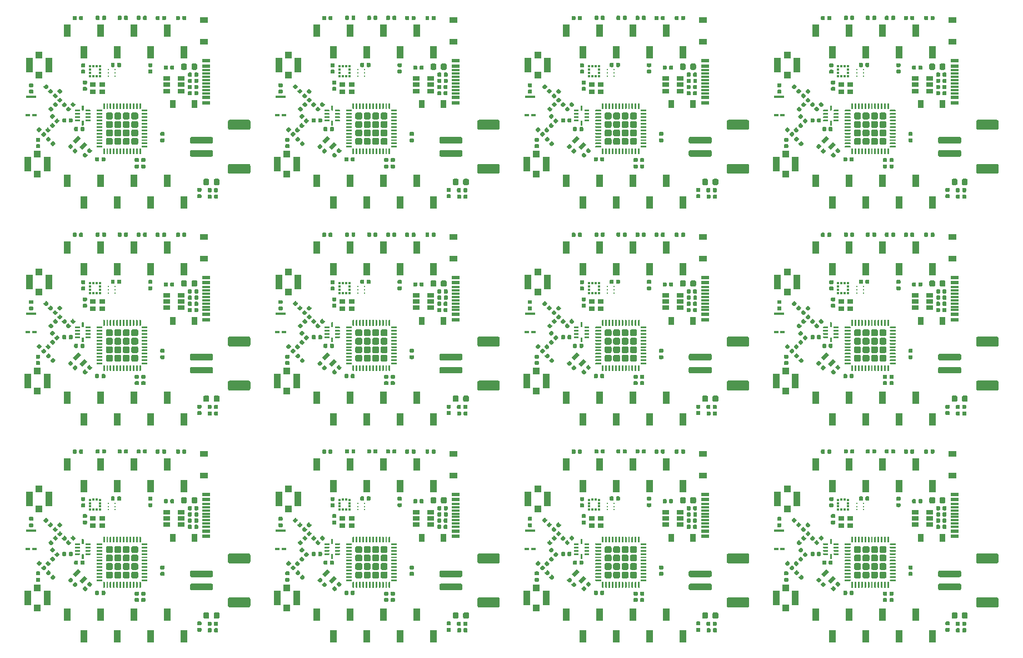
<source format=gbr>
G04 #@! TF.GenerationSoftware,KiCad,Pcbnew,5.1.5-52549c5~84~ubuntu19.04.1*
G04 #@! TF.CreationDate,2020-02-26T14:32:14-06:00*
G04 #@! TF.ProjectId,LeashPCB,4c656173-6850-4434-922e-6b696361645f,rev?*
G04 #@! TF.SameCoordinates,Original*
G04 #@! TF.FileFunction,Paste,Top*
G04 #@! TF.FilePolarity,Positive*
%FSLAX46Y46*%
G04 Gerber Fmt 4.6, Leading zero omitted, Abs format (unit mm)*
G04 Created by KiCad (PCBNEW 5.1.5-52549c5~84~ubuntu19.04.1) date 2020-02-26 14:32:14*
%MOMM*%
%LPD*%
G04 APERTURE LIST*
%ADD10C,0.100000*%
%ADD11R,0.900000X0.800000*%
%ADD12R,1.200000X0.900000*%
%ADD13R,1.050000X2.200000*%
%ADD14R,1.000000X1.050000*%
%ADD15R,0.900000X1.200000*%
%ADD16R,1.160000X0.600000*%
%ADD17R,1.160000X0.300000*%
%ADD18R,0.650000X0.350000*%
%ADD19R,1.600000X0.350000*%
%ADD20C,0.263000*%
%ADD21R,0.375000X0.350000*%
%ADD22R,0.350000X0.375000*%
%ADD23R,1.060000X0.650000*%
%ADD24R,1.000000X1.900000*%
G04 APERTURE END LIST*
D10*
G36*
X252658984Y-136256802D02*
G01*
X253436802Y-135478984D01*
X253861066Y-135903248D01*
X253083248Y-136681066D01*
X252658984Y-136256802D01*
G37*
G36*
X253648934Y-137246752D02*
G01*
X254426752Y-136468934D01*
X254851016Y-136893198D01*
X254073198Y-137671016D01*
X253648934Y-137246752D01*
G37*
G36*
X214658984Y-136256802D02*
G01*
X215436802Y-135478984D01*
X215861066Y-135903248D01*
X215083248Y-136681066D01*
X214658984Y-136256802D01*
G37*
G36*
X215648934Y-137246752D02*
G01*
X216426752Y-136468934D01*
X216851016Y-136893198D01*
X216073198Y-137671016D01*
X215648934Y-137246752D01*
G37*
G36*
X176658984Y-136256802D02*
G01*
X177436802Y-135478984D01*
X177861066Y-135903248D01*
X177083248Y-136681066D01*
X176658984Y-136256802D01*
G37*
G36*
X177648934Y-137246752D02*
G01*
X178426752Y-136468934D01*
X178851016Y-136893198D01*
X178073198Y-137671016D01*
X177648934Y-137246752D01*
G37*
G36*
X138658984Y-136256802D02*
G01*
X139436802Y-135478984D01*
X139861066Y-135903248D01*
X139083248Y-136681066D01*
X138658984Y-136256802D01*
G37*
G36*
X139648934Y-137246752D02*
G01*
X140426752Y-136468934D01*
X140851016Y-136893198D01*
X140073198Y-137671016D01*
X139648934Y-137246752D01*
G37*
G36*
X252658984Y-103256802D02*
G01*
X253436802Y-102478984D01*
X253861066Y-102903248D01*
X253083248Y-103681066D01*
X252658984Y-103256802D01*
G37*
G36*
X253648934Y-104246752D02*
G01*
X254426752Y-103468934D01*
X254851016Y-103893198D01*
X254073198Y-104671016D01*
X253648934Y-104246752D01*
G37*
G36*
X214658984Y-103256802D02*
G01*
X215436802Y-102478984D01*
X215861066Y-102903248D01*
X215083248Y-103681066D01*
X214658984Y-103256802D01*
G37*
G36*
X215648934Y-104246752D02*
G01*
X216426752Y-103468934D01*
X216851016Y-103893198D01*
X216073198Y-104671016D01*
X215648934Y-104246752D01*
G37*
G36*
X176658984Y-103256802D02*
G01*
X177436802Y-102478984D01*
X177861066Y-102903248D01*
X177083248Y-103681066D01*
X176658984Y-103256802D01*
G37*
G36*
X177648934Y-104246752D02*
G01*
X178426752Y-103468934D01*
X178851016Y-103893198D01*
X178073198Y-104671016D01*
X177648934Y-104246752D01*
G37*
G36*
X138658984Y-103256802D02*
G01*
X139436802Y-102478984D01*
X139861066Y-102903248D01*
X139083248Y-103681066D01*
X138658984Y-103256802D01*
G37*
G36*
X139648934Y-104246752D02*
G01*
X140426752Y-103468934D01*
X140851016Y-103893198D01*
X140073198Y-104671016D01*
X139648934Y-104246752D01*
G37*
G36*
X252658984Y-70256802D02*
G01*
X253436802Y-69478984D01*
X253861066Y-69903248D01*
X253083248Y-70681066D01*
X252658984Y-70256802D01*
G37*
G36*
X253648934Y-71246752D02*
G01*
X254426752Y-70468934D01*
X254851016Y-70893198D01*
X254073198Y-71671016D01*
X253648934Y-71246752D01*
G37*
G36*
X214658984Y-70256802D02*
G01*
X215436802Y-69478984D01*
X215861066Y-69903248D01*
X215083248Y-70681066D01*
X214658984Y-70256802D01*
G37*
G36*
X215648934Y-71246752D02*
G01*
X216426752Y-70468934D01*
X216851016Y-70893198D01*
X216073198Y-71671016D01*
X215648934Y-71246752D01*
G37*
G36*
X176658984Y-70256802D02*
G01*
X177436802Y-69478984D01*
X177861066Y-69903248D01*
X177083248Y-70681066D01*
X176658984Y-70256802D01*
G37*
G36*
X177648934Y-71246752D02*
G01*
X178426752Y-70468934D01*
X178851016Y-70893198D01*
X178073198Y-71671016D01*
X177648934Y-71246752D01*
G37*
D11*
X257100000Y-127750000D03*
X255700000Y-127750000D03*
X255700000Y-128850000D03*
X257100000Y-128850000D03*
X219100000Y-127750000D03*
X217700000Y-127750000D03*
X217700000Y-128850000D03*
X219100000Y-128850000D03*
X181100000Y-127750000D03*
X179700000Y-127750000D03*
X179700000Y-128850000D03*
X181100000Y-128850000D03*
X143100000Y-127750000D03*
X141700000Y-127750000D03*
X141700000Y-128850000D03*
X143100000Y-128850000D03*
X257100000Y-94750000D03*
X255700000Y-94750000D03*
X255700000Y-95850000D03*
X257100000Y-95850000D03*
X219100000Y-94750000D03*
X217700000Y-94750000D03*
X217700000Y-95850000D03*
X219100000Y-95850000D03*
X181100000Y-94750000D03*
X179700000Y-94750000D03*
X179700000Y-95850000D03*
X181100000Y-95850000D03*
X143100000Y-94750000D03*
X141700000Y-94750000D03*
X141700000Y-95850000D03*
X143100000Y-95850000D03*
X257100000Y-61750000D03*
X255700000Y-61750000D03*
X255700000Y-62850000D03*
X257100000Y-62850000D03*
X219100000Y-61750000D03*
X217700000Y-61750000D03*
X217700000Y-62850000D03*
X219100000Y-62850000D03*
X181100000Y-61750000D03*
X179700000Y-61750000D03*
X179700000Y-62850000D03*
X181100000Y-62850000D03*
D12*
X272630000Y-121225000D03*
X272630000Y-117925000D03*
X234630000Y-121225000D03*
X234630000Y-117925000D03*
X196630000Y-121225000D03*
X196630000Y-117925000D03*
X158630000Y-121225000D03*
X158630000Y-117925000D03*
X272630000Y-88225000D03*
X272630000Y-84925000D03*
X234630000Y-88225000D03*
X234630000Y-84925000D03*
X196630000Y-88225000D03*
X196630000Y-84925000D03*
X158630000Y-88225000D03*
X158630000Y-84925000D03*
X272630000Y-55225000D03*
X272630000Y-51925000D03*
X234630000Y-55225000D03*
X234630000Y-51925000D03*
X196630000Y-55225000D03*
X196630000Y-51925000D03*
D10*
G36*
X264616958Y-124470710D02*
G01*
X264631276Y-124472834D01*
X264645317Y-124476351D01*
X264658946Y-124481228D01*
X264672031Y-124487417D01*
X264684447Y-124494858D01*
X264696073Y-124503481D01*
X264706798Y-124513202D01*
X264716519Y-124523927D01*
X264725142Y-124535553D01*
X264732583Y-124547969D01*
X264738772Y-124561054D01*
X264743649Y-124574683D01*
X264747166Y-124588724D01*
X264749290Y-124603042D01*
X264750000Y-124617500D01*
X264750000Y-124912500D01*
X264749290Y-124926958D01*
X264747166Y-124941276D01*
X264743649Y-124955317D01*
X264738772Y-124968946D01*
X264732583Y-124982031D01*
X264725142Y-124994447D01*
X264716519Y-125006073D01*
X264706798Y-125016798D01*
X264696073Y-125026519D01*
X264684447Y-125035142D01*
X264672031Y-125042583D01*
X264658946Y-125048772D01*
X264645317Y-125053649D01*
X264631276Y-125057166D01*
X264616958Y-125059290D01*
X264602500Y-125060000D01*
X264257500Y-125060000D01*
X264243042Y-125059290D01*
X264228724Y-125057166D01*
X264214683Y-125053649D01*
X264201054Y-125048772D01*
X264187969Y-125042583D01*
X264175553Y-125035142D01*
X264163927Y-125026519D01*
X264153202Y-125016798D01*
X264143481Y-125006073D01*
X264134858Y-124994447D01*
X264127417Y-124982031D01*
X264121228Y-124968946D01*
X264116351Y-124955317D01*
X264112834Y-124941276D01*
X264110710Y-124926958D01*
X264110000Y-124912500D01*
X264110000Y-124617500D01*
X264110710Y-124603042D01*
X264112834Y-124588724D01*
X264116351Y-124574683D01*
X264121228Y-124561054D01*
X264127417Y-124547969D01*
X264134858Y-124535553D01*
X264143481Y-124523927D01*
X264153202Y-124513202D01*
X264163927Y-124503481D01*
X264175553Y-124494858D01*
X264187969Y-124487417D01*
X264201054Y-124481228D01*
X264214683Y-124476351D01*
X264228724Y-124472834D01*
X264243042Y-124470710D01*
X264257500Y-124470000D01*
X264602500Y-124470000D01*
X264616958Y-124470710D01*
G37*
G36*
X264616958Y-125440710D02*
G01*
X264631276Y-125442834D01*
X264645317Y-125446351D01*
X264658946Y-125451228D01*
X264672031Y-125457417D01*
X264684447Y-125464858D01*
X264696073Y-125473481D01*
X264706798Y-125483202D01*
X264716519Y-125493927D01*
X264725142Y-125505553D01*
X264732583Y-125517969D01*
X264738772Y-125531054D01*
X264743649Y-125544683D01*
X264747166Y-125558724D01*
X264749290Y-125573042D01*
X264750000Y-125587500D01*
X264750000Y-125882500D01*
X264749290Y-125896958D01*
X264747166Y-125911276D01*
X264743649Y-125925317D01*
X264738772Y-125938946D01*
X264732583Y-125952031D01*
X264725142Y-125964447D01*
X264716519Y-125976073D01*
X264706798Y-125986798D01*
X264696073Y-125996519D01*
X264684447Y-126005142D01*
X264672031Y-126012583D01*
X264658946Y-126018772D01*
X264645317Y-126023649D01*
X264631276Y-126027166D01*
X264616958Y-126029290D01*
X264602500Y-126030000D01*
X264257500Y-126030000D01*
X264243042Y-126029290D01*
X264228724Y-126027166D01*
X264214683Y-126023649D01*
X264201054Y-126018772D01*
X264187969Y-126012583D01*
X264175553Y-126005142D01*
X264163927Y-125996519D01*
X264153202Y-125986798D01*
X264143481Y-125976073D01*
X264134858Y-125964447D01*
X264127417Y-125952031D01*
X264121228Y-125938946D01*
X264116351Y-125925317D01*
X264112834Y-125911276D01*
X264110710Y-125896958D01*
X264110000Y-125882500D01*
X264110000Y-125587500D01*
X264110710Y-125573042D01*
X264112834Y-125558724D01*
X264116351Y-125544683D01*
X264121228Y-125531054D01*
X264127417Y-125517969D01*
X264134858Y-125505553D01*
X264143481Y-125493927D01*
X264153202Y-125483202D01*
X264163927Y-125473481D01*
X264175553Y-125464858D01*
X264187969Y-125457417D01*
X264201054Y-125451228D01*
X264214683Y-125446351D01*
X264228724Y-125442834D01*
X264243042Y-125440710D01*
X264257500Y-125440000D01*
X264602500Y-125440000D01*
X264616958Y-125440710D01*
G37*
G36*
X226616958Y-124470710D02*
G01*
X226631276Y-124472834D01*
X226645317Y-124476351D01*
X226658946Y-124481228D01*
X226672031Y-124487417D01*
X226684447Y-124494858D01*
X226696073Y-124503481D01*
X226706798Y-124513202D01*
X226716519Y-124523927D01*
X226725142Y-124535553D01*
X226732583Y-124547969D01*
X226738772Y-124561054D01*
X226743649Y-124574683D01*
X226747166Y-124588724D01*
X226749290Y-124603042D01*
X226750000Y-124617500D01*
X226750000Y-124912500D01*
X226749290Y-124926958D01*
X226747166Y-124941276D01*
X226743649Y-124955317D01*
X226738772Y-124968946D01*
X226732583Y-124982031D01*
X226725142Y-124994447D01*
X226716519Y-125006073D01*
X226706798Y-125016798D01*
X226696073Y-125026519D01*
X226684447Y-125035142D01*
X226672031Y-125042583D01*
X226658946Y-125048772D01*
X226645317Y-125053649D01*
X226631276Y-125057166D01*
X226616958Y-125059290D01*
X226602500Y-125060000D01*
X226257500Y-125060000D01*
X226243042Y-125059290D01*
X226228724Y-125057166D01*
X226214683Y-125053649D01*
X226201054Y-125048772D01*
X226187969Y-125042583D01*
X226175553Y-125035142D01*
X226163927Y-125026519D01*
X226153202Y-125016798D01*
X226143481Y-125006073D01*
X226134858Y-124994447D01*
X226127417Y-124982031D01*
X226121228Y-124968946D01*
X226116351Y-124955317D01*
X226112834Y-124941276D01*
X226110710Y-124926958D01*
X226110000Y-124912500D01*
X226110000Y-124617500D01*
X226110710Y-124603042D01*
X226112834Y-124588724D01*
X226116351Y-124574683D01*
X226121228Y-124561054D01*
X226127417Y-124547969D01*
X226134858Y-124535553D01*
X226143481Y-124523927D01*
X226153202Y-124513202D01*
X226163927Y-124503481D01*
X226175553Y-124494858D01*
X226187969Y-124487417D01*
X226201054Y-124481228D01*
X226214683Y-124476351D01*
X226228724Y-124472834D01*
X226243042Y-124470710D01*
X226257500Y-124470000D01*
X226602500Y-124470000D01*
X226616958Y-124470710D01*
G37*
G36*
X226616958Y-125440710D02*
G01*
X226631276Y-125442834D01*
X226645317Y-125446351D01*
X226658946Y-125451228D01*
X226672031Y-125457417D01*
X226684447Y-125464858D01*
X226696073Y-125473481D01*
X226706798Y-125483202D01*
X226716519Y-125493927D01*
X226725142Y-125505553D01*
X226732583Y-125517969D01*
X226738772Y-125531054D01*
X226743649Y-125544683D01*
X226747166Y-125558724D01*
X226749290Y-125573042D01*
X226750000Y-125587500D01*
X226750000Y-125882500D01*
X226749290Y-125896958D01*
X226747166Y-125911276D01*
X226743649Y-125925317D01*
X226738772Y-125938946D01*
X226732583Y-125952031D01*
X226725142Y-125964447D01*
X226716519Y-125976073D01*
X226706798Y-125986798D01*
X226696073Y-125996519D01*
X226684447Y-126005142D01*
X226672031Y-126012583D01*
X226658946Y-126018772D01*
X226645317Y-126023649D01*
X226631276Y-126027166D01*
X226616958Y-126029290D01*
X226602500Y-126030000D01*
X226257500Y-126030000D01*
X226243042Y-126029290D01*
X226228724Y-126027166D01*
X226214683Y-126023649D01*
X226201054Y-126018772D01*
X226187969Y-126012583D01*
X226175553Y-126005142D01*
X226163927Y-125996519D01*
X226153202Y-125986798D01*
X226143481Y-125976073D01*
X226134858Y-125964447D01*
X226127417Y-125952031D01*
X226121228Y-125938946D01*
X226116351Y-125925317D01*
X226112834Y-125911276D01*
X226110710Y-125896958D01*
X226110000Y-125882500D01*
X226110000Y-125587500D01*
X226110710Y-125573042D01*
X226112834Y-125558724D01*
X226116351Y-125544683D01*
X226121228Y-125531054D01*
X226127417Y-125517969D01*
X226134858Y-125505553D01*
X226143481Y-125493927D01*
X226153202Y-125483202D01*
X226163927Y-125473481D01*
X226175553Y-125464858D01*
X226187969Y-125457417D01*
X226201054Y-125451228D01*
X226214683Y-125446351D01*
X226228724Y-125442834D01*
X226243042Y-125440710D01*
X226257500Y-125440000D01*
X226602500Y-125440000D01*
X226616958Y-125440710D01*
G37*
G36*
X188616958Y-124470710D02*
G01*
X188631276Y-124472834D01*
X188645317Y-124476351D01*
X188658946Y-124481228D01*
X188672031Y-124487417D01*
X188684447Y-124494858D01*
X188696073Y-124503481D01*
X188706798Y-124513202D01*
X188716519Y-124523927D01*
X188725142Y-124535553D01*
X188732583Y-124547969D01*
X188738772Y-124561054D01*
X188743649Y-124574683D01*
X188747166Y-124588724D01*
X188749290Y-124603042D01*
X188750000Y-124617500D01*
X188750000Y-124912500D01*
X188749290Y-124926958D01*
X188747166Y-124941276D01*
X188743649Y-124955317D01*
X188738772Y-124968946D01*
X188732583Y-124982031D01*
X188725142Y-124994447D01*
X188716519Y-125006073D01*
X188706798Y-125016798D01*
X188696073Y-125026519D01*
X188684447Y-125035142D01*
X188672031Y-125042583D01*
X188658946Y-125048772D01*
X188645317Y-125053649D01*
X188631276Y-125057166D01*
X188616958Y-125059290D01*
X188602500Y-125060000D01*
X188257500Y-125060000D01*
X188243042Y-125059290D01*
X188228724Y-125057166D01*
X188214683Y-125053649D01*
X188201054Y-125048772D01*
X188187969Y-125042583D01*
X188175553Y-125035142D01*
X188163927Y-125026519D01*
X188153202Y-125016798D01*
X188143481Y-125006073D01*
X188134858Y-124994447D01*
X188127417Y-124982031D01*
X188121228Y-124968946D01*
X188116351Y-124955317D01*
X188112834Y-124941276D01*
X188110710Y-124926958D01*
X188110000Y-124912500D01*
X188110000Y-124617500D01*
X188110710Y-124603042D01*
X188112834Y-124588724D01*
X188116351Y-124574683D01*
X188121228Y-124561054D01*
X188127417Y-124547969D01*
X188134858Y-124535553D01*
X188143481Y-124523927D01*
X188153202Y-124513202D01*
X188163927Y-124503481D01*
X188175553Y-124494858D01*
X188187969Y-124487417D01*
X188201054Y-124481228D01*
X188214683Y-124476351D01*
X188228724Y-124472834D01*
X188243042Y-124470710D01*
X188257500Y-124470000D01*
X188602500Y-124470000D01*
X188616958Y-124470710D01*
G37*
G36*
X188616958Y-125440710D02*
G01*
X188631276Y-125442834D01*
X188645317Y-125446351D01*
X188658946Y-125451228D01*
X188672031Y-125457417D01*
X188684447Y-125464858D01*
X188696073Y-125473481D01*
X188706798Y-125483202D01*
X188716519Y-125493927D01*
X188725142Y-125505553D01*
X188732583Y-125517969D01*
X188738772Y-125531054D01*
X188743649Y-125544683D01*
X188747166Y-125558724D01*
X188749290Y-125573042D01*
X188750000Y-125587500D01*
X188750000Y-125882500D01*
X188749290Y-125896958D01*
X188747166Y-125911276D01*
X188743649Y-125925317D01*
X188738772Y-125938946D01*
X188732583Y-125952031D01*
X188725142Y-125964447D01*
X188716519Y-125976073D01*
X188706798Y-125986798D01*
X188696073Y-125996519D01*
X188684447Y-126005142D01*
X188672031Y-126012583D01*
X188658946Y-126018772D01*
X188645317Y-126023649D01*
X188631276Y-126027166D01*
X188616958Y-126029290D01*
X188602500Y-126030000D01*
X188257500Y-126030000D01*
X188243042Y-126029290D01*
X188228724Y-126027166D01*
X188214683Y-126023649D01*
X188201054Y-126018772D01*
X188187969Y-126012583D01*
X188175553Y-126005142D01*
X188163927Y-125996519D01*
X188153202Y-125986798D01*
X188143481Y-125976073D01*
X188134858Y-125964447D01*
X188127417Y-125952031D01*
X188121228Y-125938946D01*
X188116351Y-125925317D01*
X188112834Y-125911276D01*
X188110710Y-125896958D01*
X188110000Y-125882500D01*
X188110000Y-125587500D01*
X188110710Y-125573042D01*
X188112834Y-125558724D01*
X188116351Y-125544683D01*
X188121228Y-125531054D01*
X188127417Y-125517969D01*
X188134858Y-125505553D01*
X188143481Y-125493927D01*
X188153202Y-125483202D01*
X188163927Y-125473481D01*
X188175553Y-125464858D01*
X188187969Y-125457417D01*
X188201054Y-125451228D01*
X188214683Y-125446351D01*
X188228724Y-125442834D01*
X188243042Y-125440710D01*
X188257500Y-125440000D01*
X188602500Y-125440000D01*
X188616958Y-125440710D01*
G37*
G36*
X150616958Y-124470710D02*
G01*
X150631276Y-124472834D01*
X150645317Y-124476351D01*
X150658946Y-124481228D01*
X150672031Y-124487417D01*
X150684447Y-124494858D01*
X150696073Y-124503481D01*
X150706798Y-124513202D01*
X150716519Y-124523927D01*
X150725142Y-124535553D01*
X150732583Y-124547969D01*
X150738772Y-124561054D01*
X150743649Y-124574683D01*
X150747166Y-124588724D01*
X150749290Y-124603042D01*
X150750000Y-124617500D01*
X150750000Y-124912500D01*
X150749290Y-124926958D01*
X150747166Y-124941276D01*
X150743649Y-124955317D01*
X150738772Y-124968946D01*
X150732583Y-124982031D01*
X150725142Y-124994447D01*
X150716519Y-125006073D01*
X150706798Y-125016798D01*
X150696073Y-125026519D01*
X150684447Y-125035142D01*
X150672031Y-125042583D01*
X150658946Y-125048772D01*
X150645317Y-125053649D01*
X150631276Y-125057166D01*
X150616958Y-125059290D01*
X150602500Y-125060000D01*
X150257500Y-125060000D01*
X150243042Y-125059290D01*
X150228724Y-125057166D01*
X150214683Y-125053649D01*
X150201054Y-125048772D01*
X150187969Y-125042583D01*
X150175553Y-125035142D01*
X150163927Y-125026519D01*
X150153202Y-125016798D01*
X150143481Y-125006073D01*
X150134858Y-124994447D01*
X150127417Y-124982031D01*
X150121228Y-124968946D01*
X150116351Y-124955317D01*
X150112834Y-124941276D01*
X150110710Y-124926958D01*
X150110000Y-124912500D01*
X150110000Y-124617500D01*
X150110710Y-124603042D01*
X150112834Y-124588724D01*
X150116351Y-124574683D01*
X150121228Y-124561054D01*
X150127417Y-124547969D01*
X150134858Y-124535553D01*
X150143481Y-124523927D01*
X150153202Y-124513202D01*
X150163927Y-124503481D01*
X150175553Y-124494858D01*
X150187969Y-124487417D01*
X150201054Y-124481228D01*
X150214683Y-124476351D01*
X150228724Y-124472834D01*
X150243042Y-124470710D01*
X150257500Y-124470000D01*
X150602500Y-124470000D01*
X150616958Y-124470710D01*
G37*
G36*
X150616958Y-125440710D02*
G01*
X150631276Y-125442834D01*
X150645317Y-125446351D01*
X150658946Y-125451228D01*
X150672031Y-125457417D01*
X150684447Y-125464858D01*
X150696073Y-125473481D01*
X150706798Y-125483202D01*
X150716519Y-125493927D01*
X150725142Y-125505553D01*
X150732583Y-125517969D01*
X150738772Y-125531054D01*
X150743649Y-125544683D01*
X150747166Y-125558724D01*
X150749290Y-125573042D01*
X150750000Y-125587500D01*
X150750000Y-125882500D01*
X150749290Y-125896958D01*
X150747166Y-125911276D01*
X150743649Y-125925317D01*
X150738772Y-125938946D01*
X150732583Y-125952031D01*
X150725142Y-125964447D01*
X150716519Y-125976073D01*
X150706798Y-125986798D01*
X150696073Y-125996519D01*
X150684447Y-126005142D01*
X150672031Y-126012583D01*
X150658946Y-126018772D01*
X150645317Y-126023649D01*
X150631276Y-126027166D01*
X150616958Y-126029290D01*
X150602500Y-126030000D01*
X150257500Y-126030000D01*
X150243042Y-126029290D01*
X150228724Y-126027166D01*
X150214683Y-126023649D01*
X150201054Y-126018772D01*
X150187969Y-126012583D01*
X150175553Y-126005142D01*
X150163927Y-125996519D01*
X150153202Y-125986798D01*
X150143481Y-125976073D01*
X150134858Y-125964447D01*
X150127417Y-125952031D01*
X150121228Y-125938946D01*
X150116351Y-125925317D01*
X150112834Y-125911276D01*
X150110710Y-125896958D01*
X150110000Y-125882500D01*
X150110000Y-125587500D01*
X150110710Y-125573042D01*
X150112834Y-125558724D01*
X150116351Y-125544683D01*
X150121228Y-125531054D01*
X150127417Y-125517969D01*
X150134858Y-125505553D01*
X150143481Y-125493927D01*
X150153202Y-125483202D01*
X150163927Y-125473481D01*
X150175553Y-125464858D01*
X150187969Y-125457417D01*
X150201054Y-125451228D01*
X150214683Y-125446351D01*
X150228724Y-125442834D01*
X150243042Y-125440710D01*
X150257500Y-125440000D01*
X150602500Y-125440000D01*
X150616958Y-125440710D01*
G37*
G36*
X264616958Y-91470710D02*
G01*
X264631276Y-91472834D01*
X264645317Y-91476351D01*
X264658946Y-91481228D01*
X264672031Y-91487417D01*
X264684447Y-91494858D01*
X264696073Y-91503481D01*
X264706798Y-91513202D01*
X264716519Y-91523927D01*
X264725142Y-91535553D01*
X264732583Y-91547969D01*
X264738772Y-91561054D01*
X264743649Y-91574683D01*
X264747166Y-91588724D01*
X264749290Y-91603042D01*
X264750000Y-91617500D01*
X264750000Y-91912500D01*
X264749290Y-91926958D01*
X264747166Y-91941276D01*
X264743649Y-91955317D01*
X264738772Y-91968946D01*
X264732583Y-91982031D01*
X264725142Y-91994447D01*
X264716519Y-92006073D01*
X264706798Y-92016798D01*
X264696073Y-92026519D01*
X264684447Y-92035142D01*
X264672031Y-92042583D01*
X264658946Y-92048772D01*
X264645317Y-92053649D01*
X264631276Y-92057166D01*
X264616958Y-92059290D01*
X264602500Y-92060000D01*
X264257500Y-92060000D01*
X264243042Y-92059290D01*
X264228724Y-92057166D01*
X264214683Y-92053649D01*
X264201054Y-92048772D01*
X264187969Y-92042583D01*
X264175553Y-92035142D01*
X264163927Y-92026519D01*
X264153202Y-92016798D01*
X264143481Y-92006073D01*
X264134858Y-91994447D01*
X264127417Y-91982031D01*
X264121228Y-91968946D01*
X264116351Y-91955317D01*
X264112834Y-91941276D01*
X264110710Y-91926958D01*
X264110000Y-91912500D01*
X264110000Y-91617500D01*
X264110710Y-91603042D01*
X264112834Y-91588724D01*
X264116351Y-91574683D01*
X264121228Y-91561054D01*
X264127417Y-91547969D01*
X264134858Y-91535553D01*
X264143481Y-91523927D01*
X264153202Y-91513202D01*
X264163927Y-91503481D01*
X264175553Y-91494858D01*
X264187969Y-91487417D01*
X264201054Y-91481228D01*
X264214683Y-91476351D01*
X264228724Y-91472834D01*
X264243042Y-91470710D01*
X264257500Y-91470000D01*
X264602500Y-91470000D01*
X264616958Y-91470710D01*
G37*
G36*
X264616958Y-92440710D02*
G01*
X264631276Y-92442834D01*
X264645317Y-92446351D01*
X264658946Y-92451228D01*
X264672031Y-92457417D01*
X264684447Y-92464858D01*
X264696073Y-92473481D01*
X264706798Y-92483202D01*
X264716519Y-92493927D01*
X264725142Y-92505553D01*
X264732583Y-92517969D01*
X264738772Y-92531054D01*
X264743649Y-92544683D01*
X264747166Y-92558724D01*
X264749290Y-92573042D01*
X264750000Y-92587500D01*
X264750000Y-92882500D01*
X264749290Y-92896958D01*
X264747166Y-92911276D01*
X264743649Y-92925317D01*
X264738772Y-92938946D01*
X264732583Y-92952031D01*
X264725142Y-92964447D01*
X264716519Y-92976073D01*
X264706798Y-92986798D01*
X264696073Y-92996519D01*
X264684447Y-93005142D01*
X264672031Y-93012583D01*
X264658946Y-93018772D01*
X264645317Y-93023649D01*
X264631276Y-93027166D01*
X264616958Y-93029290D01*
X264602500Y-93030000D01*
X264257500Y-93030000D01*
X264243042Y-93029290D01*
X264228724Y-93027166D01*
X264214683Y-93023649D01*
X264201054Y-93018772D01*
X264187969Y-93012583D01*
X264175553Y-93005142D01*
X264163927Y-92996519D01*
X264153202Y-92986798D01*
X264143481Y-92976073D01*
X264134858Y-92964447D01*
X264127417Y-92952031D01*
X264121228Y-92938946D01*
X264116351Y-92925317D01*
X264112834Y-92911276D01*
X264110710Y-92896958D01*
X264110000Y-92882500D01*
X264110000Y-92587500D01*
X264110710Y-92573042D01*
X264112834Y-92558724D01*
X264116351Y-92544683D01*
X264121228Y-92531054D01*
X264127417Y-92517969D01*
X264134858Y-92505553D01*
X264143481Y-92493927D01*
X264153202Y-92483202D01*
X264163927Y-92473481D01*
X264175553Y-92464858D01*
X264187969Y-92457417D01*
X264201054Y-92451228D01*
X264214683Y-92446351D01*
X264228724Y-92442834D01*
X264243042Y-92440710D01*
X264257500Y-92440000D01*
X264602500Y-92440000D01*
X264616958Y-92440710D01*
G37*
G36*
X226616958Y-91470710D02*
G01*
X226631276Y-91472834D01*
X226645317Y-91476351D01*
X226658946Y-91481228D01*
X226672031Y-91487417D01*
X226684447Y-91494858D01*
X226696073Y-91503481D01*
X226706798Y-91513202D01*
X226716519Y-91523927D01*
X226725142Y-91535553D01*
X226732583Y-91547969D01*
X226738772Y-91561054D01*
X226743649Y-91574683D01*
X226747166Y-91588724D01*
X226749290Y-91603042D01*
X226750000Y-91617500D01*
X226750000Y-91912500D01*
X226749290Y-91926958D01*
X226747166Y-91941276D01*
X226743649Y-91955317D01*
X226738772Y-91968946D01*
X226732583Y-91982031D01*
X226725142Y-91994447D01*
X226716519Y-92006073D01*
X226706798Y-92016798D01*
X226696073Y-92026519D01*
X226684447Y-92035142D01*
X226672031Y-92042583D01*
X226658946Y-92048772D01*
X226645317Y-92053649D01*
X226631276Y-92057166D01*
X226616958Y-92059290D01*
X226602500Y-92060000D01*
X226257500Y-92060000D01*
X226243042Y-92059290D01*
X226228724Y-92057166D01*
X226214683Y-92053649D01*
X226201054Y-92048772D01*
X226187969Y-92042583D01*
X226175553Y-92035142D01*
X226163927Y-92026519D01*
X226153202Y-92016798D01*
X226143481Y-92006073D01*
X226134858Y-91994447D01*
X226127417Y-91982031D01*
X226121228Y-91968946D01*
X226116351Y-91955317D01*
X226112834Y-91941276D01*
X226110710Y-91926958D01*
X226110000Y-91912500D01*
X226110000Y-91617500D01*
X226110710Y-91603042D01*
X226112834Y-91588724D01*
X226116351Y-91574683D01*
X226121228Y-91561054D01*
X226127417Y-91547969D01*
X226134858Y-91535553D01*
X226143481Y-91523927D01*
X226153202Y-91513202D01*
X226163927Y-91503481D01*
X226175553Y-91494858D01*
X226187969Y-91487417D01*
X226201054Y-91481228D01*
X226214683Y-91476351D01*
X226228724Y-91472834D01*
X226243042Y-91470710D01*
X226257500Y-91470000D01*
X226602500Y-91470000D01*
X226616958Y-91470710D01*
G37*
G36*
X226616958Y-92440710D02*
G01*
X226631276Y-92442834D01*
X226645317Y-92446351D01*
X226658946Y-92451228D01*
X226672031Y-92457417D01*
X226684447Y-92464858D01*
X226696073Y-92473481D01*
X226706798Y-92483202D01*
X226716519Y-92493927D01*
X226725142Y-92505553D01*
X226732583Y-92517969D01*
X226738772Y-92531054D01*
X226743649Y-92544683D01*
X226747166Y-92558724D01*
X226749290Y-92573042D01*
X226750000Y-92587500D01*
X226750000Y-92882500D01*
X226749290Y-92896958D01*
X226747166Y-92911276D01*
X226743649Y-92925317D01*
X226738772Y-92938946D01*
X226732583Y-92952031D01*
X226725142Y-92964447D01*
X226716519Y-92976073D01*
X226706798Y-92986798D01*
X226696073Y-92996519D01*
X226684447Y-93005142D01*
X226672031Y-93012583D01*
X226658946Y-93018772D01*
X226645317Y-93023649D01*
X226631276Y-93027166D01*
X226616958Y-93029290D01*
X226602500Y-93030000D01*
X226257500Y-93030000D01*
X226243042Y-93029290D01*
X226228724Y-93027166D01*
X226214683Y-93023649D01*
X226201054Y-93018772D01*
X226187969Y-93012583D01*
X226175553Y-93005142D01*
X226163927Y-92996519D01*
X226153202Y-92986798D01*
X226143481Y-92976073D01*
X226134858Y-92964447D01*
X226127417Y-92952031D01*
X226121228Y-92938946D01*
X226116351Y-92925317D01*
X226112834Y-92911276D01*
X226110710Y-92896958D01*
X226110000Y-92882500D01*
X226110000Y-92587500D01*
X226110710Y-92573042D01*
X226112834Y-92558724D01*
X226116351Y-92544683D01*
X226121228Y-92531054D01*
X226127417Y-92517969D01*
X226134858Y-92505553D01*
X226143481Y-92493927D01*
X226153202Y-92483202D01*
X226163927Y-92473481D01*
X226175553Y-92464858D01*
X226187969Y-92457417D01*
X226201054Y-92451228D01*
X226214683Y-92446351D01*
X226228724Y-92442834D01*
X226243042Y-92440710D01*
X226257500Y-92440000D01*
X226602500Y-92440000D01*
X226616958Y-92440710D01*
G37*
G36*
X188616958Y-91470710D02*
G01*
X188631276Y-91472834D01*
X188645317Y-91476351D01*
X188658946Y-91481228D01*
X188672031Y-91487417D01*
X188684447Y-91494858D01*
X188696073Y-91503481D01*
X188706798Y-91513202D01*
X188716519Y-91523927D01*
X188725142Y-91535553D01*
X188732583Y-91547969D01*
X188738772Y-91561054D01*
X188743649Y-91574683D01*
X188747166Y-91588724D01*
X188749290Y-91603042D01*
X188750000Y-91617500D01*
X188750000Y-91912500D01*
X188749290Y-91926958D01*
X188747166Y-91941276D01*
X188743649Y-91955317D01*
X188738772Y-91968946D01*
X188732583Y-91982031D01*
X188725142Y-91994447D01*
X188716519Y-92006073D01*
X188706798Y-92016798D01*
X188696073Y-92026519D01*
X188684447Y-92035142D01*
X188672031Y-92042583D01*
X188658946Y-92048772D01*
X188645317Y-92053649D01*
X188631276Y-92057166D01*
X188616958Y-92059290D01*
X188602500Y-92060000D01*
X188257500Y-92060000D01*
X188243042Y-92059290D01*
X188228724Y-92057166D01*
X188214683Y-92053649D01*
X188201054Y-92048772D01*
X188187969Y-92042583D01*
X188175553Y-92035142D01*
X188163927Y-92026519D01*
X188153202Y-92016798D01*
X188143481Y-92006073D01*
X188134858Y-91994447D01*
X188127417Y-91982031D01*
X188121228Y-91968946D01*
X188116351Y-91955317D01*
X188112834Y-91941276D01*
X188110710Y-91926958D01*
X188110000Y-91912500D01*
X188110000Y-91617500D01*
X188110710Y-91603042D01*
X188112834Y-91588724D01*
X188116351Y-91574683D01*
X188121228Y-91561054D01*
X188127417Y-91547969D01*
X188134858Y-91535553D01*
X188143481Y-91523927D01*
X188153202Y-91513202D01*
X188163927Y-91503481D01*
X188175553Y-91494858D01*
X188187969Y-91487417D01*
X188201054Y-91481228D01*
X188214683Y-91476351D01*
X188228724Y-91472834D01*
X188243042Y-91470710D01*
X188257500Y-91470000D01*
X188602500Y-91470000D01*
X188616958Y-91470710D01*
G37*
G36*
X188616958Y-92440710D02*
G01*
X188631276Y-92442834D01*
X188645317Y-92446351D01*
X188658946Y-92451228D01*
X188672031Y-92457417D01*
X188684447Y-92464858D01*
X188696073Y-92473481D01*
X188706798Y-92483202D01*
X188716519Y-92493927D01*
X188725142Y-92505553D01*
X188732583Y-92517969D01*
X188738772Y-92531054D01*
X188743649Y-92544683D01*
X188747166Y-92558724D01*
X188749290Y-92573042D01*
X188750000Y-92587500D01*
X188750000Y-92882500D01*
X188749290Y-92896958D01*
X188747166Y-92911276D01*
X188743649Y-92925317D01*
X188738772Y-92938946D01*
X188732583Y-92952031D01*
X188725142Y-92964447D01*
X188716519Y-92976073D01*
X188706798Y-92986798D01*
X188696073Y-92996519D01*
X188684447Y-93005142D01*
X188672031Y-93012583D01*
X188658946Y-93018772D01*
X188645317Y-93023649D01*
X188631276Y-93027166D01*
X188616958Y-93029290D01*
X188602500Y-93030000D01*
X188257500Y-93030000D01*
X188243042Y-93029290D01*
X188228724Y-93027166D01*
X188214683Y-93023649D01*
X188201054Y-93018772D01*
X188187969Y-93012583D01*
X188175553Y-93005142D01*
X188163927Y-92996519D01*
X188153202Y-92986798D01*
X188143481Y-92976073D01*
X188134858Y-92964447D01*
X188127417Y-92952031D01*
X188121228Y-92938946D01*
X188116351Y-92925317D01*
X188112834Y-92911276D01*
X188110710Y-92896958D01*
X188110000Y-92882500D01*
X188110000Y-92587500D01*
X188110710Y-92573042D01*
X188112834Y-92558724D01*
X188116351Y-92544683D01*
X188121228Y-92531054D01*
X188127417Y-92517969D01*
X188134858Y-92505553D01*
X188143481Y-92493927D01*
X188153202Y-92483202D01*
X188163927Y-92473481D01*
X188175553Y-92464858D01*
X188187969Y-92457417D01*
X188201054Y-92451228D01*
X188214683Y-92446351D01*
X188228724Y-92442834D01*
X188243042Y-92440710D01*
X188257500Y-92440000D01*
X188602500Y-92440000D01*
X188616958Y-92440710D01*
G37*
G36*
X150616958Y-91470710D02*
G01*
X150631276Y-91472834D01*
X150645317Y-91476351D01*
X150658946Y-91481228D01*
X150672031Y-91487417D01*
X150684447Y-91494858D01*
X150696073Y-91503481D01*
X150706798Y-91513202D01*
X150716519Y-91523927D01*
X150725142Y-91535553D01*
X150732583Y-91547969D01*
X150738772Y-91561054D01*
X150743649Y-91574683D01*
X150747166Y-91588724D01*
X150749290Y-91603042D01*
X150750000Y-91617500D01*
X150750000Y-91912500D01*
X150749290Y-91926958D01*
X150747166Y-91941276D01*
X150743649Y-91955317D01*
X150738772Y-91968946D01*
X150732583Y-91982031D01*
X150725142Y-91994447D01*
X150716519Y-92006073D01*
X150706798Y-92016798D01*
X150696073Y-92026519D01*
X150684447Y-92035142D01*
X150672031Y-92042583D01*
X150658946Y-92048772D01*
X150645317Y-92053649D01*
X150631276Y-92057166D01*
X150616958Y-92059290D01*
X150602500Y-92060000D01*
X150257500Y-92060000D01*
X150243042Y-92059290D01*
X150228724Y-92057166D01*
X150214683Y-92053649D01*
X150201054Y-92048772D01*
X150187969Y-92042583D01*
X150175553Y-92035142D01*
X150163927Y-92026519D01*
X150153202Y-92016798D01*
X150143481Y-92006073D01*
X150134858Y-91994447D01*
X150127417Y-91982031D01*
X150121228Y-91968946D01*
X150116351Y-91955317D01*
X150112834Y-91941276D01*
X150110710Y-91926958D01*
X150110000Y-91912500D01*
X150110000Y-91617500D01*
X150110710Y-91603042D01*
X150112834Y-91588724D01*
X150116351Y-91574683D01*
X150121228Y-91561054D01*
X150127417Y-91547969D01*
X150134858Y-91535553D01*
X150143481Y-91523927D01*
X150153202Y-91513202D01*
X150163927Y-91503481D01*
X150175553Y-91494858D01*
X150187969Y-91487417D01*
X150201054Y-91481228D01*
X150214683Y-91476351D01*
X150228724Y-91472834D01*
X150243042Y-91470710D01*
X150257500Y-91470000D01*
X150602500Y-91470000D01*
X150616958Y-91470710D01*
G37*
G36*
X150616958Y-92440710D02*
G01*
X150631276Y-92442834D01*
X150645317Y-92446351D01*
X150658946Y-92451228D01*
X150672031Y-92457417D01*
X150684447Y-92464858D01*
X150696073Y-92473481D01*
X150706798Y-92483202D01*
X150716519Y-92493927D01*
X150725142Y-92505553D01*
X150732583Y-92517969D01*
X150738772Y-92531054D01*
X150743649Y-92544683D01*
X150747166Y-92558724D01*
X150749290Y-92573042D01*
X150750000Y-92587500D01*
X150750000Y-92882500D01*
X150749290Y-92896958D01*
X150747166Y-92911276D01*
X150743649Y-92925317D01*
X150738772Y-92938946D01*
X150732583Y-92952031D01*
X150725142Y-92964447D01*
X150716519Y-92976073D01*
X150706798Y-92986798D01*
X150696073Y-92996519D01*
X150684447Y-93005142D01*
X150672031Y-93012583D01*
X150658946Y-93018772D01*
X150645317Y-93023649D01*
X150631276Y-93027166D01*
X150616958Y-93029290D01*
X150602500Y-93030000D01*
X150257500Y-93030000D01*
X150243042Y-93029290D01*
X150228724Y-93027166D01*
X150214683Y-93023649D01*
X150201054Y-93018772D01*
X150187969Y-93012583D01*
X150175553Y-93005142D01*
X150163927Y-92996519D01*
X150153202Y-92986798D01*
X150143481Y-92976073D01*
X150134858Y-92964447D01*
X150127417Y-92952031D01*
X150121228Y-92938946D01*
X150116351Y-92925317D01*
X150112834Y-92911276D01*
X150110710Y-92896958D01*
X150110000Y-92882500D01*
X150110000Y-92587500D01*
X150110710Y-92573042D01*
X150112834Y-92558724D01*
X150116351Y-92544683D01*
X150121228Y-92531054D01*
X150127417Y-92517969D01*
X150134858Y-92505553D01*
X150143481Y-92493927D01*
X150153202Y-92483202D01*
X150163927Y-92473481D01*
X150175553Y-92464858D01*
X150187969Y-92457417D01*
X150201054Y-92451228D01*
X150214683Y-92446351D01*
X150228724Y-92442834D01*
X150243042Y-92440710D01*
X150257500Y-92440000D01*
X150602500Y-92440000D01*
X150616958Y-92440710D01*
G37*
G36*
X264616958Y-58470710D02*
G01*
X264631276Y-58472834D01*
X264645317Y-58476351D01*
X264658946Y-58481228D01*
X264672031Y-58487417D01*
X264684447Y-58494858D01*
X264696073Y-58503481D01*
X264706798Y-58513202D01*
X264716519Y-58523927D01*
X264725142Y-58535553D01*
X264732583Y-58547969D01*
X264738772Y-58561054D01*
X264743649Y-58574683D01*
X264747166Y-58588724D01*
X264749290Y-58603042D01*
X264750000Y-58617500D01*
X264750000Y-58912500D01*
X264749290Y-58926958D01*
X264747166Y-58941276D01*
X264743649Y-58955317D01*
X264738772Y-58968946D01*
X264732583Y-58982031D01*
X264725142Y-58994447D01*
X264716519Y-59006073D01*
X264706798Y-59016798D01*
X264696073Y-59026519D01*
X264684447Y-59035142D01*
X264672031Y-59042583D01*
X264658946Y-59048772D01*
X264645317Y-59053649D01*
X264631276Y-59057166D01*
X264616958Y-59059290D01*
X264602500Y-59060000D01*
X264257500Y-59060000D01*
X264243042Y-59059290D01*
X264228724Y-59057166D01*
X264214683Y-59053649D01*
X264201054Y-59048772D01*
X264187969Y-59042583D01*
X264175553Y-59035142D01*
X264163927Y-59026519D01*
X264153202Y-59016798D01*
X264143481Y-59006073D01*
X264134858Y-58994447D01*
X264127417Y-58982031D01*
X264121228Y-58968946D01*
X264116351Y-58955317D01*
X264112834Y-58941276D01*
X264110710Y-58926958D01*
X264110000Y-58912500D01*
X264110000Y-58617500D01*
X264110710Y-58603042D01*
X264112834Y-58588724D01*
X264116351Y-58574683D01*
X264121228Y-58561054D01*
X264127417Y-58547969D01*
X264134858Y-58535553D01*
X264143481Y-58523927D01*
X264153202Y-58513202D01*
X264163927Y-58503481D01*
X264175553Y-58494858D01*
X264187969Y-58487417D01*
X264201054Y-58481228D01*
X264214683Y-58476351D01*
X264228724Y-58472834D01*
X264243042Y-58470710D01*
X264257500Y-58470000D01*
X264602500Y-58470000D01*
X264616958Y-58470710D01*
G37*
G36*
X264616958Y-59440710D02*
G01*
X264631276Y-59442834D01*
X264645317Y-59446351D01*
X264658946Y-59451228D01*
X264672031Y-59457417D01*
X264684447Y-59464858D01*
X264696073Y-59473481D01*
X264706798Y-59483202D01*
X264716519Y-59493927D01*
X264725142Y-59505553D01*
X264732583Y-59517969D01*
X264738772Y-59531054D01*
X264743649Y-59544683D01*
X264747166Y-59558724D01*
X264749290Y-59573042D01*
X264750000Y-59587500D01*
X264750000Y-59882500D01*
X264749290Y-59896958D01*
X264747166Y-59911276D01*
X264743649Y-59925317D01*
X264738772Y-59938946D01*
X264732583Y-59952031D01*
X264725142Y-59964447D01*
X264716519Y-59976073D01*
X264706798Y-59986798D01*
X264696073Y-59996519D01*
X264684447Y-60005142D01*
X264672031Y-60012583D01*
X264658946Y-60018772D01*
X264645317Y-60023649D01*
X264631276Y-60027166D01*
X264616958Y-60029290D01*
X264602500Y-60030000D01*
X264257500Y-60030000D01*
X264243042Y-60029290D01*
X264228724Y-60027166D01*
X264214683Y-60023649D01*
X264201054Y-60018772D01*
X264187969Y-60012583D01*
X264175553Y-60005142D01*
X264163927Y-59996519D01*
X264153202Y-59986798D01*
X264143481Y-59976073D01*
X264134858Y-59964447D01*
X264127417Y-59952031D01*
X264121228Y-59938946D01*
X264116351Y-59925317D01*
X264112834Y-59911276D01*
X264110710Y-59896958D01*
X264110000Y-59882500D01*
X264110000Y-59587500D01*
X264110710Y-59573042D01*
X264112834Y-59558724D01*
X264116351Y-59544683D01*
X264121228Y-59531054D01*
X264127417Y-59517969D01*
X264134858Y-59505553D01*
X264143481Y-59493927D01*
X264153202Y-59483202D01*
X264163927Y-59473481D01*
X264175553Y-59464858D01*
X264187969Y-59457417D01*
X264201054Y-59451228D01*
X264214683Y-59446351D01*
X264228724Y-59442834D01*
X264243042Y-59440710D01*
X264257500Y-59440000D01*
X264602500Y-59440000D01*
X264616958Y-59440710D01*
G37*
G36*
X226616958Y-58470710D02*
G01*
X226631276Y-58472834D01*
X226645317Y-58476351D01*
X226658946Y-58481228D01*
X226672031Y-58487417D01*
X226684447Y-58494858D01*
X226696073Y-58503481D01*
X226706798Y-58513202D01*
X226716519Y-58523927D01*
X226725142Y-58535553D01*
X226732583Y-58547969D01*
X226738772Y-58561054D01*
X226743649Y-58574683D01*
X226747166Y-58588724D01*
X226749290Y-58603042D01*
X226750000Y-58617500D01*
X226750000Y-58912500D01*
X226749290Y-58926958D01*
X226747166Y-58941276D01*
X226743649Y-58955317D01*
X226738772Y-58968946D01*
X226732583Y-58982031D01*
X226725142Y-58994447D01*
X226716519Y-59006073D01*
X226706798Y-59016798D01*
X226696073Y-59026519D01*
X226684447Y-59035142D01*
X226672031Y-59042583D01*
X226658946Y-59048772D01*
X226645317Y-59053649D01*
X226631276Y-59057166D01*
X226616958Y-59059290D01*
X226602500Y-59060000D01*
X226257500Y-59060000D01*
X226243042Y-59059290D01*
X226228724Y-59057166D01*
X226214683Y-59053649D01*
X226201054Y-59048772D01*
X226187969Y-59042583D01*
X226175553Y-59035142D01*
X226163927Y-59026519D01*
X226153202Y-59016798D01*
X226143481Y-59006073D01*
X226134858Y-58994447D01*
X226127417Y-58982031D01*
X226121228Y-58968946D01*
X226116351Y-58955317D01*
X226112834Y-58941276D01*
X226110710Y-58926958D01*
X226110000Y-58912500D01*
X226110000Y-58617500D01*
X226110710Y-58603042D01*
X226112834Y-58588724D01*
X226116351Y-58574683D01*
X226121228Y-58561054D01*
X226127417Y-58547969D01*
X226134858Y-58535553D01*
X226143481Y-58523927D01*
X226153202Y-58513202D01*
X226163927Y-58503481D01*
X226175553Y-58494858D01*
X226187969Y-58487417D01*
X226201054Y-58481228D01*
X226214683Y-58476351D01*
X226228724Y-58472834D01*
X226243042Y-58470710D01*
X226257500Y-58470000D01*
X226602500Y-58470000D01*
X226616958Y-58470710D01*
G37*
G36*
X226616958Y-59440710D02*
G01*
X226631276Y-59442834D01*
X226645317Y-59446351D01*
X226658946Y-59451228D01*
X226672031Y-59457417D01*
X226684447Y-59464858D01*
X226696073Y-59473481D01*
X226706798Y-59483202D01*
X226716519Y-59493927D01*
X226725142Y-59505553D01*
X226732583Y-59517969D01*
X226738772Y-59531054D01*
X226743649Y-59544683D01*
X226747166Y-59558724D01*
X226749290Y-59573042D01*
X226750000Y-59587500D01*
X226750000Y-59882500D01*
X226749290Y-59896958D01*
X226747166Y-59911276D01*
X226743649Y-59925317D01*
X226738772Y-59938946D01*
X226732583Y-59952031D01*
X226725142Y-59964447D01*
X226716519Y-59976073D01*
X226706798Y-59986798D01*
X226696073Y-59996519D01*
X226684447Y-60005142D01*
X226672031Y-60012583D01*
X226658946Y-60018772D01*
X226645317Y-60023649D01*
X226631276Y-60027166D01*
X226616958Y-60029290D01*
X226602500Y-60030000D01*
X226257500Y-60030000D01*
X226243042Y-60029290D01*
X226228724Y-60027166D01*
X226214683Y-60023649D01*
X226201054Y-60018772D01*
X226187969Y-60012583D01*
X226175553Y-60005142D01*
X226163927Y-59996519D01*
X226153202Y-59986798D01*
X226143481Y-59976073D01*
X226134858Y-59964447D01*
X226127417Y-59952031D01*
X226121228Y-59938946D01*
X226116351Y-59925317D01*
X226112834Y-59911276D01*
X226110710Y-59896958D01*
X226110000Y-59882500D01*
X226110000Y-59587500D01*
X226110710Y-59573042D01*
X226112834Y-59558724D01*
X226116351Y-59544683D01*
X226121228Y-59531054D01*
X226127417Y-59517969D01*
X226134858Y-59505553D01*
X226143481Y-59493927D01*
X226153202Y-59483202D01*
X226163927Y-59473481D01*
X226175553Y-59464858D01*
X226187969Y-59457417D01*
X226201054Y-59451228D01*
X226214683Y-59446351D01*
X226228724Y-59442834D01*
X226243042Y-59440710D01*
X226257500Y-59440000D01*
X226602500Y-59440000D01*
X226616958Y-59440710D01*
G37*
G36*
X188616958Y-58470710D02*
G01*
X188631276Y-58472834D01*
X188645317Y-58476351D01*
X188658946Y-58481228D01*
X188672031Y-58487417D01*
X188684447Y-58494858D01*
X188696073Y-58503481D01*
X188706798Y-58513202D01*
X188716519Y-58523927D01*
X188725142Y-58535553D01*
X188732583Y-58547969D01*
X188738772Y-58561054D01*
X188743649Y-58574683D01*
X188747166Y-58588724D01*
X188749290Y-58603042D01*
X188750000Y-58617500D01*
X188750000Y-58912500D01*
X188749290Y-58926958D01*
X188747166Y-58941276D01*
X188743649Y-58955317D01*
X188738772Y-58968946D01*
X188732583Y-58982031D01*
X188725142Y-58994447D01*
X188716519Y-59006073D01*
X188706798Y-59016798D01*
X188696073Y-59026519D01*
X188684447Y-59035142D01*
X188672031Y-59042583D01*
X188658946Y-59048772D01*
X188645317Y-59053649D01*
X188631276Y-59057166D01*
X188616958Y-59059290D01*
X188602500Y-59060000D01*
X188257500Y-59060000D01*
X188243042Y-59059290D01*
X188228724Y-59057166D01*
X188214683Y-59053649D01*
X188201054Y-59048772D01*
X188187969Y-59042583D01*
X188175553Y-59035142D01*
X188163927Y-59026519D01*
X188153202Y-59016798D01*
X188143481Y-59006073D01*
X188134858Y-58994447D01*
X188127417Y-58982031D01*
X188121228Y-58968946D01*
X188116351Y-58955317D01*
X188112834Y-58941276D01*
X188110710Y-58926958D01*
X188110000Y-58912500D01*
X188110000Y-58617500D01*
X188110710Y-58603042D01*
X188112834Y-58588724D01*
X188116351Y-58574683D01*
X188121228Y-58561054D01*
X188127417Y-58547969D01*
X188134858Y-58535553D01*
X188143481Y-58523927D01*
X188153202Y-58513202D01*
X188163927Y-58503481D01*
X188175553Y-58494858D01*
X188187969Y-58487417D01*
X188201054Y-58481228D01*
X188214683Y-58476351D01*
X188228724Y-58472834D01*
X188243042Y-58470710D01*
X188257500Y-58470000D01*
X188602500Y-58470000D01*
X188616958Y-58470710D01*
G37*
G36*
X188616958Y-59440710D02*
G01*
X188631276Y-59442834D01*
X188645317Y-59446351D01*
X188658946Y-59451228D01*
X188672031Y-59457417D01*
X188684447Y-59464858D01*
X188696073Y-59473481D01*
X188706798Y-59483202D01*
X188716519Y-59493927D01*
X188725142Y-59505553D01*
X188732583Y-59517969D01*
X188738772Y-59531054D01*
X188743649Y-59544683D01*
X188747166Y-59558724D01*
X188749290Y-59573042D01*
X188750000Y-59587500D01*
X188750000Y-59882500D01*
X188749290Y-59896958D01*
X188747166Y-59911276D01*
X188743649Y-59925317D01*
X188738772Y-59938946D01*
X188732583Y-59952031D01*
X188725142Y-59964447D01*
X188716519Y-59976073D01*
X188706798Y-59986798D01*
X188696073Y-59996519D01*
X188684447Y-60005142D01*
X188672031Y-60012583D01*
X188658946Y-60018772D01*
X188645317Y-60023649D01*
X188631276Y-60027166D01*
X188616958Y-60029290D01*
X188602500Y-60030000D01*
X188257500Y-60030000D01*
X188243042Y-60029290D01*
X188228724Y-60027166D01*
X188214683Y-60023649D01*
X188201054Y-60018772D01*
X188187969Y-60012583D01*
X188175553Y-60005142D01*
X188163927Y-59996519D01*
X188153202Y-59986798D01*
X188143481Y-59976073D01*
X188134858Y-59964447D01*
X188127417Y-59952031D01*
X188121228Y-59938946D01*
X188116351Y-59925317D01*
X188112834Y-59911276D01*
X188110710Y-59896958D01*
X188110000Y-59882500D01*
X188110000Y-59587500D01*
X188110710Y-59573042D01*
X188112834Y-59558724D01*
X188116351Y-59544683D01*
X188121228Y-59531054D01*
X188127417Y-59517969D01*
X188134858Y-59505553D01*
X188143481Y-59493927D01*
X188153202Y-59483202D01*
X188163927Y-59473481D01*
X188175553Y-59464858D01*
X188187969Y-59457417D01*
X188201054Y-59451228D01*
X188214683Y-59446351D01*
X188228724Y-59442834D01*
X188243042Y-59440710D01*
X188257500Y-59440000D01*
X188602500Y-59440000D01*
X188616958Y-59440710D01*
G37*
D13*
X248725000Y-139850000D03*
D14*
X247250000Y-141375000D03*
D13*
X245775000Y-139850000D03*
D14*
X247250000Y-138325000D03*
D13*
X210725000Y-139850000D03*
D14*
X209250000Y-141375000D03*
D13*
X207775000Y-139850000D03*
D14*
X209250000Y-138325000D03*
D13*
X172725000Y-139850000D03*
D14*
X171250000Y-141375000D03*
D13*
X169775000Y-139850000D03*
D14*
X171250000Y-138325000D03*
D13*
X134725000Y-139850000D03*
D14*
X133250000Y-141375000D03*
D13*
X131775000Y-139850000D03*
D14*
X133250000Y-138325000D03*
D13*
X248725000Y-106850000D03*
D14*
X247250000Y-108375000D03*
D13*
X245775000Y-106850000D03*
D14*
X247250000Y-105325000D03*
D13*
X210725000Y-106850000D03*
D14*
X209250000Y-108375000D03*
D13*
X207775000Y-106850000D03*
D14*
X209250000Y-105325000D03*
D13*
X172725000Y-106850000D03*
D14*
X171250000Y-108375000D03*
D13*
X169775000Y-106850000D03*
D14*
X171250000Y-105325000D03*
D13*
X134725000Y-106850000D03*
D14*
X133250000Y-108375000D03*
D13*
X131775000Y-106850000D03*
D14*
X133250000Y-105325000D03*
D13*
X248725000Y-73850000D03*
D14*
X247250000Y-75375000D03*
D13*
X245775000Y-73850000D03*
D14*
X247250000Y-72325000D03*
D13*
X210725000Y-73850000D03*
D14*
X209250000Y-75375000D03*
D13*
X207775000Y-73850000D03*
D14*
X209250000Y-72325000D03*
D13*
X172725000Y-73850000D03*
D14*
X171250000Y-75375000D03*
D13*
X169775000Y-73850000D03*
D14*
X171250000Y-72325000D03*
D13*
X246005000Y-124800000D03*
D14*
X247480000Y-123275000D03*
D13*
X248955000Y-124800000D03*
D14*
X247480000Y-126325000D03*
D13*
X208005000Y-124800000D03*
D14*
X209480000Y-123275000D03*
D13*
X210955000Y-124800000D03*
D14*
X209480000Y-126325000D03*
D13*
X170005000Y-124800000D03*
D14*
X171480000Y-123275000D03*
D13*
X172955000Y-124800000D03*
D14*
X171480000Y-126325000D03*
D13*
X132005000Y-124800000D03*
D14*
X133480000Y-123275000D03*
D13*
X134955000Y-124800000D03*
D14*
X133480000Y-126325000D03*
D13*
X246005000Y-91800000D03*
D14*
X247480000Y-90275000D03*
D13*
X248955000Y-91800000D03*
D14*
X247480000Y-93325000D03*
D13*
X208005000Y-91800000D03*
D14*
X209480000Y-90275000D03*
D13*
X210955000Y-91800000D03*
D14*
X209480000Y-93325000D03*
D13*
X170005000Y-91800000D03*
D14*
X171480000Y-90275000D03*
D13*
X172955000Y-91800000D03*
D14*
X171480000Y-93325000D03*
D13*
X132005000Y-91800000D03*
D14*
X133480000Y-90275000D03*
D13*
X134955000Y-91800000D03*
D14*
X133480000Y-93325000D03*
D13*
X246005000Y-58800000D03*
D14*
X247480000Y-57275000D03*
D13*
X248955000Y-58800000D03*
D14*
X247480000Y-60325000D03*
D13*
X208005000Y-58800000D03*
D14*
X209480000Y-57275000D03*
D13*
X210955000Y-58800000D03*
D14*
X209480000Y-60325000D03*
D13*
X170005000Y-58800000D03*
D14*
X171480000Y-57275000D03*
D13*
X172955000Y-58800000D03*
D14*
X171480000Y-60325000D03*
D10*
G36*
X251365083Y-130409883D02*
G01*
X251379401Y-130412007D01*
X251393442Y-130415524D01*
X251407071Y-130420401D01*
X251420156Y-130426590D01*
X251432572Y-130434031D01*
X251444198Y-130442654D01*
X251454923Y-130452375D01*
X251663519Y-130660971D01*
X251673240Y-130671696D01*
X251681863Y-130683322D01*
X251689304Y-130695738D01*
X251695493Y-130708823D01*
X251700370Y-130722452D01*
X251703887Y-130736493D01*
X251706011Y-130750811D01*
X251706721Y-130765269D01*
X251706011Y-130779727D01*
X251703887Y-130794045D01*
X251700370Y-130808086D01*
X251695493Y-130821715D01*
X251689304Y-130834800D01*
X251681863Y-130847216D01*
X251673240Y-130858842D01*
X251663519Y-130869567D01*
X251419567Y-131113519D01*
X251408842Y-131123240D01*
X251397216Y-131131863D01*
X251384800Y-131139304D01*
X251371715Y-131145493D01*
X251358086Y-131150370D01*
X251344045Y-131153887D01*
X251329727Y-131156011D01*
X251315269Y-131156721D01*
X251300811Y-131156011D01*
X251286493Y-131153887D01*
X251272452Y-131150370D01*
X251258823Y-131145493D01*
X251245738Y-131139304D01*
X251233322Y-131131863D01*
X251221696Y-131123240D01*
X251210971Y-131113519D01*
X251002375Y-130904923D01*
X250992654Y-130894198D01*
X250984031Y-130882572D01*
X250976590Y-130870156D01*
X250970401Y-130857071D01*
X250965524Y-130843442D01*
X250962007Y-130829401D01*
X250959883Y-130815083D01*
X250959173Y-130800625D01*
X250959883Y-130786167D01*
X250962007Y-130771849D01*
X250965524Y-130757808D01*
X250970401Y-130744179D01*
X250976590Y-130731094D01*
X250984031Y-130718678D01*
X250992654Y-130707052D01*
X251002375Y-130696327D01*
X251246327Y-130452375D01*
X251257052Y-130442654D01*
X251268678Y-130434031D01*
X251281094Y-130426590D01*
X251294179Y-130420401D01*
X251307808Y-130415524D01*
X251321849Y-130412007D01*
X251336167Y-130409883D01*
X251350625Y-130409173D01*
X251365083Y-130409883D01*
G37*
G36*
X250679189Y-129723989D02*
G01*
X250693507Y-129726113D01*
X250707548Y-129729630D01*
X250721177Y-129734507D01*
X250734262Y-129740696D01*
X250746678Y-129748137D01*
X250758304Y-129756760D01*
X250769029Y-129766481D01*
X250977625Y-129975077D01*
X250987346Y-129985802D01*
X250995969Y-129997428D01*
X251003410Y-130009844D01*
X251009599Y-130022929D01*
X251014476Y-130036558D01*
X251017993Y-130050599D01*
X251020117Y-130064917D01*
X251020827Y-130079375D01*
X251020117Y-130093833D01*
X251017993Y-130108151D01*
X251014476Y-130122192D01*
X251009599Y-130135821D01*
X251003410Y-130148906D01*
X250995969Y-130161322D01*
X250987346Y-130172948D01*
X250977625Y-130183673D01*
X250733673Y-130427625D01*
X250722948Y-130437346D01*
X250711322Y-130445969D01*
X250698906Y-130453410D01*
X250685821Y-130459599D01*
X250672192Y-130464476D01*
X250658151Y-130467993D01*
X250643833Y-130470117D01*
X250629375Y-130470827D01*
X250614917Y-130470117D01*
X250600599Y-130467993D01*
X250586558Y-130464476D01*
X250572929Y-130459599D01*
X250559844Y-130453410D01*
X250547428Y-130445969D01*
X250535802Y-130437346D01*
X250525077Y-130427625D01*
X250316481Y-130219029D01*
X250306760Y-130208304D01*
X250298137Y-130196678D01*
X250290696Y-130184262D01*
X250284507Y-130171177D01*
X250279630Y-130157548D01*
X250276113Y-130143507D01*
X250273989Y-130129189D01*
X250273279Y-130114731D01*
X250273989Y-130100273D01*
X250276113Y-130085955D01*
X250279630Y-130071914D01*
X250284507Y-130058285D01*
X250290696Y-130045200D01*
X250298137Y-130032784D01*
X250306760Y-130021158D01*
X250316481Y-130010433D01*
X250560433Y-129766481D01*
X250571158Y-129756760D01*
X250582784Y-129748137D01*
X250595200Y-129740696D01*
X250608285Y-129734507D01*
X250621914Y-129729630D01*
X250635955Y-129726113D01*
X250650273Y-129723989D01*
X250664731Y-129723279D01*
X250679189Y-129723989D01*
G37*
G36*
X213365083Y-130409883D02*
G01*
X213379401Y-130412007D01*
X213393442Y-130415524D01*
X213407071Y-130420401D01*
X213420156Y-130426590D01*
X213432572Y-130434031D01*
X213444198Y-130442654D01*
X213454923Y-130452375D01*
X213663519Y-130660971D01*
X213673240Y-130671696D01*
X213681863Y-130683322D01*
X213689304Y-130695738D01*
X213695493Y-130708823D01*
X213700370Y-130722452D01*
X213703887Y-130736493D01*
X213706011Y-130750811D01*
X213706721Y-130765269D01*
X213706011Y-130779727D01*
X213703887Y-130794045D01*
X213700370Y-130808086D01*
X213695493Y-130821715D01*
X213689304Y-130834800D01*
X213681863Y-130847216D01*
X213673240Y-130858842D01*
X213663519Y-130869567D01*
X213419567Y-131113519D01*
X213408842Y-131123240D01*
X213397216Y-131131863D01*
X213384800Y-131139304D01*
X213371715Y-131145493D01*
X213358086Y-131150370D01*
X213344045Y-131153887D01*
X213329727Y-131156011D01*
X213315269Y-131156721D01*
X213300811Y-131156011D01*
X213286493Y-131153887D01*
X213272452Y-131150370D01*
X213258823Y-131145493D01*
X213245738Y-131139304D01*
X213233322Y-131131863D01*
X213221696Y-131123240D01*
X213210971Y-131113519D01*
X213002375Y-130904923D01*
X212992654Y-130894198D01*
X212984031Y-130882572D01*
X212976590Y-130870156D01*
X212970401Y-130857071D01*
X212965524Y-130843442D01*
X212962007Y-130829401D01*
X212959883Y-130815083D01*
X212959173Y-130800625D01*
X212959883Y-130786167D01*
X212962007Y-130771849D01*
X212965524Y-130757808D01*
X212970401Y-130744179D01*
X212976590Y-130731094D01*
X212984031Y-130718678D01*
X212992654Y-130707052D01*
X213002375Y-130696327D01*
X213246327Y-130452375D01*
X213257052Y-130442654D01*
X213268678Y-130434031D01*
X213281094Y-130426590D01*
X213294179Y-130420401D01*
X213307808Y-130415524D01*
X213321849Y-130412007D01*
X213336167Y-130409883D01*
X213350625Y-130409173D01*
X213365083Y-130409883D01*
G37*
G36*
X212679189Y-129723989D02*
G01*
X212693507Y-129726113D01*
X212707548Y-129729630D01*
X212721177Y-129734507D01*
X212734262Y-129740696D01*
X212746678Y-129748137D01*
X212758304Y-129756760D01*
X212769029Y-129766481D01*
X212977625Y-129975077D01*
X212987346Y-129985802D01*
X212995969Y-129997428D01*
X213003410Y-130009844D01*
X213009599Y-130022929D01*
X213014476Y-130036558D01*
X213017993Y-130050599D01*
X213020117Y-130064917D01*
X213020827Y-130079375D01*
X213020117Y-130093833D01*
X213017993Y-130108151D01*
X213014476Y-130122192D01*
X213009599Y-130135821D01*
X213003410Y-130148906D01*
X212995969Y-130161322D01*
X212987346Y-130172948D01*
X212977625Y-130183673D01*
X212733673Y-130427625D01*
X212722948Y-130437346D01*
X212711322Y-130445969D01*
X212698906Y-130453410D01*
X212685821Y-130459599D01*
X212672192Y-130464476D01*
X212658151Y-130467993D01*
X212643833Y-130470117D01*
X212629375Y-130470827D01*
X212614917Y-130470117D01*
X212600599Y-130467993D01*
X212586558Y-130464476D01*
X212572929Y-130459599D01*
X212559844Y-130453410D01*
X212547428Y-130445969D01*
X212535802Y-130437346D01*
X212525077Y-130427625D01*
X212316481Y-130219029D01*
X212306760Y-130208304D01*
X212298137Y-130196678D01*
X212290696Y-130184262D01*
X212284507Y-130171177D01*
X212279630Y-130157548D01*
X212276113Y-130143507D01*
X212273989Y-130129189D01*
X212273279Y-130114731D01*
X212273989Y-130100273D01*
X212276113Y-130085955D01*
X212279630Y-130071914D01*
X212284507Y-130058285D01*
X212290696Y-130045200D01*
X212298137Y-130032784D01*
X212306760Y-130021158D01*
X212316481Y-130010433D01*
X212560433Y-129766481D01*
X212571158Y-129756760D01*
X212582784Y-129748137D01*
X212595200Y-129740696D01*
X212608285Y-129734507D01*
X212621914Y-129729630D01*
X212635955Y-129726113D01*
X212650273Y-129723989D01*
X212664731Y-129723279D01*
X212679189Y-129723989D01*
G37*
G36*
X175365083Y-130409883D02*
G01*
X175379401Y-130412007D01*
X175393442Y-130415524D01*
X175407071Y-130420401D01*
X175420156Y-130426590D01*
X175432572Y-130434031D01*
X175444198Y-130442654D01*
X175454923Y-130452375D01*
X175663519Y-130660971D01*
X175673240Y-130671696D01*
X175681863Y-130683322D01*
X175689304Y-130695738D01*
X175695493Y-130708823D01*
X175700370Y-130722452D01*
X175703887Y-130736493D01*
X175706011Y-130750811D01*
X175706721Y-130765269D01*
X175706011Y-130779727D01*
X175703887Y-130794045D01*
X175700370Y-130808086D01*
X175695493Y-130821715D01*
X175689304Y-130834800D01*
X175681863Y-130847216D01*
X175673240Y-130858842D01*
X175663519Y-130869567D01*
X175419567Y-131113519D01*
X175408842Y-131123240D01*
X175397216Y-131131863D01*
X175384800Y-131139304D01*
X175371715Y-131145493D01*
X175358086Y-131150370D01*
X175344045Y-131153887D01*
X175329727Y-131156011D01*
X175315269Y-131156721D01*
X175300811Y-131156011D01*
X175286493Y-131153887D01*
X175272452Y-131150370D01*
X175258823Y-131145493D01*
X175245738Y-131139304D01*
X175233322Y-131131863D01*
X175221696Y-131123240D01*
X175210971Y-131113519D01*
X175002375Y-130904923D01*
X174992654Y-130894198D01*
X174984031Y-130882572D01*
X174976590Y-130870156D01*
X174970401Y-130857071D01*
X174965524Y-130843442D01*
X174962007Y-130829401D01*
X174959883Y-130815083D01*
X174959173Y-130800625D01*
X174959883Y-130786167D01*
X174962007Y-130771849D01*
X174965524Y-130757808D01*
X174970401Y-130744179D01*
X174976590Y-130731094D01*
X174984031Y-130718678D01*
X174992654Y-130707052D01*
X175002375Y-130696327D01*
X175246327Y-130452375D01*
X175257052Y-130442654D01*
X175268678Y-130434031D01*
X175281094Y-130426590D01*
X175294179Y-130420401D01*
X175307808Y-130415524D01*
X175321849Y-130412007D01*
X175336167Y-130409883D01*
X175350625Y-130409173D01*
X175365083Y-130409883D01*
G37*
G36*
X174679189Y-129723989D02*
G01*
X174693507Y-129726113D01*
X174707548Y-129729630D01*
X174721177Y-129734507D01*
X174734262Y-129740696D01*
X174746678Y-129748137D01*
X174758304Y-129756760D01*
X174769029Y-129766481D01*
X174977625Y-129975077D01*
X174987346Y-129985802D01*
X174995969Y-129997428D01*
X175003410Y-130009844D01*
X175009599Y-130022929D01*
X175014476Y-130036558D01*
X175017993Y-130050599D01*
X175020117Y-130064917D01*
X175020827Y-130079375D01*
X175020117Y-130093833D01*
X175017993Y-130108151D01*
X175014476Y-130122192D01*
X175009599Y-130135821D01*
X175003410Y-130148906D01*
X174995969Y-130161322D01*
X174987346Y-130172948D01*
X174977625Y-130183673D01*
X174733673Y-130427625D01*
X174722948Y-130437346D01*
X174711322Y-130445969D01*
X174698906Y-130453410D01*
X174685821Y-130459599D01*
X174672192Y-130464476D01*
X174658151Y-130467993D01*
X174643833Y-130470117D01*
X174629375Y-130470827D01*
X174614917Y-130470117D01*
X174600599Y-130467993D01*
X174586558Y-130464476D01*
X174572929Y-130459599D01*
X174559844Y-130453410D01*
X174547428Y-130445969D01*
X174535802Y-130437346D01*
X174525077Y-130427625D01*
X174316481Y-130219029D01*
X174306760Y-130208304D01*
X174298137Y-130196678D01*
X174290696Y-130184262D01*
X174284507Y-130171177D01*
X174279630Y-130157548D01*
X174276113Y-130143507D01*
X174273989Y-130129189D01*
X174273279Y-130114731D01*
X174273989Y-130100273D01*
X174276113Y-130085955D01*
X174279630Y-130071914D01*
X174284507Y-130058285D01*
X174290696Y-130045200D01*
X174298137Y-130032784D01*
X174306760Y-130021158D01*
X174316481Y-130010433D01*
X174560433Y-129766481D01*
X174571158Y-129756760D01*
X174582784Y-129748137D01*
X174595200Y-129740696D01*
X174608285Y-129734507D01*
X174621914Y-129729630D01*
X174635955Y-129726113D01*
X174650273Y-129723989D01*
X174664731Y-129723279D01*
X174679189Y-129723989D01*
G37*
G36*
X137365083Y-130409883D02*
G01*
X137379401Y-130412007D01*
X137393442Y-130415524D01*
X137407071Y-130420401D01*
X137420156Y-130426590D01*
X137432572Y-130434031D01*
X137444198Y-130442654D01*
X137454923Y-130452375D01*
X137663519Y-130660971D01*
X137673240Y-130671696D01*
X137681863Y-130683322D01*
X137689304Y-130695738D01*
X137695493Y-130708823D01*
X137700370Y-130722452D01*
X137703887Y-130736493D01*
X137706011Y-130750811D01*
X137706721Y-130765269D01*
X137706011Y-130779727D01*
X137703887Y-130794045D01*
X137700370Y-130808086D01*
X137695493Y-130821715D01*
X137689304Y-130834800D01*
X137681863Y-130847216D01*
X137673240Y-130858842D01*
X137663519Y-130869567D01*
X137419567Y-131113519D01*
X137408842Y-131123240D01*
X137397216Y-131131863D01*
X137384800Y-131139304D01*
X137371715Y-131145493D01*
X137358086Y-131150370D01*
X137344045Y-131153887D01*
X137329727Y-131156011D01*
X137315269Y-131156721D01*
X137300811Y-131156011D01*
X137286493Y-131153887D01*
X137272452Y-131150370D01*
X137258823Y-131145493D01*
X137245738Y-131139304D01*
X137233322Y-131131863D01*
X137221696Y-131123240D01*
X137210971Y-131113519D01*
X137002375Y-130904923D01*
X136992654Y-130894198D01*
X136984031Y-130882572D01*
X136976590Y-130870156D01*
X136970401Y-130857071D01*
X136965524Y-130843442D01*
X136962007Y-130829401D01*
X136959883Y-130815083D01*
X136959173Y-130800625D01*
X136959883Y-130786167D01*
X136962007Y-130771849D01*
X136965524Y-130757808D01*
X136970401Y-130744179D01*
X136976590Y-130731094D01*
X136984031Y-130718678D01*
X136992654Y-130707052D01*
X137002375Y-130696327D01*
X137246327Y-130452375D01*
X137257052Y-130442654D01*
X137268678Y-130434031D01*
X137281094Y-130426590D01*
X137294179Y-130420401D01*
X137307808Y-130415524D01*
X137321849Y-130412007D01*
X137336167Y-130409883D01*
X137350625Y-130409173D01*
X137365083Y-130409883D01*
G37*
G36*
X136679189Y-129723989D02*
G01*
X136693507Y-129726113D01*
X136707548Y-129729630D01*
X136721177Y-129734507D01*
X136734262Y-129740696D01*
X136746678Y-129748137D01*
X136758304Y-129756760D01*
X136769029Y-129766481D01*
X136977625Y-129975077D01*
X136987346Y-129985802D01*
X136995969Y-129997428D01*
X137003410Y-130009844D01*
X137009599Y-130022929D01*
X137014476Y-130036558D01*
X137017993Y-130050599D01*
X137020117Y-130064917D01*
X137020827Y-130079375D01*
X137020117Y-130093833D01*
X137017993Y-130108151D01*
X137014476Y-130122192D01*
X137009599Y-130135821D01*
X137003410Y-130148906D01*
X136995969Y-130161322D01*
X136987346Y-130172948D01*
X136977625Y-130183673D01*
X136733673Y-130427625D01*
X136722948Y-130437346D01*
X136711322Y-130445969D01*
X136698906Y-130453410D01*
X136685821Y-130459599D01*
X136672192Y-130464476D01*
X136658151Y-130467993D01*
X136643833Y-130470117D01*
X136629375Y-130470827D01*
X136614917Y-130470117D01*
X136600599Y-130467993D01*
X136586558Y-130464476D01*
X136572929Y-130459599D01*
X136559844Y-130453410D01*
X136547428Y-130445969D01*
X136535802Y-130437346D01*
X136525077Y-130427625D01*
X136316481Y-130219029D01*
X136306760Y-130208304D01*
X136298137Y-130196678D01*
X136290696Y-130184262D01*
X136284507Y-130171177D01*
X136279630Y-130157548D01*
X136276113Y-130143507D01*
X136273989Y-130129189D01*
X136273279Y-130114731D01*
X136273989Y-130100273D01*
X136276113Y-130085955D01*
X136279630Y-130071914D01*
X136284507Y-130058285D01*
X136290696Y-130045200D01*
X136298137Y-130032784D01*
X136306760Y-130021158D01*
X136316481Y-130010433D01*
X136560433Y-129766481D01*
X136571158Y-129756760D01*
X136582784Y-129748137D01*
X136595200Y-129740696D01*
X136608285Y-129734507D01*
X136621914Y-129729630D01*
X136635955Y-129726113D01*
X136650273Y-129723989D01*
X136664731Y-129723279D01*
X136679189Y-129723989D01*
G37*
G36*
X251365083Y-97409883D02*
G01*
X251379401Y-97412007D01*
X251393442Y-97415524D01*
X251407071Y-97420401D01*
X251420156Y-97426590D01*
X251432572Y-97434031D01*
X251444198Y-97442654D01*
X251454923Y-97452375D01*
X251663519Y-97660971D01*
X251673240Y-97671696D01*
X251681863Y-97683322D01*
X251689304Y-97695738D01*
X251695493Y-97708823D01*
X251700370Y-97722452D01*
X251703887Y-97736493D01*
X251706011Y-97750811D01*
X251706721Y-97765269D01*
X251706011Y-97779727D01*
X251703887Y-97794045D01*
X251700370Y-97808086D01*
X251695493Y-97821715D01*
X251689304Y-97834800D01*
X251681863Y-97847216D01*
X251673240Y-97858842D01*
X251663519Y-97869567D01*
X251419567Y-98113519D01*
X251408842Y-98123240D01*
X251397216Y-98131863D01*
X251384800Y-98139304D01*
X251371715Y-98145493D01*
X251358086Y-98150370D01*
X251344045Y-98153887D01*
X251329727Y-98156011D01*
X251315269Y-98156721D01*
X251300811Y-98156011D01*
X251286493Y-98153887D01*
X251272452Y-98150370D01*
X251258823Y-98145493D01*
X251245738Y-98139304D01*
X251233322Y-98131863D01*
X251221696Y-98123240D01*
X251210971Y-98113519D01*
X251002375Y-97904923D01*
X250992654Y-97894198D01*
X250984031Y-97882572D01*
X250976590Y-97870156D01*
X250970401Y-97857071D01*
X250965524Y-97843442D01*
X250962007Y-97829401D01*
X250959883Y-97815083D01*
X250959173Y-97800625D01*
X250959883Y-97786167D01*
X250962007Y-97771849D01*
X250965524Y-97757808D01*
X250970401Y-97744179D01*
X250976590Y-97731094D01*
X250984031Y-97718678D01*
X250992654Y-97707052D01*
X251002375Y-97696327D01*
X251246327Y-97452375D01*
X251257052Y-97442654D01*
X251268678Y-97434031D01*
X251281094Y-97426590D01*
X251294179Y-97420401D01*
X251307808Y-97415524D01*
X251321849Y-97412007D01*
X251336167Y-97409883D01*
X251350625Y-97409173D01*
X251365083Y-97409883D01*
G37*
G36*
X250679189Y-96723989D02*
G01*
X250693507Y-96726113D01*
X250707548Y-96729630D01*
X250721177Y-96734507D01*
X250734262Y-96740696D01*
X250746678Y-96748137D01*
X250758304Y-96756760D01*
X250769029Y-96766481D01*
X250977625Y-96975077D01*
X250987346Y-96985802D01*
X250995969Y-96997428D01*
X251003410Y-97009844D01*
X251009599Y-97022929D01*
X251014476Y-97036558D01*
X251017993Y-97050599D01*
X251020117Y-97064917D01*
X251020827Y-97079375D01*
X251020117Y-97093833D01*
X251017993Y-97108151D01*
X251014476Y-97122192D01*
X251009599Y-97135821D01*
X251003410Y-97148906D01*
X250995969Y-97161322D01*
X250987346Y-97172948D01*
X250977625Y-97183673D01*
X250733673Y-97427625D01*
X250722948Y-97437346D01*
X250711322Y-97445969D01*
X250698906Y-97453410D01*
X250685821Y-97459599D01*
X250672192Y-97464476D01*
X250658151Y-97467993D01*
X250643833Y-97470117D01*
X250629375Y-97470827D01*
X250614917Y-97470117D01*
X250600599Y-97467993D01*
X250586558Y-97464476D01*
X250572929Y-97459599D01*
X250559844Y-97453410D01*
X250547428Y-97445969D01*
X250535802Y-97437346D01*
X250525077Y-97427625D01*
X250316481Y-97219029D01*
X250306760Y-97208304D01*
X250298137Y-97196678D01*
X250290696Y-97184262D01*
X250284507Y-97171177D01*
X250279630Y-97157548D01*
X250276113Y-97143507D01*
X250273989Y-97129189D01*
X250273279Y-97114731D01*
X250273989Y-97100273D01*
X250276113Y-97085955D01*
X250279630Y-97071914D01*
X250284507Y-97058285D01*
X250290696Y-97045200D01*
X250298137Y-97032784D01*
X250306760Y-97021158D01*
X250316481Y-97010433D01*
X250560433Y-96766481D01*
X250571158Y-96756760D01*
X250582784Y-96748137D01*
X250595200Y-96740696D01*
X250608285Y-96734507D01*
X250621914Y-96729630D01*
X250635955Y-96726113D01*
X250650273Y-96723989D01*
X250664731Y-96723279D01*
X250679189Y-96723989D01*
G37*
G36*
X213365083Y-97409883D02*
G01*
X213379401Y-97412007D01*
X213393442Y-97415524D01*
X213407071Y-97420401D01*
X213420156Y-97426590D01*
X213432572Y-97434031D01*
X213444198Y-97442654D01*
X213454923Y-97452375D01*
X213663519Y-97660971D01*
X213673240Y-97671696D01*
X213681863Y-97683322D01*
X213689304Y-97695738D01*
X213695493Y-97708823D01*
X213700370Y-97722452D01*
X213703887Y-97736493D01*
X213706011Y-97750811D01*
X213706721Y-97765269D01*
X213706011Y-97779727D01*
X213703887Y-97794045D01*
X213700370Y-97808086D01*
X213695493Y-97821715D01*
X213689304Y-97834800D01*
X213681863Y-97847216D01*
X213673240Y-97858842D01*
X213663519Y-97869567D01*
X213419567Y-98113519D01*
X213408842Y-98123240D01*
X213397216Y-98131863D01*
X213384800Y-98139304D01*
X213371715Y-98145493D01*
X213358086Y-98150370D01*
X213344045Y-98153887D01*
X213329727Y-98156011D01*
X213315269Y-98156721D01*
X213300811Y-98156011D01*
X213286493Y-98153887D01*
X213272452Y-98150370D01*
X213258823Y-98145493D01*
X213245738Y-98139304D01*
X213233322Y-98131863D01*
X213221696Y-98123240D01*
X213210971Y-98113519D01*
X213002375Y-97904923D01*
X212992654Y-97894198D01*
X212984031Y-97882572D01*
X212976590Y-97870156D01*
X212970401Y-97857071D01*
X212965524Y-97843442D01*
X212962007Y-97829401D01*
X212959883Y-97815083D01*
X212959173Y-97800625D01*
X212959883Y-97786167D01*
X212962007Y-97771849D01*
X212965524Y-97757808D01*
X212970401Y-97744179D01*
X212976590Y-97731094D01*
X212984031Y-97718678D01*
X212992654Y-97707052D01*
X213002375Y-97696327D01*
X213246327Y-97452375D01*
X213257052Y-97442654D01*
X213268678Y-97434031D01*
X213281094Y-97426590D01*
X213294179Y-97420401D01*
X213307808Y-97415524D01*
X213321849Y-97412007D01*
X213336167Y-97409883D01*
X213350625Y-97409173D01*
X213365083Y-97409883D01*
G37*
G36*
X212679189Y-96723989D02*
G01*
X212693507Y-96726113D01*
X212707548Y-96729630D01*
X212721177Y-96734507D01*
X212734262Y-96740696D01*
X212746678Y-96748137D01*
X212758304Y-96756760D01*
X212769029Y-96766481D01*
X212977625Y-96975077D01*
X212987346Y-96985802D01*
X212995969Y-96997428D01*
X213003410Y-97009844D01*
X213009599Y-97022929D01*
X213014476Y-97036558D01*
X213017993Y-97050599D01*
X213020117Y-97064917D01*
X213020827Y-97079375D01*
X213020117Y-97093833D01*
X213017993Y-97108151D01*
X213014476Y-97122192D01*
X213009599Y-97135821D01*
X213003410Y-97148906D01*
X212995969Y-97161322D01*
X212987346Y-97172948D01*
X212977625Y-97183673D01*
X212733673Y-97427625D01*
X212722948Y-97437346D01*
X212711322Y-97445969D01*
X212698906Y-97453410D01*
X212685821Y-97459599D01*
X212672192Y-97464476D01*
X212658151Y-97467993D01*
X212643833Y-97470117D01*
X212629375Y-97470827D01*
X212614917Y-97470117D01*
X212600599Y-97467993D01*
X212586558Y-97464476D01*
X212572929Y-97459599D01*
X212559844Y-97453410D01*
X212547428Y-97445969D01*
X212535802Y-97437346D01*
X212525077Y-97427625D01*
X212316481Y-97219029D01*
X212306760Y-97208304D01*
X212298137Y-97196678D01*
X212290696Y-97184262D01*
X212284507Y-97171177D01*
X212279630Y-97157548D01*
X212276113Y-97143507D01*
X212273989Y-97129189D01*
X212273279Y-97114731D01*
X212273989Y-97100273D01*
X212276113Y-97085955D01*
X212279630Y-97071914D01*
X212284507Y-97058285D01*
X212290696Y-97045200D01*
X212298137Y-97032784D01*
X212306760Y-97021158D01*
X212316481Y-97010433D01*
X212560433Y-96766481D01*
X212571158Y-96756760D01*
X212582784Y-96748137D01*
X212595200Y-96740696D01*
X212608285Y-96734507D01*
X212621914Y-96729630D01*
X212635955Y-96726113D01*
X212650273Y-96723989D01*
X212664731Y-96723279D01*
X212679189Y-96723989D01*
G37*
G36*
X175365083Y-97409883D02*
G01*
X175379401Y-97412007D01*
X175393442Y-97415524D01*
X175407071Y-97420401D01*
X175420156Y-97426590D01*
X175432572Y-97434031D01*
X175444198Y-97442654D01*
X175454923Y-97452375D01*
X175663519Y-97660971D01*
X175673240Y-97671696D01*
X175681863Y-97683322D01*
X175689304Y-97695738D01*
X175695493Y-97708823D01*
X175700370Y-97722452D01*
X175703887Y-97736493D01*
X175706011Y-97750811D01*
X175706721Y-97765269D01*
X175706011Y-97779727D01*
X175703887Y-97794045D01*
X175700370Y-97808086D01*
X175695493Y-97821715D01*
X175689304Y-97834800D01*
X175681863Y-97847216D01*
X175673240Y-97858842D01*
X175663519Y-97869567D01*
X175419567Y-98113519D01*
X175408842Y-98123240D01*
X175397216Y-98131863D01*
X175384800Y-98139304D01*
X175371715Y-98145493D01*
X175358086Y-98150370D01*
X175344045Y-98153887D01*
X175329727Y-98156011D01*
X175315269Y-98156721D01*
X175300811Y-98156011D01*
X175286493Y-98153887D01*
X175272452Y-98150370D01*
X175258823Y-98145493D01*
X175245738Y-98139304D01*
X175233322Y-98131863D01*
X175221696Y-98123240D01*
X175210971Y-98113519D01*
X175002375Y-97904923D01*
X174992654Y-97894198D01*
X174984031Y-97882572D01*
X174976590Y-97870156D01*
X174970401Y-97857071D01*
X174965524Y-97843442D01*
X174962007Y-97829401D01*
X174959883Y-97815083D01*
X174959173Y-97800625D01*
X174959883Y-97786167D01*
X174962007Y-97771849D01*
X174965524Y-97757808D01*
X174970401Y-97744179D01*
X174976590Y-97731094D01*
X174984031Y-97718678D01*
X174992654Y-97707052D01*
X175002375Y-97696327D01*
X175246327Y-97452375D01*
X175257052Y-97442654D01*
X175268678Y-97434031D01*
X175281094Y-97426590D01*
X175294179Y-97420401D01*
X175307808Y-97415524D01*
X175321849Y-97412007D01*
X175336167Y-97409883D01*
X175350625Y-97409173D01*
X175365083Y-97409883D01*
G37*
G36*
X174679189Y-96723989D02*
G01*
X174693507Y-96726113D01*
X174707548Y-96729630D01*
X174721177Y-96734507D01*
X174734262Y-96740696D01*
X174746678Y-96748137D01*
X174758304Y-96756760D01*
X174769029Y-96766481D01*
X174977625Y-96975077D01*
X174987346Y-96985802D01*
X174995969Y-96997428D01*
X175003410Y-97009844D01*
X175009599Y-97022929D01*
X175014476Y-97036558D01*
X175017993Y-97050599D01*
X175020117Y-97064917D01*
X175020827Y-97079375D01*
X175020117Y-97093833D01*
X175017993Y-97108151D01*
X175014476Y-97122192D01*
X175009599Y-97135821D01*
X175003410Y-97148906D01*
X174995969Y-97161322D01*
X174987346Y-97172948D01*
X174977625Y-97183673D01*
X174733673Y-97427625D01*
X174722948Y-97437346D01*
X174711322Y-97445969D01*
X174698906Y-97453410D01*
X174685821Y-97459599D01*
X174672192Y-97464476D01*
X174658151Y-97467993D01*
X174643833Y-97470117D01*
X174629375Y-97470827D01*
X174614917Y-97470117D01*
X174600599Y-97467993D01*
X174586558Y-97464476D01*
X174572929Y-97459599D01*
X174559844Y-97453410D01*
X174547428Y-97445969D01*
X174535802Y-97437346D01*
X174525077Y-97427625D01*
X174316481Y-97219029D01*
X174306760Y-97208304D01*
X174298137Y-97196678D01*
X174290696Y-97184262D01*
X174284507Y-97171177D01*
X174279630Y-97157548D01*
X174276113Y-97143507D01*
X174273989Y-97129189D01*
X174273279Y-97114731D01*
X174273989Y-97100273D01*
X174276113Y-97085955D01*
X174279630Y-97071914D01*
X174284507Y-97058285D01*
X174290696Y-97045200D01*
X174298137Y-97032784D01*
X174306760Y-97021158D01*
X174316481Y-97010433D01*
X174560433Y-96766481D01*
X174571158Y-96756760D01*
X174582784Y-96748137D01*
X174595200Y-96740696D01*
X174608285Y-96734507D01*
X174621914Y-96729630D01*
X174635955Y-96726113D01*
X174650273Y-96723989D01*
X174664731Y-96723279D01*
X174679189Y-96723989D01*
G37*
G36*
X137365083Y-97409883D02*
G01*
X137379401Y-97412007D01*
X137393442Y-97415524D01*
X137407071Y-97420401D01*
X137420156Y-97426590D01*
X137432572Y-97434031D01*
X137444198Y-97442654D01*
X137454923Y-97452375D01*
X137663519Y-97660971D01*
X137673240Y-97671696D01*
X137681863Y-97683322D01*
X137689304Y-97695738D01*
X137695493Y-97708823D01*
X137700370Y-97722452D01*
X137703887Y-97736493D01*
X137706011Y-97750811D01*
X137706721Y-97765269D01*
X137706011Y-97779727D01*
X137703887Y-97794045D01*
X137700370Y-97808086D01*
X137695493Y-97821715D01*
X137689304Y-97834800D01*
X137681863Y-97847216D01*
X137673240Y-97858842D01*
X137663519Y-97869567D01*
X137419567Y-98113519D01*
X137408842Y-98123240D01*
X137397216Y-98131863D01*
X137384800Y-98139304D01*
X137371715Y-98145493D01*
X137358086Y-98150370D01*
X137344045Y-98153887D01*
X137329727Y-98156011D01*
X137315269Y-98156721D01*
X137300811Y-98156011D01*
X137286493Y-98153887D01*
X137272452Y-98150370D01*
X137258823Y-98145493D01*
X137245738Y-98139304D01*
X137233322Y-98131863D01*
X137221696Y-98123240D01*
X137210971Y-98113519D01*
X137002375Y-97904923D01*
X136992654Y-97894198D01*
X136984031Y-97882572D01*
X136976590Y-97870156D01*
X136970401Y-97857071D01*
X136965524Y-97843442D01*
X136962007Y-97829401D01*
X136959883Y-97815083D01*
X136959173Y-97800625D01*
X136959883Y-97786167D01*
X136962007Y-97771849D01*
X136965524Y-97757808D01*
X136970401Y-97744179D01*
X136976590Y-97731094D01*
X136984031Y-97718678D01*
X136992654Y-97707052D01*
X137002375Y-97696327D01*
X137246327Y-97452375D01*
X137257052Y-97442654D01*
X137268678Y-97434031D01*
X137281094Y-97426590D01*
X137294179Y-97420401D01*
X137307808Y-97415524D01*
X137321849Y-97412007D01*
X137336167Y-97409883D01*
X137350625Y-97409173D01*
X137365083Y-97409883D01*
G37*
G36*
X136679189Y-96723989D02*
G01*
X136693507Y-96726113D01*
X136707548Y-96729630D01*
X136721177Y-96734507D01*
X136734262Y-96740696D01*
X136746678Y-96748137D01*
X136758304Y-96756760D01*
X136769029Y-96766481D01*
X136977625Y-96975077D01*
X136987346Y-96985802D01*
X136995969Y-96997428D01*
X137003410Y-97009844D01*
X137009599Y-97022929D01*
X137014476Y-97036558D01*
X137017993Y-97050599D01*
X137020117Y-97064917D01*
X137020827Y-97079375D01*
X137020117Y-97093833D01*
X137017993Y-97108151D01*
X137014476Y-97122192D01*
X137009599Y-97135821D01*
X137003410Y-97148906D01*
X136995969Y-97161322D01*
X136987346Y-97172948D01*
X136977625Y-97183673D01*
X136733673Y-97427625D01*
X136722948Y-97437346D01*
X136711322Y-97445969D01*
X136698906Y-97453410D01*
X136685821Y-97459599D01*
X136672192Y-97464476D01*
X136658151Y-97467993D01*
X136643833Y-97470117D01*
X136629375Y-97470827D01*
X136614917Y-97470117D01*
X136600599Y-97467993D01*
X136586558Y-97464476D01*
X136572929Y-97459599D01*
X136559844Y-97453410D01*
X136547428Y-97445969D01*
X136535802Y-97437346D01*
X136525077Y-97427625D01*
X136316481Y-97219029D01*
X136306760Y-97208304D01*
X136298137Y-97196678D01*
X136290696Y-97184262D01*
X136284507Y-97171177D01*
X136279630Y-97157548D01*
X136276113Y-97143507D01*
X136273989Y-97129189D01*
X136273279Y-97114731D01*
X136273989Y-97100273D01*
X136276113Y-97085955D01*
X136279630Y-97071914D01*
X136284507Y-97058285D01*
X136290696Y-97045200D01*
X136298137Y-97032784D01*
X136306760Y-97021158D01*
X136316481Y-97010433D01*
X136560433Y-96766481D01*
X136571158Y-96756760D01*
X136582784Y-96748137D01*
X136595200Y-96740696D01*
X136608285Y-96734507D01*
X136621914Y-96729630D01*
X136635955Y-96726113D01*
X136650273Y-96723989D01*
X136664731Y-96723279D01*
X136679189Y-96723989D01*
G37*
G36*
X251365083Y-64409883D02*
G01*
X251379401Y-64412007D01*
X251393442Y-64415524D01*
X251407071Y-64420401D01*
X251420156Y-64426590D01*
X251432572Y-64434031D01*
X251444198Y-64442654D01*
X251454923Y-64452375D01*
X251663519Y-64660971D01*
X251673240Y-64671696D01*
X251681863Y-64683322D01*
X251689304Y-64695738D01*
X251695493Y-64708823D01*
X251700370Y-64722452D01*
X251703887Y-64736493D01*
X251706011Y-64750811D01*
X251706721Y-64765269D01*
X251706011Y-64779727D01*
X251703887Y-64794045D01*
X251700370Y-64808086D01*
X251695493Y-64821715D01*
X251689304Y-64834800D01*
X251681863Y-64847216D01*
X251673240Y-64858842D01*
X251663519Y-64869567D01*
X251419567Y-65113519D01*
X251408842Y-65123240D01*
X251397216Y-65131863D01*
X251384800Y-65139304D01*
X251371715Y-65145493D01*
X251358086Y-65150370D01*
X251344045Y-65153887D01*
X251329727Y-65156011D01*
X251315269Y-65156721D01*
X251300811Y-65156011D01*
X251286493Y-65153887D01*
X251272452Y-65150370D01*
X251258823Y-65145493D01*
X251245738Y-65139304D01*
X251233322Y-65131863D01*
X251221696Y-65123240D01*
X251210971Y-65113519D01*
X251002375Y-64904923D01*
X250992654Y-64894198D01*
X250984031Y-64882572D01*
X250976590Y-64870156D01*
X250970401Y-64857071D01*
X250965524Y-64843442D01*
X250962007Y-64829401D01*
X250959883Y-64815083D01*
X250959173Y-64800625D01*
X250959883Y-64786167D01*
X250962007Y-64771849D01*
X250965524Y-64757808D01*
X250970401Y-64744179D01*
X250976590Y-64731094D01*
X250984031Y-64718678D01*
X250992654Y-64707052D01*
X251002375Y-64696327D01*
X251246327Y-64452375D01*
X251257052Y-64442654D01*
X251268678Y-64434031D01*
X251281094Y-64426590D01*
X251294179Y-64420401D01*
X251307808Y-64415524D01*
X251321849Y-64412007D01*
X251336167Y-64409883D01*
X251350625Y-64409173D01*
X251365083Y-64409883D01*
G37*
G36*
X250679189Y-63723989D02*
G01*
X250693507Y-63726113D01*
X250707548Y-63729630D01*
X250721177Y-63734507D01*
X250734262Y-63740696D01*
X250746678Y-63748137D01*
X250758304Y-63756760D01*
X250769029Y-63766481D01*
X250977625Y-63975077D01*
X250987346Y-63985802D01*
X250995969Y-63997428D01*
X251003410Y-64009844D01*
X251009599Y-64022929D01*
X251014476Y-64036558D01*
X251017993Y-64050599D01*
X251020117Y-64064917D01*
X251020827Y-64079375D01*
X251020117Y-64093833D01*
X251017993Y-64108151D01*
X251014476Y-64122192D01*
X251009599Y-64135821D01*
X251003410Y-64148906D01*
X250995969Y-64161322D01*
X250987346Y-64172948D01*
X250977625Y-64183673D01*
X250733673Y-64427625D01*
X250722948Y-64437346D01*
X250711322Y-64445969D01*
X250698906Y-64453410D01*
X250685821Y-64459599D01*
X250672192Y-64464476D01*
X250658151Y-64467993D01*
X250643833Y-64470117D01*
X250629375Y-64470827D01*
X250614917Y-64470117D01*
X250600599Y-64467993D01*
X250586558Y-64464476D01*
X250572929Y-64459599D01*
X250559844Y-64453410D01*
X250547428Y-64445969D01*
X250535802Y-64437346D01*
X250525077Y-64427625D01*
X250316481Y-64219029D01*
X250306760Y-64208304D01*
X250298137Y-64196678D01*
X250290696Y-64184262D01*
X250284507Y-64171177D01*
X250279630Y-64157548D01*
X250276113Y-64143507D01*
X250273989Y-64129189D01*
X250273279Y-64114731D01*
X250273989Y-64100273D01*
X250276113Y-64085955D01*
X250279630Y-64071914D01*
X250284507Y-64058285D01*
X250290696Y-64045200D01*
X250298137Y-64032784D01*
X250306760Y-64021158D01*
X250316481Y-64010433D01*
X250560433Y-63766481D01*
X250571158Y-63756760D01*
X250582784Y-63748137D01*
X250595200Y-63740696D01*
X250608285Y-63734507D01*
X250621914Y-63729630D01*
X250635955Y-63726113D01*
X250650273Y-63723989D01*
X250664731Y-63723279D01*
X250679189Y-63723989D01*
G37*
G36*
X213365083Y-64409883D02*
G01*
X213379401Y-64412007D01*
X213393442Y-64415524D01*
X213407071Y-64420401D01*
X213420156Y-64426590D01*
X213432572Y-64434031D01*
X213444198Y-64442654D01*
X213454923Y-64452375D01*
X213663519Y-64660971D01*
X213673240Y-64671696D01*
X213681863Y-64683322D01*
X213689304Y-64695738D01*
X213695493Y-64708823D01*
X213700370Y-64722452D01*
X213703887Y-64736493D01*
X213706011Y-64750811D01*
X213706721Y-64765269D01*
X213706011Y-64779727D01*
X213703887Y-64794045D01*
X213700370Y-64808086D01*
X213695493Y-64821715D01*
X213689304Y-64834800D01*
X213681863Y-64847216D01*
X213673240Y-64858842D01*
X213663519Y-64869567D01*
X213419567Y-65113519D01*
X213408842Y-65123240D01*
X213397216Y-65131863D01*
X213384800Y-65139304D01*
X213371715Y-65145493D01*
X213358086Y-65150370D01*
X213344045Y-65153887D01*
X213329727Y-65156011D01*
X213315269Y-65156721D01*
X213300811Y-65156011D01*
X213286493Y-65153887D01*
X213272452Y-65150370D01*
X213258823Y-65145493D01*
X213245738Y-65139304D01*
X213233322Y-65131863D01*
X213221696Y-65123240D01*
X213210971Y-65113519D01*
X213002375Y-64904923D01*
X212992654Y-64894198D01*
X212984031Y-64882572D01*
X212976590Y-64870156D01*
X212970401Y-64857071D01*
X212965524Y-64843442D01*
X212962007Y-64829401D01*
X212959883Y-64815083D01*
X212959173Y-64800625D01*
X212959883Y-64786167D01*
X212962007Y-64771849D01*
X212965524Y-64757808D01*
X212970401Y-64744179D01*
X212976590Y-64731094D01*
X212984031Y-64718678D01*
X212992654Y-64707052D01*
X213002375Y-64696327D01*
X213246327Y-64452375D01*
X213257052Y-64442654D01*
X213268678Y-64434031D01*
X213281094Y-64426590D01*
X213294179Y-64420401D01*
X213307808Y-64415524D01*
X213321849Y-64412007D01*
X213336167Y-64409883D01*
X213350625Y-64409173D01*
X213365083Y-64409883D01*
G37*
G36*
X212679189Y-63723989D02*
G01*
X212693507Y-63726113D01*
X212707548Y-63729630D01*
X212721177Y-63734507D01*
X212734262Y-63740696D01*
X212746678Y-63748137D01*
X212758304Y-63756760D01*
X212769029Y-63766481D01*
X212977625Y-63975077D01*
X212987346Y-63985802D01*
X212995969Y-63997428D01*
X213003410Y-64009844D01*
X213009599Y-64022929D01*
X213014476Y-64036558D01*
X213017993Y-64050599D01*
X213020117Y-64064917D01*
X213020827Y-64079375D01*
X213020117Y-64093833D01*
X213017993Y-64108151D01*
X213014476Y-64122192D01*
X213009599Y-64135821D01*
X213003410Y-64148906D01*
X212995969Y-64161322D01*
X212987346Y-64172948D01*
X212977625Y-64183673D01*
X212733673Y-64427625D01*
X212722948Y-64437346D01*
X212711322Y-64445969D01*
X212698906Y-64453410D01*
X212685821Y-64459599D01*
X212672192Y-64464476D01*
X212658151Y-64467993D01*
X212643833Y-64470117D01*
X212629375Y-64470827D01*
X212614917Y-64470117D01*
X212600599Y-64467993D01*
X212586558Y-64464476D01*
X212572929Y-64459599D01*
X212559844Y-64453410D01*
X212547428Y-64445969D01*
X212535802Y-64437346D01*
X212525077Y-64427625D01*
X212316481Y-64219029D01*
X212306760Y-64208304D01*
X212298137Y-64196678D01*
X212290696Y-64184262D01*
X212284507Y-64171177D01*
X212279630Y-64157548D01*
X212276113Y-64143507D01*
X212273989Y-64129189D01*
X212273279Y-64114731D01*
X212273989Y-64100273D01*
X212276113Y-64085955D01*
X212279630Y-64071914D01*
X212284507Y-64058285D01*
X212290696Y-64045200D01*
X212298137Y-64032784D01*
X212306760Y-64021158D01*
X212316481Y-64010433D01*
X212560433Y-63766481D01*
X212571158Y-63756760D01*
X212582784Y-63748137D01*
X212595200Y-63740696D01*
X212608285Y-63734507D01*
X212621914Y-63729630D01*
X212635955Y-63726113D01*
X212650273Y-63723989D01*
X212664731Y-63723279D01*
X212679189Y-63723989D01*
G37*
G36*
X175365083Y-64409883D02*
G01*
X175379401Y-64412007D01*
X175393442Y-64415524D01*
X175407071Y-64420401D01*
X175420156Y-64426590D01*
X175432572Y-64434031D01*
X175444198Y-64442654D01*
X175454923Y-64452375D01*
X175663519Y-64660971D01*
X175673240Y-64671696D01*
X175681863Y-64683322D01*
X175689304Y-64695738D01*
X175695493Y-64708823D01*
X175700370Y-64722452D01*
X175703887Y-64736493D01*
X175706011Y-64750811D01*
X175706721Y-64765269D01*
X175706011Y-64779727D01*
X175703887Y-64794045D01*
X175700370Y-64808086D01*
X175695493Y-64821715D01*
X175689304Y-64834800D01*
X175681863Y-64847216D01*
X175673240Y-64858842D01*
X175663519Y-64869567D01*
X175419567Y-65113519D01*
X175408842Y-65123240D01*
X175397216Y-65131863D01*
X175384800Y-65139304D01*
X175371715Y-65145493D01*
X175358086Y-65150370D01*
X175344045Y-65153887D01*
X175329727Y-65156011D01*
X175315269Y-65156721D01*
X175300811Y-65156011D01*
X175286493Y-65153887D01*
X175272452Y-65150370D01*
X175258823Y-65145493D01*
X175245738Y-65139304D01*
X175233322Y-65131863D01*
X175221696Y-65123240D01*
X175210971Y-65113519D01*
X175002375Y-64904923D01*
X174992654Y-64894198D01*
X174984031Y-64882572D01*
X174976590Y-64870156D01*
X174970401Y-64857071D01*
X174965524Y-64843442D01*
X174962007Y-64829401D01*
X174959883Y-64815083D01*
X174959173Y-64800625D01*
X174959883Y-64786167D01*
X174962007Y-64771849D01*
X174965524Y-64757808D01*
X174970401Y-64744179D01*
X174976590Y-64731094D01*
X174984031Y-64718678D01*
X174992654Y-64707052D01*
X175002375Y-64696327D01*
X175246327Y-64452375D01*
X175257052Y-64442654D01*
X175268678Y-64434031D01*
X175281094Y-64426590D01*
X175294179Y-64420401D01*
X175307808Y-64415524D01*
X175321849Y-64412007D01*
X175336167Y-64409883D01*
X175350625Y-64409173D01*
X175365083Y-64409883D01*
G37*
G36*
X174679189Y-63723989D02*
G01*
X174693507Y-63726113D01*
X174707548Y-63729630D01*
X174721177Y-63734507D01*
X174734262Y-63740696D01*
X174746678Y-63748137D01*
X174758304Y-63756760D01*
X174769029Y-63766481D01*
X174977625Y-63975077D01*
X174987346Y-63985802D01*
X174995969Y-63997428D01*
X175003410Y-64009844D01*
X175009599Y-64022929D01*
X175014476Y-64036558D01*
X175017993Y-64050599D01*
X175020117Y-64064917D01*
X175020827Y-64079375D01*
X175020117Y-64093833D01*
X175017993Y-64108151D01*
X175014476Y-64122192D01*
X175009599Y-64135821D01*
X175003410Y-64148906D01*
X174995969Y-64161322D01*
X174987346Y-64172948D01*
X174977625Y-64183673D01*
X174733673Y-64427625D01*
X174722948Y-64437346D01*
X174711322Y-64445969D01*
X174698906Y-64453410D01*
X174685821Y-64459599D01*
X174672192Y-64464476D01*
X174658151Y-64467993D01*
X174643833Y-64470117D01*
X174629375Y-64470827D01*
X174614917Y-64470117D01*
X174600599Y-64467993D01*
X174586558Y-64464476D01*
X174572929Y-64459599D01*
X174559844Y-64453410D01*
X174547428Y-64445969D01*
X174535802Y-64437346D01*
X174525077Y-64427625D01*
X174316481Y-64219029D01*
X174306760Y-64208304D01*
X174298137Y-64196678D01*
X174290696Y-64184262D01*
X174284507Y-64171177D01*
X174279630Y-64157548D01*
X174276113Y-64143507D01*
X174273989Y-64129189D01*
X174273279Y-64114731D01*
X174273989Y-64100273D01*
X174276113Y-64085955D01*
X174279630Y-64071914D01*
X174284507Y-64058285D01*
X174290696Y-64045200D01*
X174298137Y-64032784D01*
X174306760Y-64021158D01*
X174316481Y-64010433D01*
X174560433Y-63766481D01*
X174571158Y-63756760D01*
X174582784Y-63748137D01*
X174595200Y-63740696D01*
X174608285Y-63734507D01*
X174621914Y-63729630D01*
X174635955Y-63726113D01*
X174650273Y-63723989D01*
X174664731Y-63723279D01*
X174679189Y-63723989D01*
G37*
G36*
X247539189Y-134233989D02*
G01*
X247553507Y-134236113D01*
X247567548Y-134239630D01*
X247581177Y-134244507D01*
X247594262Y-134250696D01*
X247606678Y-134258137D01*
X247618304Y-134266760D01*
X247629029Y-134276481D01*
X247837625Y-134485077D01*
X247847346Y-134495802D01*
X247855969Y-134507428D01*
X247863410Y-134519844D01*
X247869599Y-134532929D01*
X247874476Y-134546558D01*
X247877993Y-134560599D01*
X247880117Y-134574917D01*
X247880827Y-134589375D01*
X247880117Y-134603833D01*
X247877993Y-134618151D01*
X247874476Y-134632192D01*
X247869599Y-134645821D01*
X247863410Y-134658906D01*
X247855969Y-134671322D01*
X247847346Y-134682948D01*
X247837625Y-134693673D01*
X247593673Y-134937625D01*
X247582948Y-134947346D01*
X247571322Y-134955969D01*
X247558906Y-134963410D01*
X247545821Y-134969599D01*
X247532192Y-134974476D01*
X247518151Y-134977993D01*
X247503833Y-134980117D01*
X247489375Y-134980827D01*
X247474917Y-134980117D01*
X247460599Y-134977993D01*
X247446558Y-134974476D01*
X247432929Y-134969599D01*
X247419844Y-134963410D01*
X247407428Y-134955969D01*
X247395802Y-134947346D01*
X247385077Y-134937625D01*
X247176481Y-134729029D01*
X247166760Y-134718304D01*
X247158137Y-134706678D01*
X247150696Y-134694262D01*
X247144507Y-134681177D01*
X247139630Y-134667548D01*
X247136113Y-134653507D01*
X247133989Y-134639189D01*
X247133279Y-134624731D01*
X247133989Y-134610273D01*
X247136113Y-134595955D01*
X247139630Y-134581914D01*
X247144507Y-134568285D01*
X247150696Y-134555200D01*
X247158137Y-134542784D01*
X247166760Y-134531158D01*
X247176481Y-134520433D01*
X247420433Y-134276481D01*
X247431158Y-134266760D01*
X247442784Y-134258137D01*
X247455200Y-134250696D01*
X247468285Y-134244507D01*
X247481914Y-134239630D01*
X247495955Y-134236113D01*
X247510273Y-134233989D01*
X247524731Y-134233279D01*
X247539189Y-134233989D01*
G37*
G36*
X248225083Y-134919883D02*
G01*
X248239401Y-134922007D01*
X248253442Y-134925524D01*
X248267071Y-134930401D01*
X248280156Y-134936590D01*
X248292572Y-134944031D01*
X248304198Y-134952654D01*
X248314923Y-134962375D01*
X248523519Y-135170971D01*
X248533240Y-135181696D01*
X248541863Y-135193322D01*
X248549304Y-135205738D01*
X248555493Y-135218823D01*
X248560370Y-135232452D01*
X248563887Y-135246493D01*
X248566011Y-135260811D01*
X248566721Y-135275269D01*
X248566011Y-135289727D01*
X248563887Y-135304045D01*
X248560370Y-135318086D01*
X248555493Y-135331715D01*
X248549304Y-135344800D01*
X248541863Y-135357216D01*
X248533240Y-135368842D01*
X248523519Y-135379567D01*
X248279567Y-135623519D01*
X248268842Y-135633240D01*
X248257216Y-135641863D01*
X248244800Y-135649304D01*
X248231715Y-135655493D01*
X248218086Y-135660370D01*
X248204045Y-135663887D01*
X248189727Y-135666011D01*
X248175269Y-135666721D01*
X248160811Y-135666011D01*
X248146493Y-135663887D01*
X248132452Y-135660370D01*
X248118823Y-135655493D01*
X248105738Y-135649304D01*
X248093322Y-135641863D01*
X248081696Y-135633240D01*
X248070971Y-135623519D01*
X247862375Y-135414923D01*
X247852654Y-135404198D01*
X247844031Y-135392572D01*
X247836590Y-135380156D01*
X247830401Y-135367071D01*
X247825524Y-135353442D01*
X247822007Y-135339401D01*
X247819883Y-135325083D01*
X247819173Y-135310625D01*
X247819883Y-135296167D01*
X247822007Y-135281849D01*
X247825524Y-135267808D01*
X247830401Y-135254179D01*
X247836590Y-135241094D01*
X247844031Y-135228678D01*
X247852654Y-135217052D01*
X247862375Y-135206327D01*
X248106327Y-134962375D01*
X248117052Y-134952654D01*
X248128678Y-134944031D01*
X248141094Y-134936590D01*
X248154179Y-134930401D01*
X248167808Y-134925524D01*
X248181849Y-134922007D01*
X248196167Y-134919883D01*
X248210625Y-134919173D01*
X248225083Y-134919883D01*
G37*
G36*
X209539189Y-134233989D02*
G01*
X209553507Y-134236113D01*
X209567548Y-134239630D01*
X209581177Y-134244507D01*
X209594262Y-134250696D01*
X209606678Y-134258137D01*
X209618304Y-134266760D01*
X209629029Y-134276481D01*
X209837625Y-134485077D01*
X209847346Y-134495802D01*
X209855969Y-134507428D01*
X209863410Y-134519844D01*
X209869599Y-134532929D01*
X209874476Y-134546558D01*
X209877993Y-134560599D01*
X209880117Y-134574917D01*
X209880827Y-134589375D01*
X209880117Y-134603833D01*
X209877993Y-134618151D01*
X209874476Y-134632192D01*
X209869599Y-134645821D01*
X209863410Y-134658906D01*
X209855969Y-134671322D01*
X209847346Y-134682948D01*
X209837625Y-134693673D01*
X209593673Y-134937625D01*
X209582948Y-134947346D01*
X209571322Y-134955969D01*
X209558906Y-134963410D01*
X209545821Y-134969599D01*
X209532192Y-134974476D01*
X209518151Y-134977993D01*
X209503833Y-134980117D01*
X209489375Y-134980827D01*
X209474917Y-134980117D01*
X209460599Y-134977993D01*
X209446558Y-134974476D01*
X209432929Y-134969599D01*
X209419844Y-134963410D01*
X209407428Y-134955969D01*
X209395802Y-134947346D01*
X209385077Y-134937625D01*
X209176481Y-134729029D01*
X209166760Y-134718304D01*
X209158137Y-134706678D01*
X209150696Y-134694262D01*
X209144507Y-134681177D01*
X209139630Y-134667548D01*
X209136113Y-134653507D01*
X209133989Y-134639189D01*
X209133279Y-134624731D01*
X209133989Y-134610273D01*
X209136113Y-134595955D01*
X209139630Y-134581914D01*
X209144507Y-134568285D01*
X209150696Y-134555200D01*
X209158137Y-134542784D01*
X209166760Y-134531158D01*
X209176481Y-134520433D01*
X209420433Y-134276481D01*
X209431158Y-134266760D01*
X209442784Y-134258137D01*
X209455200Y-134250696D01*
X209468285Y-134244507D01*
X209481914Y-134239630D01*
X209495955Y-134236113D01*
X209510273Y-134233989D01*
X209524731Y-134233279D01*
X209539189Y-134233989D01*
G37*
G36*
X210225083Y-134919883D02*
G01*
X210239401Y-134922007D01*
X210253442Y-134925524D01*
X210267071Y-134930401D01*
X210280156Y-134936590D01*
X210292572Y-134944031D01*
X210304198Y-134952654D01*
X210314923Y-134962375D01*
X210523519Y-135170971D01*
X210533240Y-135181696D01*
X210541863Y-135193322D01*
X210549304Y-135205738D01*
X210555493Y-135218823D01*
X210560370Y-135232452D01*
X210563887Y-135246493D01*
X210566011Y-135260811D01*
X210566721Y-135275269D01*
X210566011Y-135289727D01*
X210563887Y-135304045D01*
X210560370Y-135318086D01*
X210555493Y-135331715D01*
X210549304Y-135344800D01*
X210541863Y-135357216D01*
X210533240Y-135368842D01*
X210523519Y-135379567D01*
X210279567Y-135623519D01*
X210268842Y-135633240D01*
X210257216Y-135641863D01*
X210244800Y-135649304D01*
X210231715Y-135655493D01*
X210218086Y-135660370D01*
X210204045Y-135663887D01*
X210189727Y-135666011D01*
X210175269Y-135666721D01*
X210160811Y-135666011D01*
X210146493Y-135663887D01*
X210132452Y-135660370D01*
X210118823Y-135655493D01*
X210105738Y-135649304D01*
X210093322Y-135641863D01*
X210081696Y-135633240D01*
X210070971Y-135623519D01*
X209862375Y-135414923D01*
X209852654Y-135404198D01*
X209844031Y-135392572D01*
X209836590Y-135380156D01*
X209830401Y-135367071D01*
X209825524Y-135353442D01*
X209822007Y-135339401D01*
X209819883Y-135325083D01*
X209819173Y-135310625D01*
X209819883Y-135296167D01*
X209822007Y-135281849D01*
X209825524Y-135267808D01*
X209830401Y-135254179D01*
X209836590Y-135241094D01*
X209844031Y-135228678D01*
X209852654Y-135217052D01*
X209862375Y-135206327D01*
X210106327Y-134962375D01*
X210117052Y-134952654D01*
X210128678Y-134944031D01*
X210141094Y-134936590D01*
X210154179Y-134930401D01*
X210167808Y-134925524D01*
X210181849Y-134922007D01*
X210196167Y-134919883D01*
X210210625Y-134919173D01*
X210225083Y-134919883D01*
G37*
G36*
X171539189Y-134233989D02*
G01*
X171553507Y-134236113D01*
X171567548Y-134239630D01*
X171581177Y-134244507D01*
X171594262Y-134250696D01*
X171606678Y-134258137D01*
X171618304Y-134266760D01*
X171629029Y-134276481D01*
X171837625Y-134485077D01*
X171847346Y-134495802D01*
X171855969Y-134507428D01*
X171863410Y-134519844D01*
X171869599Y-134532929D01*
X171874476Y-134546558D01*
X171877993Y-134560599D01*
X171880117Y-134574917D01*
X171880827Y-134589375D01*
X171880117Y-134603833D01*
X171877993Y-134618151D01*
X171874476Y-134632192D01*
X171869599Y-134645821D01*
X171863410Y-134658906D01*
X171855969Y-134671322D01*
X171847346Y-134682948D01*
X171837625Y-134693673D01*
X171593673Y-134937625D01*
X171582948Y-134947346D01*
X171571322Y-134955969D01*
X171558906Y-134963410D01*
X171545821Y-134969599D01*
X171532192Y-134974476D01*
X171518151Y-134977993D01*
X171503833Y-134980117D01*
X171489375Y-134980827D01*
X171474917Y-134980117D01*
X171460599Y-134977993D01*
X171446558Y-134974476D01*
X171432929Y-134969599D01*
X171419844Y-134963410D01*
X171407428Y-134955969D01*
X171395802Y-134947346D01*
X171385077Y-134937625D01*
X171176481Y-134729029D01*
X171166760Y-134718304D01*
X171158137Y-134706678D01*
X171150696Y-134694262D01*
X171144507Y-134681177D01*
X171139630Y-134667548D01*
X171136113Y-134653507D01*
X171133989Y-134639189D01*
X171133279Y-134624731D01*
X171133989Y-134610273D01*
X171136113Y-134595955D01*
X171139630Y-134581914D01*
X171144507Y-134568285D01*
X171150696Y-134555200D01*
X171158137Y-134542784D01*
X171166760Y-134531158D01*
X171176481Y-134520433D01*
X171420433Y-134276481D01*
X171431158Y-134266760D01*
X171442784Y-134258137D01*
X171455200Y-134250696D01*
X171468285Y-134244507D01*
X171481914Y-134239630D01*
X171495955Y-134236113D01*
X171510273Y-134233989D01*
X171524731Y-134233279D01*
X171539189Y-134233989D01*
G37*
G36*
X172225083Y-134919883D02*
G01*
X172239401Y-134922007D01*
X172253442Y-134925524D01*
X172267071Y-134930401D01*
X172280156Y-134936590D01*
X172292572Y-134944031D01*
X172304198Y-134952654D01*
X172314923Y-134962375D01*
X172523519Y-135170971D01*
X172533240Y-135181696D01*
X172541863Y-135193322D01*
X172549304Y-135205738D01*
X172555493Y-135218823D01*
X172560370Y-135232452D01*
X172563887Y-135246493D01*
X172566011Y-135260811D01*
X172566721Y-135275269D01*
X172566011Y-135289727D01*
X172563887Y-135304045D01*
X172560370Y-135318086D01*
X172555493Y-135331715D01*
X172549304Y-135344800D01*
X172541863Y-135357216D01*
X172533240Y-135368842D01*
X172523519Y-135379567D01*
X172279567Y-135623519D01*
X172268842Y-135633240D01*
X172257216Y-135641863D01*
X172244800Y-135649304D01*
X172231715Y-135655493D01*
X172218086Y-135660370D01*
X172204045Y-135663887D01*
X172189727Y-135666011D01*
X172175269Y-135666721D01*
X172160811Y-135666011D01*
X172146493Y-135663887D01*
X172132452Y-135660370D01*
X172118823Y-135655493D01*
X172105738Y-135649304D01*
X172093322Y-135641863D01*
X172081696Y-135633240D01*
X172070971Y-135623519D01*
X171862375Y-135414923D01*
X171852654Y-135404198D01*
X171844031Y-135392572D01*
X171836590Y-135380156D01*
X171830401Y-135367071D01*
X171825524Y-135353442D01*
X171822007Y-135339401D01*
X171819883Y-135325083D01*
X171819173Y-135310625D01*
X171819883Y-135296167D01*
X171822007Y-135281849D01*
X171825524Y-135267808D01*
X171830401Y-135254179D01*
X171836590Y-135241094D01*
X171844031Y-135228678D01*
X171852654Y-135217052D01*
X171862375Y-135206327D01*
X172106327Y-134962375D01*
X172117052Y-134952654D01*
X172128678Y-134944031D01*
X172141094Y-134936590D01*
X172154179Y-134930401D01*
X172167808Y-134925524D01*
X172181849Y-134922007D01*
X172196167Y-134919883D01*
X172210625Y-134919173D01*
X172225083Y-134919883D01*
G37*
G36*
X133539189Y-134233989D02*
G01*
X133553507Y-134236113D01*
X133567548Y-134239630D01*
X133581177Y-134244507D01*
X133594262Y-134250696D01*
X133606678Y-134258137D01*
X133618304Y-134266760D01*
X133629029Y-134276481D01*
X133837625Y-134485077D01*
X133847346Y-134495802D01*
X133855969Y-134507428D01*
X133863410Y-134519844D01*
X133869599Y-134532929D01*
X133874476Y-134546558D01*
X133877993Y-134560599D01*
X133880117Y-134574917D01*
X133880827Y-134589375D01*
X133880117Y-134603833D01*
X133877993Y-134618151D01*
X133874476Y-134632192D01*
X133869599Y-134645821D01*
X133863410Y-134658906D01*
X133855969Y-134671322D01*
X133847346Y-134682948D01*
X133837625Y-134693673D01*
X133593673Y-134937625D01*
X133582948Y-134947346D01*
X133571322Y-134955969D01*
X133558906Y-134963410D01*
X133545821Y-134969599D01*
X133532192Y-134974476D01*
X133518151Y-134977993D01*
X133503833Y-134980117D01*
X133489375Y-134980827D01*
X133474917Y-134980117D01*
X133460599Y-134977993D01*
X133446558Y-134974476D01*
X133432929Y-134969599D01*
X133419844Y-134963410D01*
X133407428Y-134955969D01*
X133395802Y-134947346D01*
X133385077Y-134937625D01*
X133176481Y-134729029D01*
X133166760Y-134718304D01*
X133158137Y-134706678D01*
X133150696Y-134694262D01*
X133144507Y-134681177D01*
X133139630Y-134667548D01*
X133136113Y-134653507D01*
X133133989Y-134639189D01*
X133133279Y-134624731D01*
X133133989Y-134610273D01*
X133136113Y-134595955D01*
X133139630Y-134581914D01*
X133144507Y-134568285D01*
X133150696Y-134555200D01*
X133158137Y-134542784D01*
X133166760Y-134531158D01*
X133176481Y-134520433D01*
X133420433Y-134276481D01*
X133431158Y-134266760D01*
X133442784Y-134258137D01*
X133455200Y-134250696D01*
X133468285Y-134244507D01*
X133481914Y-134239630D01*
X133495955Y-134236113D01*
X133510273Y-134233989D01*
X133524731Y-134233279D01*
X133539189Y-134233989D01*
G37*
G36*
X134225083Y-134919883D02*
G01*
X134239401Y-134922007D01*
X134253442Y-134925524D01*
X134267071Y-134930401D01*
X134280156Y-134936590D01*
X134292572Y-134944031D01*
X134304198Y-134952654D01*
X134314923Y-134962375D01*
X134523519Y-135170971D01*
X134533240Y-135181696D01*
X134541863Y-135193322D01*
X134549304Y-135205738D01*
X134555493Y-135218823D01*
X134560370Y-135232452D01*
X134563887Y-135246493D01*
X134566011Y-135260811D01*
X134566721Y-135275269D01*
X134566011Y-135289727D01*
X134563887Y-135304045D01*
X134560370Y-135318086D01*
X134555493Y-135331715D01*
X134549304Y-135344800D01*
X134541863Y-135357216D01*
X134533240Y-135368842D01*
X134523519Y-135379567D01*
X134279567Y-135623519D01*
X134268842Y-135633240D01*
X134257216Y-135641863D01*
X134244800Y-135649304D01*
X134231715Y-135655493D01*
X134218086Y-135660370D01*
X134204045Y-135663887D01*
X134189727Y-135666011D01*
X134175269Y-135666721D01*
X134160811Y-135666011D01*
X134146493Y-135663887D01*
X134132452Y-135660370D01*
X134118823Y-135655493D01*
X134105738Y-135649304D01*
X134093322Y-135641863D01*
X134081696Y-135633240D01*
X134070971Y-135623519D01*
X133862375Y-135414923D01*
X133852654Y-135404198D01*
X133844031Y-135392572D01*
X133836590Y-135380156D01*
X133830401Y-135367071D01*
X133825524Y-135353442D01*
X133822007Y-135339401D01*
X133819883Y-135325083D01*
X133819173Y-135310625D01*
X133819883Y-135296167D01*
X133822007Y-135281849D01*
X133825524Y-135267808D01*
X133830401Y-135254179D01*
X133836590Y-135241094D01*
X133844031Y-135228678D01*
X133852654Y-135217052D01*
X133862375Y-135206327D01*
X134106327Y-134962375D01*
X134117052Y-134952654D01*
X134128678Y-134944031D01*
X134141094Y-134936590D01*
X134154179Y-134930401D01*
X134167808Y-134925524D01*
X134181849Y-134922007D01*
X134196167Y-134919883D01*
X134210625Y-134919173D01*
X134225083Y-134919883D01*
G37*
G36*
X247539189Y-101233989D02*
G01*
X247553507Y-101236113D01*
X247567548Y-101239630D01*
X247581177Y-101244507D01*
X247594262Y-101250696D01*
X247606678Y-101258137D01*
X247618304Y-101266760D01*
X247629029Y-101276481D01*
X247837625Y-101485077D01*
X247847346Y-101495802D01*
X247855969Y-101507428D01*
X247863410Y-101519844D01*
X247869599Y-101532929D01*
X247874476Y-101546558D01*
X247877993Y-101560599D01*
X247880117Y-101574917D01*
X247880827Y-101589375D01*
X247880117Y-101603833D01*
X247877993Y-101618151D01*
X247874476Y-101632192D01*
X247869599Y-101645821D01*
X247863410Y-101658906D01*
X247855969Y-101671322D01*
X247847346Y-101682948D01*
X247837625Y-101693673D01*
X247593673Y-101937625D01*
X247582948Y-101947346D01*
X247571322Y-101955969D01*
X247558906Y-101963410D01*
X247545821Y-101969599D01*
X247532192Y-101974476D01*
X247518151Y-101977993D01*
X247503833Y-101980117D01*
X247489375Y-101980827D01*
X247474917Y-101980117D01*
X247460599Y-101977993D01*
X247446558Y-101974476D01*
X247432929Y-101969599D01*
X247419844Y-101963410D01*
X247407428Y-101955969D01*
X247395802Y-101947346D01*
X247385077Y-101937625D01*
X247176481Y-101729029D01*
X247166760Y-101718304D01*
X247158137Y-101706678D01*
X247150696Y-101694262D01*
X247144507Y-101681177D01*
X247139630Y-101667548D01*
X247136113Y-101653507D01*
X247133989Y-101639189D01*
X247133279Y-101624731D01*
X247133989Y-101610273D01*
X247136113Y-101595955D01*
X247139630Y-101581914D01*
X247144507Y-101568285D01*
X247150696Y-101555200D01*
X247158137Y-101542784D01*
X247166760Y-101531158D01*
X247176481Y-101520433D01*
X247420433Y-101276481D01*
X247431158Y-101266760D01*
X247442784Y-101258137D01*
X247455200Y-101250696D01*
X247468285Y-101244507D01*
X247481914Y-101239630D01*
X247495955Y-101236113D01*
X247510273Y-101233989D01*
X247524731Y-101233279D01*
X247539189Y-101233989D01*
G37*
G36*
X248225083Y-101919883D02*
G01*
X248239401Y-101922007D01*
X248253442Y-101925524D01*
X248267071Y-101930401D01*
X248280156Y-101936590D01*
X248292572Y-101944031D01*
X248304198Y-101952654D01*
X248314923Y-101962375D01*
X248523519Y-102170971D01*
X248533240Y-102181696D01*
X248541863Y-102193322D01*
X248549304Y-102205738D01*
X248555493Y-102218823D01*
X248560370Y-102232452D01*
X248563887Y-102246493D01*
X248566011Y-102260811D01*
X248566721Y-102275269D01*
X248566011Y-102289727D01*
X248563887Y-102304045D01*
X248560370Y-102318086D01*
X248555493Y-102331715D01*
X248549304Y-102344800D01*
X248541863Y-102357216D01*
X248533240Y-102368842D01*
X248523519Y-102379567D01*
X248279567Y-102623519D01*
X248268842Y-102633240D01*
X248257216Y-102641863D01*
X248244800Y-102649304D01*
X248231715Y-102655493D01*
X248218086Y-102660370D01*
X248204045Y-102663887D01*
X248189727Y-102666011D01*
X248175269Y-102666721D01*
X248160811Y-102666011D01*
X248146493Y-102663887D01*
X248132452Y-102660370D01*
X248118823Y-102655493D01*
X248105738Y-102649304D01*
X248093322Y-102641863D01*
X248081696Y-102633240D01*
X248070971Y-102623519D01*
X247862375Y-102414923D01*
X247852654Y-102404198D01*
X247844031Y-102392572D01*
X247836590Y-102380156D01*
X247830401Y-102367071D01*
X247825524Y-102353442D01*
X247822007Y-102339401D01*
X247819883Y-102325083D01*
X247819173Y-102310625D01*
X247819883Y-102296167D01*
X247822007Y-102281849D01*
X247825524Y-102267808D01*
X247830401Y-102254179D01*
X247836590Y-102241094D01*
X247844031Y-102228678D01*
X247852654Y-102217052D01*
X247862375Y-102206327D01*
X248106327Y-101962375D01*
X248117052Y-101952654D01*
X248128678Y-101944031D01*
X248141094Y-101936590D01*
X248154179Y-101930401D01*
X248167808Y-101925524D01*
X248181849Y-101922007D01*
X248196167Y-101919883D01*
X248210625Y-101919173D01*
X248225083Y-101919883D01*
G37*
G36*
X209539189Y-101233989D02*
G01*
X209553507Y-101236113D01*
X209567548Y-101239630D01*
X209581177Y-101244507D01*
X209594262Y-101250696D01*
X209606678Y-101258137D01*
X209618304Y-101266760D01*
X209629029Y-101276481D01*
X209837625Y-101485077D01*
X209847346Y-101495802D01*
X209855969Y-101507428D01*
X209863410Y-101519844D01*
X209869599Y-101532929D01*
X209874476Y-101546558D01*
X209877993Y-101560599D01*
X209880117Y-101574917D01*
X209880827Y-101589375D01*
X209880117Y-101603833D01*
X209877993Y-101618151D01*
X209874476Y-101632192D01*
X209869599Y-101645821D01*
X209863410Y-101658906D01*
X209855969Y-101671322D01*
X209847346Y-101682948D01*
X209837625Y-101693673D01*
X209593673Y-101937625D01*
X209582948Y-101947346D01*
X209571322Y-101955969D01*
X209558906Y-101963410D01*
X209545821Y-101969599D01*
X209532192Y-101974476D01*
X209518151Y-101977993D01*
X209503833Y-101980117D01*
X209489375Y-101980827D01*
X209474917Y-101980117D01*
X209460599Y-101977993D01*
X209446558Y-101974476D01*
X209432929Y-101969599D01*
X209419844Y-101963410D01*
X209407428Y-101955969D01*
X209395802Y-101947346D01*
X209385077Y-101937625D01*
X209176481Y-101729029D01*
X209166760Y-101718304D01*
X209158137Y-101706678D01*
X209150696Y-101694262D01*
X209144507Y-101681177D01*
X209139630Y-101667548D01*
X209136113Y-101653507D01*
X209133989Y-101639189D01*
X209133279Y-101624731D01*
X209133989Y-101610273D01*
X209136113Y-101595955D01*
X209139630Y-101581914D01*
X209144507Y-101568285D01*
X209150696Y-101555200D01*
X209158137Y-101542784D01*
X209166760Y-101531158D01*
X209176481Y-101520433D01*
X209420433Y-101276481D01*
X209431158Y-101266760D01*
X209442784Y-101258137D01*
X209455200Y-101250696D01*
X209468285Y-101244507D01*
X209481914Y-101239630D01*
X209495955Y-101236113D01*
X209510273Y-101233989D01*
X209524731Y-101233279D01*
X209539189Y-101233989D01*
G37*
G36*
X210225083Y-101919883D02*
G01*
X210239401Y-101922007D01*
X210253442Y-101925524D01*
X210267071Y-101930401D01*
X210280156Y-101936590D01*
X210292572Y-101944031D01*
X210304198Y-101952654D01*
X210314923Y-101962375D01*
X210523519Y-102170971D01*
X210533240Y-102181696D01*
X210541863Y-102193322D01*
X210549304Y-102205738D01*
X210555493Y-102218823D01*
X210560370Y-102232452D01*
X210563887Y-102246493D01*
X210566011Y-102260811D01*
X210566721Y-102275269D01*
X210566011Y-102289727D01*
X210563887Y-102304045D01*
X210560370Y-102318086D01*
X210555493Y-102331715D01*
X210549304Y-102344800D01*
X210541863Y-102357216D01*
X210533240Y-102368842D01*
X210523519Y-102379567D01*
X210279567Y-102623519D01*
X210268842Y-102633240D01*
X210257216Y-102641863D01*
X210244800Y-102649304D01*
X210231715Y-102655493D01*
X210218086Y-102660370D01*
X210204045Y-102663887D01*
X210189727Y-102666011D01*
X210175269Y-102666721D01*
X210160811Y-102666011D01*
X210146493Y-102663887D01*
X210132452Y-102660370D01*
X210118823Y-102655493D01*
X210105738Y-102649304D01*
X210093322Y-102641863D01*
X210081696Y-102633240D01*
X210070971Y-102623519D01*
X209862375Y-102414923D01*
X209852654Y-102404198D01*
X209844031Y-102392572D01*
X209836590Y-102380156D01*
X209830401Y-102367071D01*
X209825524Y-102353442D01*
X209822007Y-102339401D01*
X209819883Y-102325083D01*
X209819173Y-102310625D01*
X209819883Y-102296167D01*
X209822007Y-102281849D01*
X209825524Y-102267808D01*
X209830401Y-102254179D01*
X209836590Y-102241094D01*
X209844031Y-102228678D01*
X209852654Y-102217052D01*
X209862375Y-102206327D01*
X210106327Y-101962375D01*
X210117052Y-101952654D01*
X210128678Y-101944031D01*
X210141094Y-101936590D01*
X210154179Y-101930401D01*
X210167808Y-101925524D01*
X210181849Y-101922007D01*
X210196167Y-101919883D01*
X210210625Y-101919173D01*
X210225083Y-101919883D01*
G37*
G36*
X171539189Y-101233989D02*
G01*
X171553507Y-101236113D01*
X171567548Y-101239630D01*
X171581177Y-101244507D01*
X171594262Y-101250696D01*
X171606678Y-101258137D01*
X171618304Y-101266760D01*
X171629029Y-101276481D01*
X171837625Y-101485077D01*
X171847346Y-101495802D01*
X171855969Y-101507428D01*
X171863410Y-101519844D01*
X171869599Y-101532929D01*
X171874476Y-101546558D01*
X171877993Y-101560599D01*
X171880117Y-101574917D01*
X171880827Y-101589375D01*
X171880117Y-101603833D01*
X171877993Y-101618151D01*
X171874476Y-101632192D01*
X171869599Y-101645821D01*
X171863410Y-101658906D01*
X171855969Y-101671322D01*
X171847346Y-101682948D01*
X171837625Y-101693673D01*
X171593673Y-101937625D01*
X171582948Y-101947346D01*
X171571322Y-101955969D01*
X171558906Y-101963410D01*
X171545821Y-101969599D01*
X171532192Y-101974476D01*
X171518151Y-101977993D01*
X171503833Y-101980117D01*
X171489375Y-101980827D01*
X171474917Y-101980117D01*
X171460599Y-101977993D01*
X171446558Y-101974476D01*
X171432929Y-101969599D01*
X171419844Y-101963410D01*
X171407428Y-101955969D01*
X171395802Y-101947346D01*
X171385077Y-101937625D01*
X171176481Y-101729029D01*
X171166760Y-101718304D01*
X171158137Y-101706678D01*
X171150696Y-101694262D01*
X171144507Y-101681177D01*
X171139630Y-101667548D01*
X171136113Y-101653507D01*
X171133989Y-101639189D01*
X171133279Y-101624731D01*
X171133989Y-101610273D01*
X171136113Y-101595955D01*
X171139630Y-101581914D01*
X171144507Y-101568285D01*
X171150696Y-101555200D01*
X171158137Y-101542784D01*
X171166760Y-101531158D01*
X171176481Y-101520433D01*
X171420433Y-101276481D01*
X171431158Y-101266760D01*
X171442784Y-101258137D01*
X171455200Y-101250696D01*
X171468285Y-101244507D01*
X171481914Y-101239630D01*
X171495955Y-101236113D01*
X171510273Y-101233989D01*
X171524731Y-101233279D01*
X171539189Y-101233989D01*
G37*
G36*
X172225083Y-101919883D02*
G01*
X172239401Y-101922007D01*
X172253442Y-101925524D01*
X172267071Y-101930401D01*
X172280156Y-101936590D01*
X172292572Y-101944031D01*
X172304198Y-101952654D01*
X172314923Y-101962375D01*
X172523519Y-102170971D01*
X172533240Y-102181696D01*
X172541863Y-102193322D01*
X172549304Y-102205738D01*
X172555493Y-102218823D01*
X172560370Y-102232452D01*
X172563887Y-102246493D01*
X172566011Y-102260811D01*
X172566721Y-102275269D01*
X172566011Y-102289727D01*
X172563887Y-102304045D01*
X172560370Y-102318086D01*
X172555493Y-102331715D01*
X172549304Y-102344800D01*
X172541863Y-102357216D01*
X172533240Y-102368842D01*
X172523519Y-102379567D01*
X172279567Y-102623519D01*
X172268842Y-102633240D01*
X172257216Y-102641863D01*
X172244800Y-102649304D01*
X172231715Y-102655493D01*
X172218086Y-102660370D01*
X172204045Y-102663887D01*
X172189727Y-102666011D01*
X172175269Y-102666721D01*
X172160811Y-102666011D01*
X172146493Y-102663887D01*
X172132452Y-102660370D01*
X172118823Y-102655493D01*
X172105738Y-102649304D01*
X172093322Y-102641863D01*
X172081696Y-102633240D01*
X172070971Y-102623519D01*
X171862375Y-102414923D01*
X171852654Y-102404198D01*
X171844031Y-102392572D01*
X171836590Y-102380156D01*
X171830401Y-102367071D01*
X171825524Y-102353442D01*
X171822007Y-102339401D01*
X171819883Y-102325083D01*
X171819173Y-102310625D01*
X171819883Y-102296167D01*
X171822007Y-102281849D01*
X171825524Y-102267808D01*
X171830401Y-102254179D01*
X171836590Y-102241094D01*
X171844031Y-102228678D01*
X171852654Y-102217052D01*
X171862375Y-102206327D01*
X172106327Y-101962375D01*
X172117052Y-101952654D01*
X172128678Y-101944031D01*
X172141094Y-101936590D01*
X172154179Y-101930401D01*
X172167808Y-101925524D01*
X172181849Y-101922007D01*
X172196167Y-101919883D01*
X172210625Y-101919173D01*
X172225083Y-101919883D01*
G37*
G36*
X133539189Y-101233989D02*
G01*
X133553507Y-101236113D01*
X133567548Y-101239630D01*
X133581177Y-101244507D01*
X133594262Y-101250696D01*
X133606678Y-101258137D01*
X133618304Y-101266760D01*
X133629029Y-101276481D01*
X133837625Y-101485077D01*
X133847346Y-101495802D01*
X133855969Y-101507428D01*
X133863410Y-101519844D01*
X133869599Y-101532929D01*
X133874476Y-101546558D01*
X133877993Y-101560599D01*
X133880117Y-101574917D01*
X133880827Y-101589375D01*
X133880117Y-101603833D01*
X133877993Y-101618151D01*
X133874476Y-101632192D01*
X133869599Y-101645821D01*
X133863410Y-101658906D01*
X133855969Y-101671322D01*
X133847346Y-101682948D01*
X133837625Y-101693673D01*
X133593673Y-101937625D01*
X133582948Y-101947346D01*
X133571322Y-101955969D01*
X133558906Y-101963410D01*
X133545821Y-101969599D01*
X133532192Y-101974476D01*
X133518151Y-101977993D01*
X133503833Y-101980117D01*
X133489375Y-101980827D01*
X133474917Y-101980117D01*
X133460599Y-101977993D01*
X133446558Y-101974476D01*
X133432929Y-101969599D01*
X133419844Y-101963410D01*
X133407428Y-101955969D01*
X133395802Y-101947346D01*
X133385077Y-101937625D01*
X133176481Y-101729029D01*
X133166760Y-101718304D01*
X133158137Y-101706678D01*
X133150696Y-101694262D01*
X133144507Y-101681177D01*
X133139630Y-101667548D01*
X133136113Y-101653507D01*
X133133989Y-101639189D01*
X133133279Y-101624731D01*
X133133989Y-101610273D01*
X133136113Y-101595955D01*
X133139630Y-101581914D01*
X133144507Y-101568285D01*
X133150696Y-101555200D01*
X133158137Y-101542784D01*
X133166760Y-101531158D01*
X133176481Y-101520433D01*
X133420433Y-101276481D01*
X133431158Y-101266760D01*
X133442784Y-101258137D01*
X133455200Y-101250696D01*
X133468285Y-101244507D01*
X133481914Y-101239630D01*
X133495955Y-101236113D01*
X133510273Y-101233989D01*
X133524731Y-101233279D01*
X133539189Y-101233989D01*
G37*
G36*
X134225083Y-101919883D02*
G01*
X134239401Y-101922007D01*
X134253442Y-101925524D01*
X134267071Y-101930401D01*
X134280156Y-101936590D01*
X134292572Y-101944031D01*
X134304198Y-101952654D01*
X134314923Y-101962375D01*
X134523519Y-102170971D01*
X134533240Y-102181696D01*
X134541863Y-102193322D01*
X134549304Y-102205738D01*
X134555493Y-102218823D01*
X134560370Y-102232452D01*
X134563887Y-102246493D01*
X134566011Y-102260811D01*
X134566721Y-102275269D01*
X134566011Y-102289727D01*
X134563887Y-102304045D01*
X134560370Y-102318086D01*
X134555493Y-102331715D01*
X134549304Y-102344800D01*
X134541863Y-102357216D01*
X134533240Y-102368842D01*
X134523519Y-102379567D01*
X134279567Y-102623519D01*
X134268842Y-102633240D01*
X134257216Y-102641863D01*
X134244800Y-102649304D01*
X134231715Y-102655493D01*
X134218086Y-102660370D01*
X134204045Y-102663887D01*
X134189727Y-102666011D01*
X134175269Y-102666721D01*
X134160811Y-102666011D01*
X134146493Y-102663887D01*
X134132452Y-102660370D01*
X134118823Y-102655493D01*
X134105738Y-102649304D01*
X134093322Y-102641863D01*
X134081696Y-102633240D01*
X134070971Y-102623519D01*
X133862375Y-102414923D01*
X133852654Y-102404198D01*
X133844031Y-102392572D01*
X133836590Y-102380156D01*
X133830401Y-102367071D01*
X133825524Y-102353442D01*
X133822007Y-102339401D01*
X133819883Y-102325083D01*
X133819173Y-102310625D01*
X133819883Y-102296167D01*
X133822007Y-102281849D01*
X133825524Y-102267808D01*
X133830401Y-102254179D01*
X133836590Y-102241094D01*
X133844031Y-102228678D01*
X133852654Y-102217052D01*
X133862375Y-102206327D01*
X134106327Y-101962375D01*
X134117052Y-101952654D01*
X134128678Y-101944031D01*
X134141094Y-101936590D01*
X134154179Y-101930401D01*
X134167808Y-101925524D01*
X134181849Y-101922007D01*
X134196167Y-101919883D01*
X134210625Y-101919173D01*
X134225083Y-101919883D01*
G37*
G36*
X247539189Y-68233989D02*
G01*
X247553507Y-68236113D01*
X247567548Y-68239630D01*
X247581177Y-68244507D01*
X247594262Y-68250696D01*
X247606678Y-68258137D01*
X247618304Y-68266760D01*
X247629029Y-68276481D01*
X247837625Y-68485077D01*
X247847346Y-68495802D01*
X247855969Y-68507428D01*
X247863410Y-68519844D01*
X247869599Y-68532929D01*
X247874476Y-68546558D01*
X247877993Y-68560599D01*
X247880117Y-68574917D01*
X247880827Y-68589375D01*
X247880117Y-68603833D01*
X247877993Y-68618151D01*
X247874476Y-68632192D01*
X247869599Y-68645821D01*
X247863410Y-68658906D01*
X247855969Y-68671322D01*
X247847346Y-68682948D01*
X247837625Y-68693673D01*
X247593673Y-68937625D01*
X247582948Y-68947346D01*
X247571322Y-68955969D01*
X247558906Y-68963410D01*
X247545821Y-68969599D01*
X247532192Y-68974476D01*
X247518151Y-68977993D01*
X247503833Y-68980117D01*
X247489375Y-68980827D01*
X247474917Y-68980117D01*
X247460599Y-68977993D01*
X247446558Y-68974476D01*
X247432929Y-68969599D01*
X247419844Y-68963410D01*
X247407428Y-68955969D01*
X247395802Y-68947346D01*
X247385077Y-68937625D01*
X247176481Y-68729029D01*
X247166760Y-68718304D01*
X247158137Y-68706678D01*
X247150696Y-68694262D01*
X247144507Y-68681177D01*
X247139630Y-68667548D01*
X247136113Y-68653507D01*
X247133989Y-68639189D01*
X247133279Y-68624731D01*
X247133989Y-68610273D01*
X247136113Y-68595955D01*
X247139630Y-68581914D01*
X247144507Y-68568285D01*
X247150696Y-68555200D01*
X247158137Y-68542784D01*
X247166760Y-68531158D01*
X247176481Y-68520433D01*
X247420433Y-68276481D01*
X247431158Y-68266760D01*
X247442784Y-68258137D01*
X247455200Y-68250696D01*
X247468285Y-68244507D01*
X247481914Y-68239630D01*
X247495955Y-68236113D01*
X247510273Y-68233989D01*
X247524731Y-68233279D01*
X247539189Y-68233989D01*
G37*
G36*
X248225083Y-68919883D02*
G01*
X248239401Y-68922007D01*
X248253442Y-68925524D01*
X248267071Y-68930401D01*
X248280156Y-68936590D01*
X248292572Y-68944031D01*
X248304198Y-68952654D01*
X248314923Y-68962375D01*
X248523519Y-69170971D01*
X248533240Y-69181696D01*
X248541863Y-69193322D01*
X248549304Y-69205738D01*
X248555493Y-69218823D01*
X248560370Y-69232452D01*
X248563887Y-69246493D01*
X248566011Y-69260811D01*
X248566721Y-69275269D01*
X248566011Y-69289727D01*
X248563887Y-69304045D01*
X248560370Y-69318086D01*
X248555493Y-69331715D01*
X248549304Y-69344800D01*
X248541863Y-69357216D01*
X248533240Y-69368842D01*
X248523519Y-69379567D01*
X248279567Y-69623519D01*
X248268842Y-69633240D01*
X248257216Y-69641863D01*
X248244800Y-69649304D01*
X248231715Y-69655493D01*
X248218086Y-69660370D01*
X248204045Y-69663887D01*
X248189727Y-69666011D01*
X248175269Y-69666721D01*
X248160811Y-69666011D01*
X248146493Y-69663887D01*
X248132452Y-69660370D01*
X248118823Y-69655493D01*
X248105738Y-69649304D01*
X248093322Y-69641863D01*
X248081696Y-69633240D01*
X248070971Y-69623519D01*
X247862375Y-69414923D01*
X247852654Y-69404198D01*
X247844031Y-69392572D01*
X247836590Y-69380156D01*
X247830401Y-69367071D01*
X247825524Y-69353442D01*
X247822007Y-69339401D01*
X247819883Y-69325083D01*
X247819173Y-69310625D01*
X247819883Y-69296167D01*
X247822007Y-69281849D01*
X247825524Y-69267808D01*
X247830401Y-69254179D01*
X247836590Y-69241094D01*
X247844031Y-69228678D01*
X247852654Y-69217052D01*
X247862375Y-69206327D01*
X248106327Y-68962375D01*
X248117052Y-68952654D01*
X248128678Y-68944031D01*
X248141094Y-68936590D01*
X248154179Y-68930401D01*
X248167808Y-68925524D01*
X248181849Y-68922007D01*
X248196167Y-68919883D01*
X248210625Y-68919173D01*
X248225083Y-68919883D01*
G37*
G36*
X209539189Y-68233989D02*
G01*
X209553507Y-68236113D01*
X209567548Y-68239630D01*
X209581177Y-68244507D01*
X209594262Y-68250696D01*
X209606678Y-68258137D01*
X209618304Y-68266760D01*
X209629029Y-68276481D01*
X209837625Y-68485077D01*
X209847346Y-68495802D01*
X209855969Y-68507428D01*
X209863410Y-68519844D01*
X209869599Y-68532929D01*
X209874476Y-68546558D01*
X209877993Y-68560599D01*
X209880117Y-68574917D01*
X209880827Y-68589375D01*
X209880117Y-68603833D01*
X209877993Y-68618151D01*
X209874476Y-68632192D01*
X209869599Y-68645821D01*
X209863410Y-68658906D01*
X209855969Y-68671322D01*
X209847346Y-68682948D01*
X209837625Y-68693673D01*
X209593673Y-68937625D01*
X209582948Y-68947346D01*
X209571322Y-68955969D01*
X209558906Y-68963410D01*
X209545821Y-68969599D01*
X209532192Y-68974476D01*
X209518151Y-68977993D01*
X209503833Y-68980117D01*
X209489375Y-68980827D01*
X209474917Y-68980117D01*
X209460599Y-68977993D01*
X209446558Y-68974476D01*
X209432929Y-68969599D01*
X209419844Y-68963410D01*
X209407428Y-68955969D01*
X209395802Y-68947346D01*
X209385077Y-68937625D01*
X209176481Y-68729029D01*
X209166760Y-68718304D01*
X209158137Y-68706678D01*
X209150696Y-68694262D01*
X209144507Y-68681177D01*
X209139630Y-68667548D01*
X209136113Y-68653507D01*
X209133989Y-68639189D01*
X209133279Y-68624731D01*
X209133989Y-68610273D01*
X209136113Y-68595955D01*
X209139630Y-68581914D01*
X209144507Y-68568285D01*
X209150696Y-68555200D01*
X209158137Y-68542784D01*
X209166760Y-68531158D01*
X209176481Y-68520433D01*
X209420433Y-68276481D01*
X209431158Y-68266760D01*
X209442784Y-68258137D01*
X209455200Y-68250696D01*
X209468285Y-68244507D01*
X209481914Y-68239630D01*
X209495955Y-68236113D01*
X209510273Y-68233989D01*
X209524731Y-68233279D01*
X209539189Y-68233989D01*
G37*
G36*
X210225083Y-68919883D02*
G01*
X210239401Y-68922007D01*
X210253442Y-68925524D01*
X210267071Y-68930401D01*
X210280156Y-68936590D01*
X210292572Y-68944031D01*
X210304198Y-68952654D01*
X210314923Y-68962375D01*
X210523519Y-69170971D01*
X210533240Y-69181696D01*
X210541863Y-69193322D01*
X210549304Y-69205738D01*
X210555493Y-69218823D01*
X210560370Y-69232452D01*
X210563887Y-69246493D01*
X210566011Y-69260811D01*
X210566721Y-69275269D01*
X210566011Y-69289727D01*
X210563887Y-69304045D01*
X210560370Y-69318086D01*
X210555493Y-69331715D01*
X210549304Y-69344800D01*
X210541863Y-69357216D01*
X210533240Y-69368842D01*
X210523519Y-69379567D01*
X210279567Y-69623519D01*
X210268842Y-69633240D01*
X210257216Y-69641863D01*
X210244800Y-69649304D01*
X210231715Y-69655493D01*
X210218086Y-69660370D01*
X210204045Y-69663887D01*
X210189727Y-69666011D01*
X210175269Y-69666721D01*
X210160811Y-69666011D01*
X210146493Y-69663887D01*
X210132452Y-69660370D01*
X210118823Y-69655493D01*
X210105738Y-69649304D01*
X210093322Y-69641863D01*
X210081696Y-69633240D01*
X210070971Y-69623519D01*
X209862375Y-69414923D01*
X209852654Y-69404198D01*
X209844031Y-69392572D01*
X209836590Y-69380156D01*
X209830401Y-69367071D01*
X209825524Y-69353442D01*
X209822007Y-69339401D01*
X209819883Y-69325083D01*
X209819173Y-69310625D01*
X209819883Y-69296167D01*
X209822007Y-69281849D01*
X209825524Y-69267808D01*
X209830401Y-69254179D01*
X209836590Y-69241094D01*
X209844031Y-69228678D01*
X209852654Y-69217052D01*
X209862375Y-69206327D01*
X210106327Y-68962375D01*
X210117052Y-68952654D01*
X210128678Y-68944031D01*
X210141094Y-68936590D01*
X210154179Y-68930401D01*
X210167808Y-68925524D01*
X210181849Y-68922007D01*
X210196167Y-68919883D01*
X210210625Y-68919173D01*
X210225083Y-68919883D01*
G37*
G36*
X171539189Y-68233989D02*
G01*
X171553507Y-68236113D01*
X171567548Y-68239630D01*
X171581177Y-68244507D01*
X171594262Y-68250696D01*
X171606678Y-68258137D01*
X171618304Y-68266760D01*
X171629029Y-68276481D01*
X171837625Y-68485077D01*
X171847346Y-68495802D01*
X171855969Y-68507428D01*
X171863410Y-68519844D01*
X171869599Y-68532929D01*
X171874476Y-68546558D01*
X171877993Y-68560599D01*
X171880117Y-68574917D01*
X171880827Y-68589375D01*
X171880117Y-68603833D01*
X171877993Y-68618151D01*
X171874476Y-68632192D01*
X171869599Y-68645821D01*
X171863410Y-68658906D01*
X171855969Y-68671322D01*
X171847346Y-68682948D01*
X171837625Y-68693673D01*
X171593673Y-68937625D01*
X171582948Y-68947346D01*
X171571322Y-68955969D01*
X171558906Y-68963410D01*
X171545821Y-68969599D01*
X171532192Y-68974476D01*
X171518151Y-68977993D01*
X171503833Y-68980117D01*
X171489375Y-68980827D01*
X171474917Y-68980117D01*
X171460599Y-68977993D01*
X171446558Y-68974476D01*
X171432929Y-68969599D01*
X171419844Y-68963410D01*
X171407428Y-68955969D01*
X171395802Y-68947346D01*
X171385077Y-68937625D01*
X171176481Y-68729029D01*
X171166760Y-68718304D01*
X171158137Y-68706678D01*
X171150696Y-68694262D01*
X171144507Y-68681177D01*
X171139630Y-68667548D01*
X171136113Y-68653507D01*
X171133989Y-68639189D01*
X171133279Y-68624731D01*
X171133989Y-68610273D01*
X171136113Y-68595955D01*
X171139630Y-68581914D01*
X171144507Y-68568285D01*
X171150696Y-68555200D01*
X171158137Y-68542784D01*
X171166760Y-68531158D01*
X171176481Y-68520433D01*
X171420433Y-68276481D01*
X171431158Y-68266760D01*
X171442784Y-68258137D01*
X171455200Y-68250696D01*
X171468285Y-68244507D01*
X171481914Y-68239630D01*
X171495955Y-68236113D01*
X171510273Y-68233989D01*
X171524731Y-68233279D01*
X171539189Y-68233989D01*
G37*
G36*
X172225083Y-68919883D02*
G01*
X172239401Y-68922007D01*
X172253442Y-68925524D01*
X172267071Y-68930401D01*
X172280156Y-68936590D01*
X172292572Y-68944031D01*
X172304198Y-68952654D01*
X172314923Y-68962375D01*
X172523519Y-69170971D01*
X172533240Y-69181696D01*
X172541863Y-69193322D01*
X172549304Y-69205738D01*
X172555493Y-69218823D01*
X172560370Y-69232452D01*
X172563887Y-69246493D01*
X172566011Y-69260811D01*
X172566721Y-69275269D01*
X172566011Y-69289727D01*
X172563887Y-69304045D01*
X172560370Y-69318086D01*
X172555493Y-69331715D01*
X172549304Y-69344800D01*
X172541863Y-69357216D01*
X172533240Y-69368842D01*
X172523519Y-69379567D01*
X172279567Y-69623519D01*
X172268842Y-69633240D01*
X172257216Y-69641863D01*
X172244800Y-69649304D01*
X172231715Y-69655493D01*
X172218086Y-69660370D01*
X172204045Y-69663887D01*
X172189727Y-69666011D01*
X172175269Y-69666721D01*
X172160811Y-69666011D01*
X172146493Y-69663887D01*
X172132452Y-69660370D01*
X172118823Y-69655493D01*
X172105738Y-69649304D01*
X172093322Y-69641863D01*
X172081696Y-69633240D01*
X172070971Y-69623519D01*
X171862375Y-69414923D01*
X171852654Y-69404198D01*
X171844031Y-69392572D01*
X171836590Y-69380156D01*
X171830401Y-69367071D01*
X171825524Y-69353442D01*
X171822007Y-69339401D01*
X171819883Y-69325083D01*
X171819173Y-69310625D01*
X171819883Y-69296167D01*
X171822007Y-69281849D01*
X171825524Y-69267808D01*
X171830401Y-69254179D01*
X171836590Y-69241094D01*
X171844031Y-69228678D01*
X171852654Y-69217052D01*
X171862375Y-69206327D01*
X172106327Y-68962375D01*
X172117052Y-68952654D01*
X172128678Y-68944031D01*
X172141094Y-68936590D01*
X172154179Y-68930401D01*
X172167808Y-68925524D01*
X172181849Y-68922007D01*
X172196167Y-68919883D01*
X172210625Y-68919173D01*
X172225083Y-68919883D01*
G37*
G36*
X249564189Y-132208989D02*
G01*
X249578507Y-132211113D01*
X249592548Y-132214630D01*
X249606177Y-132219507D01*
X249619262Y-132225696D01*
X249631678Y-132233137D01*
X249643304Y-132241760D01*
X249654029Y-132251481D01*
X249862625Y-132460077D01*
X249872346Y-132470802D01*
X249880969Y-132482428D01*
X249888410Y-132494844D01*
X249894599Y-132507929D01*
X249899476Y-132521558D01*
X249902993Y-132535599D01*
X249905117Y-132549917D01*
X249905827Y-132564375D01*
X249905117Y-132578833D01*
X249902993Y-132593151D01*
X249899476Y-132607192D01*
X249894599Y-132620821D01*
X249888410Y-132633906D01*
X249880969Y-132646322D01*
X249872346Y-132657948D01*
X249862625Y-132668673D01*
X249618673Y-132912625D01*
X249607948Y-132922346D01*
X249596322Y-132930969D01*
X249583906Y-132938410D01*
X249570821Y-132944599D01*
X249557192Y-132949476D01*
X249543151Y-132952993D01*
X249528833Y-132955117D01*
X249514375Y-132955827D01*
X249499917Y-132955117D01*
X249485599Y-132952993D01*
X249471558Y-132949476D01*
X249457929Y-132944599D01*
X249444844Y-132938410D01*
X249432428Y-132930969D01*
X249420802Y-132922346D01*
X249410077Y-132912625D01*
X249201481Y-132704029D01*
X249191760Y-132693304D01*
X249183137Y-132681678D01*
X249175696Y-132669262D01*
X249169507Y-132656177D01*
X249164630Y-132642548D01*
X249161113Y-132628507D01*
X249158989Y-132614189D01*
X249158279Y-132599731D01*
X249158989Y-132585273D01*
X249161113Y-132570955D01*
X249164630Y-132556914D01*
X249169507Y-132543285D01*
X249175696Y-132530200D01*
X249183137Y-132517784D01*
X249191760Y-132506158D01*
X249201481Y-132495433D01*
X249445433Y-132251481D01*
X249456158Y-132241760D01*
X249467784Y-132233137D01*
X249480200Y-132225696D01*
X249493285Y-132219507D01*
X249506914Y-132214630D01*
X249520955Y-132211113D01*
X249535273Y-132208989D01*
X249549731Y-132208279D01*
X249564189Y-132208989D01*
G37*
G36*
X250250083Y-132894883D02*
G01*
X250264401Y-132897007D01*
X250278442Y-132900524D01*
X250292071Y-132905401D01*
X250305156Y-132911590D01*
X250317572Y-132919031D01*
X250329198Y-132927654D01*
X250339923Y-132937375D01*
X250548519Y-133145971D01*
X250558240Y-133156696D01*
X250566863Y-133168322D01*
X250574304Y-133180738D01*
X250580493Y-133193823D01*
X250585370Y-133207452D01*
X250588887Y-133221493D01*
X250591011Y-133235811D01*
X250591721Y-133250269D01*
X250591011Y-133264727D01*
X250588887Y-133279045D01*
X250585370Y-133293086D01*
X250580493Y-133306715D01*
X250574304Y-133319800D01*
X250566863Y-133332216D01*
X250558240Y-133343842D01*
X250548519Y-133354567D01*
X250304567Y-133598519D01*
X250293842Y-133608240D01*
X250282216Y-133616863D01*
X250269800Y-133624304D01*
X250256715Y-133630493D01*
X250243086Y-133635370D01*
X250229045Y-133638887D01*
X250214727Y-133641011D01*
X250200269Y-133641721D01*
X250185811Y-133641011D01*
X250171493Y-133638887D01*
X250157452Y-133635370D01*
X250143823Y-133630493D01*
X250130738Y-133624304D01*
X250118322Y-133616863D01*
X250106696Y-133608240D01*
X250095971Y-133598519D01*
X249887375Y-133389923D01*
X249877654Y-133379198D01*
X249869031Y-133367572D01*
X249861590Y-133355156D01*
X249855401Y-133342071D01*
X249850524Y-133328442D01*
X249847007Y-133314401D01*
X249844883Y-133300083D01*
X249844173Y-133285625D01*
X249844883Y-133271167D01*
X249847007Y-133256849D01*
X249850524Y-133242808D01*
X249855401Y-133229179D01*
X249861590Y-133216094D01*
X249869031Y-133203678D01*
X249877654Y-133192052D01*
X249887375Y-133181327D01*
X250131327Y-132937375D01*
X250142052Y-132927654D01*
X250153678Y-132919031D01*
X250166094Y-132911590D01*
X250179179Y-132905401D01*
X250192808Y-132900524D01*
X250206849Y-132897007D01*
X250221167Y-132894883D01*
X250235625Y-132894173D01*
X250250083Y-132894883D01*
G37*
G36*
X211564189Y-132208989D02*
G01*
X211578507Y-132211113D01*
X211592548Y-132214630D01*
X211606177Y-132219507D01*
X211619262Y-132225696D01*
X211631678Y-132233137D01*
X211643304Y-132241760D01*
X211654029Y-132251481D01*
X211862625Y-132460077D01*
X211872346Y-132470802D01*
X211880969Y-132482428D01*
X211888410Y-132494844D01*
X211894599Y-132507929D01*
X211899476Y-132521558D01*
X211902993Y-132535599D01*
X211905117Y-132549917D01*
X211905827Y-132564375D01*
X211905117Y-132578833D01*
X211902993Y-132593151D01*
X211899476Y-132607192D01*
X211894599Y-132620821D01*
X211888410Y-132633906D01*
X211880969Y-132646322D01*
X211872346Y-132657948D01*
X211862625Y-132668673D01*
X211618673Y-132912625D01*
X211607948Y-132922346D01*
X211596322Y-132930969D01*
X211583906Y-132938410D01*
X211570821Y-132944599D01*
X211557192Y-132949476D01*
X211543151Y-132952993D01*
X211528833Y-132955117D01*
X211514375Y-132955827D01*
X211499917Y-132955117D01*
X211485599Y-132952993D01*
X211471558Y-132949476D01*
X211457929Y-132944599D01*
X211444844Y-132938410D01*
X211432428Y-132930969D01*
X211420802Y-132922346D01*
X211410077Y-132912625D01*
X211201481Y-132704029D01*
X211191760Y-132693304D01*
X211183137Y-132681678D01*
X211175696Y-132669262D01*
X211169507Y-132656177D01*
X211164630Y-132642548D01*
X211161113Y-132628507D01*
X211158989Y-132614189D01*
X211158279Y-132599731D01*
X211158989Y-132585273D01*
X211161113Y-132570955D01*
X211164630Y-132556914D01*
X211169507Y-132543285D01*
X211175696Y-132530200D01*
X211183137Y-132517784D01*
X211191760Y-132506158D01*
X211201481Y-132495433D01*
X211445433Y-132251481D01*
X211456158Y-132241760D01*
X211467784Y-132233137D01*
X211480200Y-132225696D01*
X211493285Y-132219507D01*
X211506914Y-132214630D01*
X211520955Y-132211113D01*
X211535273Y-132208989D01*
X211549731Y-132208279D01*
X211564189Y-132208989D01*
G37*
G36*
X212250083Y-132894883D02*
G01*
X212264401Y-132897007D01*
X212278442Y-132900524D01*
X212292071Y-132905401D01*
X212305156Y-132911590D01*
X212317572Y-132919031D01*
X212329198Y-132927654D01*
X212339923Y-132937375D01*
X212548519Y-133145971D01*
X212558240Y-133156696D01*
X212566863Y-133168322D01*
X212574304Y-133180738D01*
X212580493Y-133193823D01*
X212585370Y-133207452D01*
X212588887Y-133221493D01*
X212591011Y-133235811D01*
X212591721Y-133250269D01*
X212591011Y-133264727D01*
X212588887Y-133279045D01*
X212585370Y-133293086D01*
X212580493Y-133306715D01*
X212574304Y-133319800D01*
X212566863Y-133332216D01*
X212558240Y-133343842D01*
X212548519Y-133354567D01*
X212304567Y-133598519D01*
X212293842Y-133608240D01*
X212282216Y-133616863D01*
X212269800Y-133624304D01*
X212256715Y-133630493D01*
X212243086Y-133635370D01*
X212229045Y-133638887D01*
X212214727Y-133641011D01*
X212200269Y-133641721D01*
X212185811Y-133641011D01*
X212171493Y-133638887D01*
X212157452Y-133635370D01*
X212143823Y-133630493D01*
X212130738Y-133624304D01*
X212118322Y-133616863D01*
X212106696Y-133608240D01*
X212095971Y-133598519D01*
X211887375Y-133389923D01*
X211877654Y-133379198D01*
X211869031Y-133367572D01*
X211861590Y-133355156D01*
X211855401Y-133342071D01*
X211850524Y-133328442D01*
X211847007Y-133314401D01*
X211844883Y-133300083D01*
X211844173Y-133285625D01*
X211844883Y-133271167D01*
X211847007Y-133256849D01*
X211850524Y-133242808D01*
X211855401Y-133229179D01*
X211861590Y-133216094D01*
X211869031Y-133203678D01*
X211877654Y-133192052D01*
X211887375Y-133181327D01*
X212131327Y-132937375D01*
X212142052Y-132927654D01*
X212153678Y-132919031D01*
X212166094Y-132911590D01*
X212179179Y-132905401D01*
X212192808Y-132900524D01*
X212206849Y-132897007D01*
X212221167Y-132894883D01*
X212235625Y-132894173D01*
X212250083Y-132894883D01*
G37*
G36*
X173564189Y-132208989D02*
G01*
X173578507Y-132211113D01*
X173592548Y-132214630D01*
X173606177Y-132219507D01*
X173619262Y-132225696D01*
X173631678Y-132233137D01*
X173643304Y-132241760D01*
X173654029Y-132251481D01*
X173862625Y-132460077D01*
X173872346Y-132470802D01*
X173880969Y-132482428D01*
X173888410Y-132494844D01*
X173894599Y-132507929D01*
X173899476Y-132521558D01*
X173902993Y-132535599D01*
X173905117Y-132549917D01*
X173905827Y-132564375D01*
X173905117Y-132578833D01*
X173902993Y-132593151D01*
X173899476Y-132607192D01*
X173894599Y-132620821D01*
X173888410Y-132633906D01*
X173880969Y-132646322D01*
X173872346Y-132657948D01*
X173862625Y-132668673D01*
X173618673Y-132912625D01*
X173607948Y-132922346D01*
X173596322Y-132930969D01*
X173583906Y-132938410D01*
X173570821Y-132944599D01*
X173557192Y-132949476D01*
X173543151Y-132952993D01*
X173528833Y-132955117D01*
X173514375Y-132955827D01*
X173499917Y-132955117D01*
X173485599Y-132952993D01*
X173471558Y-132949476D01*
X173457929Y-132944599D01*
X173444844Y-132938410D01*
X173432428Y-132930969D01*
X173420802Y-132922346D01*
X173410077Y-132912625D01*
X173201481Y-132704029D01*
X173191760Y-132693304D01*
X173183137Y-132681678D01*
X173175696Y-132669262D01*
X173169507Y-132656177D01*
X173164630Y-132642548D01*
X173161113Y-132628507D01*
X173158989Y-132614189D01*
X173158279Y-132599731D01*
X173158989Y-132585273D01*
X173161113Y-132570955D01*
X173164630Y-132556914D01*
X173169507Y-132543285D01*
X173175696Y-132530200D01*
X173183137Y-132517784D01*
X173191760Y-132506158D01*
X173201481Y-132495433D01*
X173445433Y-132251481D01*
X173456158Y-132241760D01*
X173467784Y-132233137D01*
X173480200Y-132225696D01*
X173493285Y-132219507D01*
X173506914Y-132214630D01*
X173520955Y-132211113D01*
X173535273Y-132208989D01*
X173549731Y-132208279D01*
X173564189Y-132208989D01*
G37*
G36*
X174250083Y-132894883D02*
G01*
X174264401Y-132897007D01*
X174278442Y-132900524D01*
X174292071Y-132905401D01*
X174305156Y-132911590D01*
X174317572Y-132919031D01*
X174329198Y-132927654D01*
X174339923Y-132937375D01*
X174548519Y-133145971D01*
X174558240Y-133156696D01*
X174566863Y-133168322D01*
X174574304Y-133180738D01*
X174580493Y-133193823D01*
X174585370Y-133207452D01*
X174588887Y-133221493D01*
X174591011Y-133235811D01*
X174591721Y-133250269D01*
X174591011Y-133264727D01*
X174588887Y-133279045D01*
X174585370Y-133293086D01*
X174580493Y-133306715D01*
X174574304Y-133319800D01*
X174566863Y-133332216D01*
X174558240Y-133343842D01*
X174548519Y-133354567D01*
X174304567Y-133598519D01*
X174293842Y-133608240D01*
X174282216Y-133616863D01*
X174269800Y-133624304D01*
X174256715Y-133630493D01*
X174243086Y-133635370D01*
X174229045Y-133638887D01*
X174214727Y-133641011D01*
X174200269Y-133641721D01*
X174185811Y-133641011D01*
X174171493Y-133638887D01*
X174157452Y-133635370D01*
X174143823Y-133630493D01*
X174130738Y-133624304D01*
X174118322Y-133616863D01*
X174106696Y-133608240D01*
X174095971Y-133598519D01*
X173887375Y-133389923D01*
X173877654Y-133379198D01*
X173869031Y-133367572D01*
X173861590Y-133355156D01*
X173855401Y-133342071D01*
X173850524Y-133328442D01*
X173847007Y-133314401D01*
X173844883Y-133300083D01*
X173844173Y-133285625D01*
X173844883Y-133271167D01*
X173847007Y-133256849D01*
X173850524Y-133242808D01*
X173855401Y-133229179D01*
X173861590Y-133216094D01*
X173869031Y-133203678D01*
X173877654Y-133192052D01*
X173887375Y-133181327D01*
X174131327Y-132937375D01*
X174142052Y-132927654D01*
X174153678Y-132919031D01*
X174166094Y-132911590D01*
X174179179Y-132905401D01*
X174192808Y-132900524D01*
X174206849Y-132897007D01*
X174221167Y-132894883D01*
X174235625Y-132894173D01*
X174250083Y-132894883D01*
G37*
G36*
X135564189Y-132208989D02*
G01*
X135578507Y-132211113D01*
X135592548Y-132214630D01*
X135606177Y-132219507D01*
X135619262Y-132225696D01*
X135631678Y-132233137D01*
X135643304Y-132241760D01*
X135654029Y-132251481D01*
X135862625Y-132460077D01*
X135872346Y-132470802D01*
X135880969Y-132482428D01*
X135888410Y-132494844D01*
X135894599Y-132507929D01*
X135899476Y-132521558D01*
X135902993Y-132535599D01*
X135905117Y-132549917D01*
X135905827Y-132564375D01*
X135905117Y-132578833D01*
X135902993Y-132593151D01*
X135899476Y-132607192D01*
X135894599Y-132620821D01*
X135888410Y-132633906D01*
X135880969Y-132646322D01*
X135872346Y-132657948D01*
X135862625Y-132668673D01*
X135618673Y-132912625D01*
X135607948Y-132922346D01*
X135596322Y-132930969D01*
X135583906Y-132938410D01*
X135570821Y-132944599D01*
X135557192Y-132949476D01*
X135543151Y-132952993D01*
X135528833Y-132955117D01*
X135514375Y-132955827D01*
X135499917Y-132955117D01*
X135485599Y-132952993D01*
X135471558Y-132949476D01*
X135457929Y-132944599D01*
X135444844Y-132938410D01*
X135432428Y-132930969D01*
X135420802Y-132922346D01*
X135410077Y-132912625D01*
X135201481Y-132704029D01*
X135191760Y-132693304D01*
X135183137Y-132681678D01*
X135175696Y-132669262D01*
X135169507Y-132656177D01*
X135164630Y-132642548D01*
X135161113Y-132628507D01*
X135158989Y-132614189D01*
X135158279Y-132599731D01*
X135158989Y-132585273D01*
X135161113Y-132570955D01*
X135164630Y-132556914D01*
X135169507Y-132543285D01*
X135175696Y-132530200D01*
X135183137Y-132517784D01*
X135191760Y-132506158D01*
X135201481Y-132495433D01*
X135445433Y-132251481D01*
X135456158Y-132241760D01*
X135467784Y-132233137D01*
X135480200Y-132225696D01*
X135493285Y-132219507D01*
X135506914Y-132214630D01*
X135520955Y-132211113D01*
X135535273Y-132208989D01*
X135549731Y-132208279D01*
X135564189Y-132208989D01*
G37*
G36*
X136250083Y-132894883D02*
G01*
X136264401Y-132897007D01*
X136278442Y-132900524D01*
X136292071Y-132905401D01*
X136305156Y-132911590D01*
X136317572Y-132919031D01*
X136329198Y-132927654D01*
X136339923Y-132937375D01*
X136548519Y-133145971D01*
X136558240Y-133156696D01*
X136566863Y-133168322D01*
X136574304Y-133180738D01*
X136580493Y-133193823D01*
X136585370Y-133207452D01*
X136588887Y-133221493D01*
X136591011Y-133235811D01*
X136591721Y-133250269D01*
X136591011Y-133264727D01*
X136588887Y-133279045D01*
X136585370Y-133293086D01*
X136580493Y-133306715D01*
X136574304Y-133319800D01*
X136566863Y-133332216D01*
X136558240Y-133343842D01*
X136548519Y-133354567D01*
X136304567Y-133598519D01*
X136293842Y-133608240D01*
X136282216Y-133616863D01*
X136269800Y-133624304D01*
X136256715Y-133630493D01*
X136243086Y-133635370D01*
X136229045Y-133638887D01*
X136214727Y-133641011D01*
X136200269Y-133641721D01*
X136185811Y-133641011D01*
X136171493Y-133638887D01*
X136157452Y-133635370D01*
X136143823Y-133630493D01*
X136130738Y-133624304D01*
X136118322Y-133616863D01*
X136106696Y-133608240D01*
X136095971Y-133598519D01*
X135887375Y-133389923D01*
X135877654Y-133379198D01*
X135869031Y-133367572D01*
X135861590Y-133355156D01*
X135855401Y-133342071D01*
X135850524Y-133328442D01*
X135847007Y-133314401D01*
X135844883Y-133300083D01*
X135844173Y-133285625D01*
X135844883Y-133271167D01*
X135847007Y-133256849D01*
X135850524Y-133242808D01*
X135855401Y-133229179D01*
X135861590Y-133216094D01*
X135869031Y-133203678D01*
X135877654Y-133192052D01*
X135887375Y-133181327D01*
X136131327Y-132937375D01*
X136142052Y-132927654D01*
X136153678Y-132919031D01*
X136166094Y-132911590D01*
X136179179Y-132905401D01*
X136192808Y-132900524D01*
X136206849Y-132897007D01*
X136221167Y-132894883D01*
X136235625Y-132894173D01*
X136250083Y-132894883D01*
G37*
G36*
X249564189Y-99208989D02*
G01*
X249578507Y-99211113D01*
X249592548Y-99214630D01*
X249606177Y-99219507D01*
X249619262Y-99225696D01*
X249631678Y-99233137D01*
X249643304Y-99241760D01*
X249654029Y-99251481D01*
X249862625Y-99460077D01*
X249872346Y-99470802D01*
X249880969Y-99482428D01*
X249888410Y-99494844D01*
X249894599Y-99507929D01*
X249899476Y-99521558D01*
X249902993Y-99535599D01*
X249905117Y-99549917D01*
X249905827Y-99564375D01*
X249905117Y-99578833D01*
X249902993Y-99593151D01*
X249899476Y-99607192D01*
X249894599Y-99620821D01*
X249888410Y-99633906D01*
X249880969Y-99646322D01*
X249872346Y-99657948D01*
X249862625Y-99668673D01*
X249618673Y-99912625D01*
X249607948Y-99922346D01*
X249596322Y-99930969D01*
X249583906Y-99938410D01*
X249570821Y-99944599D01*
X249557192Y-99949476D01*
X249543151Y-99952993D01*
X249528833Y-99955117D01*
X249514375Y-99955827D01*
X249499917Y-99955117D01*
X249485599Y-99952993D01*
X249471558Y-99949476D01*
X249457929Y-99944599D01*
X249444844Y-99938410D01*
X249432428Y-99930969D01*
X249420802Y-99922346D01*
X249410077Y-99912625D01*
X249201481Y-99704029D01*
X249191760Y-99693304D01*
X249183137Y-99681678D01*
X249175696Y-99669262D01*
X249169507Y-99656177D01*
X249164630Y-99642548D01*
X249161113Y-99628507D01*
X249158989Y-99614189D01*
X249158279Y-99599731D01*
X249158989Y-99585273D01*
X249161113Y-99570955D01*
X249164630Y-99556914D01*
X249169507Y-99543285D01*
X249175696Y-99530200D01*
X249183137Y-99517784D01*
X249191760Y-99506158D01*
X249201481Y-99495433D01*
X249445433Y-99251481D01*
X249456158Y-99241760D01*
X249467784Y-99233137D01*
X249480200Y-99225696D01*
X249493285Y-99219507D01*
X249506914Y-99214630D01*
X249520955Y-99211113D01*
X249535273Y-99208989D01*
X249549731Y-99208279D01*
X249564189Y-99208989D01*
G37*
G36*
X250250083Y-99894883D02*
G01*
X250264401Y-99897007D01*
X250278442Y-99900524D01*
X250292071Y-99905401D01*
X250305156Y-99911590D01*
X250317572Y-99919031D01*
X250329198Y-99927654D01*
X250339923Y-99937375D01*
X250548519Y-100145971D01*
X250558240Y-100156696D01*
X250566863Y-100168322D01*
X250574304Y-100180738D01*
X250580493Y-100193823D01*
X250585370Y-100207452D01*
X250588887Y-100221493D01*
X250591011Y-100235811D01*
X250591721Y-100250269D01*
X250591011Y-100264727D01*
X250588887Y-100279045D01*
X250585370Y-100293086D01*
X250580493Y-100306715D01*
X250574304Y-100319800D01*
X250566863Y-100332216D01*
X250558240Y-100343842D01*
X250548519Y-100354567D01*
X250304567Y-100598519D01*
X250293842Y-100608240D01*
X250282216Y-100616863D01*
X250269800Y-100624304D01*
X250256715Y-100630493D01*
X250243086Y-100635370D01*
X250229045Y-100638887D01*
X250214727Y-100641011D01*
X250200269Y-100641721D01*
X250185811Y-100641011D01*
X250171493Y-100638887D01*
X250157452Y-100635370D01*
X250143823Y-100630493D01*
X250130738Y-100624304D01*
X250118322Y-100616863D01*
X250106696Y-100608240D01*
X250095971Y-100598519D01*
X249887375Y-100389923D01*
X249877654Y-100379198D01*
X249869031Y-100367572D01*
X249861590Y-100355156D01*
X249855401Y-100342071D01*
X249850524Y-100328442D01*
X249847007Y-100314401D01*
X249844883Y-100300083D01*
X249844173Y-100285625D01*
X249844883Y-100271167D01*
X249847007Y-100256849D01*
X249850524Y-100242808D01*
X249855401Y-100229179D01*
X249861590Y-100216094D01*
X249869031Y-100203678D01*
X249877654Y-100192052D01*
X249887375Y-100181327D01*
X250131327Y-99937375D01*
X250142052Y-99927654D01*
X250153678Y-99919031D01*
X250166094Y-99911590D01*
X250179179Y-99905401D01*
X250192808Y-99900524D01*
X250206849Y-99897007D01*
X250221167Y-99894883D01*
X250235625Y-99894173D01*
X250250083Y-99894883D01*
G37*
G36*
X211564189Y-99208989D02*
G01*
X211578507Y-99211113D01*
X211592548Y-99214630D01*
X211606177Y-99219507D01*
X211619262Y-99225696D01*
X211631678Y-99233137D01*
X211643304Y-99241760D01*
X211654029Y-99251481D01*
X211862625Y-99460077D01*
X211872346Y-99470802D01*
X211880969Y-99482428D01*
X211888410Y-99494844D01*
X211894599Y-99507929D01*
X211899476Y-99521558D01*
X211902993Y-99535599D01*
X211905117Y-99549917D01*
X211905827Y-99564375D01*
X211905117Y-99578833D01*
X211902993Y-99593151D01*
X211899476Y-99607192D01*
X211894599Y-99620821D01*
X211888410Y-99633906D01*
X211880969Y-99646322D01*
X211872346Y-99657948D01*
X211862625Y-99668673D01*
X211618673Y-99912625D01*
X211607948Y-99922346D01*
X211596322Y-99930969D01*
X211583906Y-99938410D01*
X211570821Y-99944599D01*
X211557192Y-99949476D01*
X211543151Y-99952993D01*
X211528833Y-99955117D01*
X211514375Y-99955827D01*
X211499917Y-99955117D01*
X211485599Y-99952993D01*
X211471558Y-99949476D01*
X211457929Y-99944599D01*
X211444844Y-99938410D01*
X211432428Y-99930969D01*
X211420802Y-99922346D01*
X211410077Y-99912625D01*
X211201481Y-99704029D01*
X211191760Y-99693304D01*
X211183137Y-99681678D01*
X211175696Y-99669262D01*
X211169507Y-99656177D01*
X211164630Y-99642548D01*
X211161113Y-99628507D01*
X211158989Y-99614189D01*
X211158279Y-99599731D01*
X211158989Y-99585273D01*
X211161113Y-99570955D01*
X211164630Y-99556914D01*
X211169507Y-99543285D01*
X211175696Y-99530200D01*
X211183137Y-99517784D01*
X211191760Y-99506158D01*
X211201481Y-99495433D01*
X211445433Y-99251481D01*
X211456158Y-99241760D01*
X211467784Y-99233137D01*
X211480200Y-99225696D01*
X211493285Y-99219507D01*
X211506914Y-99214630D01*
X211520955Y-99211113D01*
X211535273Y-99208989D01*
X211549731Y-99208279D01*
X211564189Y-99208989D01*
G37*
G36*
X212250083Y-99894883D02*
G01*
X212264401Y-99897007D01*
X212278442Y-99900524D01*
X212292071Y-99905401D01*
X212305156Y-99911590D01*
X212317572Y-99919031D01*
X212329198Y-99927654D01*
X212339923Y-99937375D01*
X212548519Y-100145971D01*
X212558240Y-100156696D01*
X212566863Y-100168322D01*
X212574304Y-100180738D01*
X212580493Y-100193823D01*
X212585370Y-100207452D01*
X212588887Y-100221493D01*
X212591011Y-100235811D01*
X212591721Y-100250269D01*
X212591011Y-100264727D01*
X212588887Y-100279045D01*
X212585370Y-100293086D01*
X212580493Y-100306715D01*
X212574304Y-100319800D01*
X212566863Y-100332216D01*
X212558240Y-100343842D01*
X212548519Y-100354567D01*
X212304567Y-100598519D01*
X212293842Y-100608240D01*
X212282216Y-100616863D01*
X212269800Y-100624304D01*
X212256715Y-100630493D01*
X212243086Y-100635370D01*
X212229045Y-100638887D01*
X212214727Y-100641011D01*
X212200269Y-100641721D01*
X212185811Y-100641011D01*
X212171493Y-100638887D01*
X212157452Y-100635370D01*
X212143823Y-100630493D01*
X212130738Y-100624304D01*
X212118322Y-100616863D01*
X212106696Y-100608240D01*
X212095971Y-100598519D01*
X211887375Y-100389923D01*
X211877654Y-100379198D01*
X211869031Y-100367572D01*
X211861590Y-100355156D01*
X211855401Y-100342071D01*
X211850524Y-100328442D01*
X211847007Y-100314401D01*
X211844883Y-100300083D01*
X211844173Y-100285625D01*
X211844883Y-100271167D01*
X211847007Y-100256849D01*
X211850524Y-100242808D01*
X211855401Y-100229179D01*
X211861590Y-100216094D01*
X211869031Y-100203678D01*
X211877654Y-100192052D01*
X211887375Y-100181327D01*
X212131327Y-99937375D01*
X212142052Y-99927654D01*
X212153678Y-99919031D01*
X212166094Y-99911590D01*
X212179179Y-99905401D01*
X212192808Y-99900524D01*
X212206849Y-99897007D01*
X212221167Y-99894883D01*
X212235625Y-99894173D01*
X212250083Y-99894883D01*
G37*
G36*
X173564189Y-99208989D02*
G01*
X173578507Y-99211113D01*
X173592548Y-99214630D01*
X173606177Y-99219507D01*
X173619262Y-99225696D01*
X173631678Y-99233137D01*
X173643304Y-99241760D01*
X173654029Y-99251481D01*
X173862625Y-99460077D01*
X173872346Y-99470802D01*
X173880969Y-99482428D01*
X173888410Y-99494844D01*
X173894599Y-99507929D01*
X173899476Y-99521558D01*
X173902993Y-99535599D01*
X173905117Y-99549917D01*
X173905827Y-99564375D01*
X173905117Y-99578833D01*
X173902993Y-99593151D01*
X173899476Y-99607192D01*
X173894599Y-99620821D01*
X173888410Y-99633906D01*
X173880969Y-99646322D01*
X173872346Y-99657948D01*
X173862625Y-99668673D01*
X173618673Y-99912625D01*
X173607948Y-99922346D01*
X173596322Y-99930969D01*
X173583906Y-99938410D01*
X173570821Y-99944599D01*
X173557192Y-99949476D01*
X173543151Y-99952993D01*
X173528833Y-99955117D01*
X173514375Y-99955827D01*
X173499917Y-99955117D01*
X173485599Y-99952993D01*
X173471558Y-99949476D01*
X173457929Y-99944599D01*
X173444844Y-99938410D01*
X173432428Y-99930969D01*
X173420802Y-99922346D01*
X173410077Y-99912625D01*
X173201481Y-99704029D01*
X173191760Y-99693304D01*
X173183137Y-99681678D01*
X173175696Y-99669262D01*
X173169507Y-99656177D01*
X173164630Y-99642548D01*
X173161113Y-99628507D01*
X173158989Y-99614189D01*
X173158279Y-99599731D01*
X173158989Y-99585273D01*
X173161113Y-99570955D01*
X173164630Y-99556914D01*
X173169507Y-99543285D01*
X173175696Y-99530200D01*
X173183137Y-99517784D01*
X173191760Y-99506158D01*
X173201481Y-99495433D01*
X173445433Y-99251481D01*
X173456158Y-99241760D01*
X173467784Y-99233137D01*
X173480200Y-99225696D01*
X173493285Y-99219507D01*
X173506914Y-99214630D01*
X173520955Y-99211113D01*
X173535273Y-99208989D01*
X173549731Y-99208279D01*
X173564189Y-99208989D01*
G37*
G36*
X174250083Y-99894883D02*
G01*
X174264401Y-99897007D01*
X174278442Y-99900524D01*
X174292071Y-99905401D01*
X174305156Y-99911590D01*
X174317572Y-99919031D01*
X174329198Y-99927654D01*
X174339923Y-99937375D01*
X174548519Y-100145971D01*
X174558240Y-100156696D01*
X174566863Y-100168322D01*
X174574304Y-100180738D01*
X174580493Y-100193823D01*
X174585370Y-100207452D01*
X174588887Y-100221493D01*
X174591011Y-100235811D01*
X174591721Y-100250269D01*
X174591011Y-100264727D01*
X174588887Y-100279045D01*
X174585370Y-100293086D01*
X174580493Y-100306715D01*
X174574304Y-100319800D01*
X174566863Y-100332216D01*
X174558240Y-100343842D01*
X174548519Y-100354567D01*
X174304567Y-100598519D01*
X174293842Y-100608240D01*
X174282216Y-100616863D01*
X174269800Y-100624304D01*
X174256715Y-100630493D01*
X174243086Y-100635370D01*
X174229045Y-100638887D01*
X174214727Y-100641011D01*
X174200269Y-100641721D01*
X174185811Y-100641011D01*
X174171493Y-100638887D01*
X174157452Y-100635370D01*
X174143823Y-100630493D01*
X174130738Y-100624304D01*
X174118322Y-100616863D01*
X174106696Y-100608240D01*
X174095971Y-100598519D01*
X173887375Y-100389923D01*
X173877654Y-100379198D01*
X173869031Y-100367572D01*
X173861590Y-100355156D01*
X173855401Y-100342071D01*
X173850524Y-100328442D01*
X173847007Y-100314401D01*
X173844883Y-100300083D01*
X173844173Y-100285625D01*
X173844883Y-100271167D01*
X173847007Y-100256849D01*
X173850524Y-100242808D01*
X173855401Y-100229179D01*
X173861590Y-100216094D01*
X173869031Y-100203678D01*
X173877654Y-100192052D01*
X173887375Y-100181327D01*
X174131327Y-99937375D01*
X174142052Y-99927654D01*
X174153678Y-99919031D01*
X174166094Y-99911590D01*
X174179179Y-99905401D01*
X174192808Y-99900524D01*
X174206849Y-99897007D01*
X174221167Y-99894883D01*
X174235625Y-99894173D01*
X174250083Y-99894883D01*
G37*
G36*
X135564189Y-99208989D02*
G01*
X135578507Y-99211113D01*
X135592548Y-99214630D01*
X135606177Y-99219507D01*
X135619262Y-99225696D01*
X135631678Y-99233137D01*
X135643304Y-99241760D01*
X135654029Y-99251481D01*
X135862625Y-99460077D01*
X135872346Y-99470802D01*
X135880969Y-99482428D01*
X135888410Y-99494844D01*
X135894599Y-99507929D01*
X135899476Y-99521558D01*
X135902993Y-99535599D01*
X135905117Y-99549917D01*
X135905827Y-99564375D01*
X135905117Y-99578833D01*
X135902993Y-99593151D01*
X135899476Y-99607192D01*
X135894599Y-99620821D01*
X135888410Y-99633906D01*
X135880969Y-99646322D01*
X135872346Y-99657948D01*
X135862625Y-99668673D01*
X135618673Y-99912625D01*
X135607948Y-99922346D01*
X135596322Y-99930969D01*
X135583906Y-99938410D01*
X135570821Y-99944599D01*
X135557192Y-99949476D01*
X135543151Y-99952993D01*
X135528833Y-99955117D01*
X135514375Y-99955827D01*
X135499917Y-99955117D01*
X135485599Y-99952993D01*
X135471558Y-99949476D01*
X135457929Y-99944599D01*
X135444844Y-99938410D01*
X135432428Y-99930969D01*
X135420802Y-99922346D01*
X135410077Y-99912625D01*
X135201481Y-99704029D01*
X135191760Y-99693304D01*
X135183137Y-99681678D01*
X135175696Y-99669262D01*
X135169507Y-99656177D01*
X135164630Y-99642548D01*
X135161113Y-99628507D01*
X135158989Y-99614189D01*
X135158279Y-99599731D01*
X135158989Y-99585273D01*
X135161113Y-99570955D01*
X135164630Y-99556914D01*
X135169507Y-99543285D01*
X135175696Y-99530200D01*
X135183137Y-99517784D01*
X135191760Y-99506158D01*
X135201481Y-99495433D01*
X135445433Y-99251481D01*
X135456158Y-99241760D01*
X135467784Y-99233137D01*
X135480200Y-99225696D01*
X135493285Y-99219507D01*
X135506914Y-99214630D01*
X135520955Y-99211113D01*
X135535273Y-99208989D01*
X135549731Y-99208279D01*
X135564189Y-99208989D01*
G37*
G36*
X136250083Y-99894883D02*
G01*
X136264401Y-99897007D01*
X136278442Y-99900524D01*
X136292071Y-99905401D01*
X136305156Y-99911590D01*
X136317572Y-99919031D01*
X136329198Y-99927654D01*
X136339923Y-99937375D01*
X136548519Y-100145971D01*
X136558240Y-100156696D01*
X136566863Y-100168322D01*
X136574304Y-100180738D01*
X136580493Y-100193823D01*
X136585370Y-100207452D01*
X136588887Y-100221493D01*
X136591011Y-100235811D01*
X136591721Y-100250269D01*
X136591011Y-100264727D01*
X136588887Y-100279045D01*
X136585370Y-100293086D01*
X136580493Y-100306715D01*
X136574304Y-100319800D01*
X136566863Y-100332216D01*
X136558240Y-100343842D01*
X136548519Y-100354567D01*
X136304567Y-100598519D01*
X136293842Y-100608240D01*
X136282216Y-100616863D01*
X136269800Y-100624304D01*
X136256715Y-100630493D01*
X136243086Y-100635370D01*
X136229045Y-100638887D01*
X136214727Y-100641011D01*
X136200269Y-100641721D01*
X136185811Y-100641011D01*
X136171493Y-100638887D01*
X136157452Y-100635370D01*
X136143823Y-100630493D01*
X136130738Y-100624304D01*
X136118322Y-100616863D01*
X136106696Y-100608240D01*
X136095971Y-100598519D01*
X135887375Y-100389923D01*
X135877654Y-100379198D01*
X135869031Y-100367572D01*
X135861590Y-100355156D01*
X135855401Y-100342071D01*
X135850524Y-100328442D01*
X135847007Y-100314401D01*
X135844883Y-100300083D01*
X135844173Y-100285625D01*
X135844883Y-100271167D01*
X135847007Y-100256849D01*
X135850524Y-100242808D01*
X135855401Y-100229179D01*
X135861590Y-100216094D01*
X135869031Y-100203678D01*
X135877654Y-100192052D01*
X135887375Y-100181327D01*
X136131327Y-99937375D01*
X136142052Y-99927654D01*
X136153678Y-99919031D01*
X136166094Y-99911590D01*
X136179179Y-99905401D01*
X136192808Y-99900524D01*
X136206849Y-99897007D01*
X136221167Y-99894883D01*
X136235625Y-99894173D01*
X136250083Y-99894883D01*
G37*
G36*
X249564189Y-66208989D02*
G01*
X249578507Y-66211113D01*
X249592548Y-66214630D01*
X249606177Y-66219507D01*
X249619262Y-66225696D01*
X249631678Y-66233137D01*
X249643304Y-66241760D01*
X249654029Y-66251481D01*
X249862625Y-66460077D01*
X249872346Y-66470802D01*
X249880969Y-66482428D01*
X249888410Y-66494844D01*
X249894599Y-66507929D01*
X249899476Y-66521558D01*
X249902993Y-66535599D01*
X249905117Y-66549917D01*
X249905827Y-66564375D01*
X249905117Y-66578833D01*
X249902993Y-66593151D01*
X249899476Y-66607192D01*
X249894599Y-66620821D01*
X249888410Y-66633906D01*
X249880969Y-66646322D01*
X249872346Y-66657948D01*
X249862625Y-66668673D01*
X249618673Y-66912625D01*
X249607948Y-66922346D01*
X249596322Y-66930969D01*
X249583906Y-66938410D01*
X249570821Y-66944599D01*
X249557192Y-66949476D01*
X249543151Y-66952993D01*
X249528833Y-66955117D01*
X249514375Y-66955827D01*
X249499917Y-66955117D01*
X249485599Y-66952993D01*
X249471558Y-66949476D01*
X249457929Y-66944599D01*
X249444844Y-66938410D01*
X249432428Y-66930969D01*
X249420802Y-66922346D01*
X249410077Y-66912625D01*
X249201481Y-66704029D01*
X249191760Y-66693304D01*
X249183137Y-66681678D01*
X249175696Y-66669262D01*
X249169507Y-66656177D01*
X249164630Y-66642548D01*
X249161113Y-66628507D01*
X249158989Y-66614189D01*
X249158279Y-66599731D01*
X249158989Y-66585273D01*
X249161113Y-66570955D01*
X249164630Y-66556914D01*
X249169507Y-66543285D01*
X249175696Y-66530200D01*
X249183137Y-66517784D01*
X249191760Y-66506158D01*
X249201481Y-66495433D01*
X249445433Y-66251481D01*
X249456158Y-66241760D01*
X249467784Y-66233137D01*
X249480200Y-66225696D01*
X249493285Y-66219507D01*
X249506914Y-66214630D01*
X249520955Y-66211113D01*
X249535273Y-66208989D01*
X249549731Y-66208279D01*
X249564189Y-66208989D01*
G37*
G36*
X250250083Y-66894883D02*
G01*
X250264401Y-66897007D01*
X250278442Y-66900524D01*
X250292071Y-66905401D01*
X250305156Y-66911590D01*
X250317572Y-66919031D01*
X250329198Y-66927654D01*
X250339923Y-66937375D01*
X250548519Y-67145971D01*
X250558240Y-67156696D01*
X250566863Y-67168322D01*
X250574304Y-67180738D01*
X250580493Y-67193823D01*
X250585370Y-67207452D01*
X250588887Y-67221493D01*
X250591011Y-67235811D01*
X250591721Y-67250269D01*
X250591011Y-67264727D01*
X250588887Y-67279045D01*
X250585370Y-67293086D01*
X250580493Y-67306715D01*
X250574304Y-67319800D01*
X250566863Y-67332216D01*
X250558240Y-67343842D01*
X250548519Y-67354567D01*
X250304567Y-67598519D01*
X250293842Y-67608240D01*
X250282216Y-67616863D01*
X250269800Y-67624304D01*
X250256715Y-67630493D01*
X250243086Y-67635370D01*
X250229045Y-67638887D01*
X250214727Y-67641011D01*
X250200269Y-67641721D01*
X250185811Y-67641011D01*
X250171493Y-67638887D01*
X250157452Y-67635370D01*
X250143823Y-67630493D01*
X250130738Y-67624304D01*
X250118322Y-67616863D01*
X250106696Y-67608240D01*
X250095971Y-67598519D01*
X249887375Y-67389923D01*
X249877654Y-67379198D01*
X249869031Y-67367572D01*
X249861590Y-67355156D01*
X249855401Y-67342071D01*
X249850524Y-67328442D01*
X249847007Y-67314401D01*
X249844883Y-67300083D01*
X249844173Y-67285625D01*
X249844883Y-67271167D01*
X249847007Y-67256849D01*
X249850524Y-67242808D01*
X249855401Y-67229179D01*
X249861590Y-67216094D01*
X249869031Y-67203678D01*
X249877654Y-67192052D01*
X249887375Y-67181327D01*
X250131327Y-66937375D01*
X250142052Y-66927654D01*
X250153678Y-66919031D01*
X250166094Y-66911590D01*
X250179179Y-66905401D01*
X250192808Y-66900524D01*
X250206849Y-66897007D01*
X250221167Y-66894883D01*
X250235625Y-66894173D01*
X250250083Y-66894883D01*
G37*
G36*
X211564189Y-66208989D02*
G01*
X211578507Y-66211113D01*
X211592548Y-66214630D01*
X211606177Y-66219507D01*
X211619262Y-66225696D01*
X211631678Y-66233137D01*
X211643304Y-66241760D01*
X211654029Y-66251481D01*
X211862625Y-66460077D01*
X211872346Y-66470802D01*
X211880969Y-66482428D01*
X211888410Y-66494844D01*
X211894599Y-66507929D01*
X211899476Y-66521558D01*
X211902993Y-66535599D01*
X211905117Y-66549917D01*
X211905827Y-66564375D01*
X211905117Y-66578833D01*
X211902993Y-66593151D01*
X211899476Y-66607192D01*
X211894599Y-66620821D01*
X211888410Y-66633906D01*
X211880969Y-66646322D01*
X211872346Y-66657948D01*
X211862625Y-66668673D01*
X211618673Y-66912625D01*
X211607948Y-66922346D01*
X211596322Y-66930969D01*
X211583906Y-66938410D01*
X211570821Y-66944599D01*
X211557192Y-66949476D01*
X211543151Y-66952993D01*
X211528833Y-66955117D01*
X211514375Y-66955827D01*
X211499917Y-66955117D01*
X211485599Y-66952993D01*
X211471558Y-66949476D01*
X211457929Y-66944599D01*
X211444844Y-66938410D01*
X211432428Y-66930969D01*
X211420802Y-66922346D01*
X211410077Y-66912625D01*
X211201481Y-66704029D01*
X211191760Y-66693304D01*
X211183137Y-66681678D01*
X211175696Y-66669262D01*
X211169507Y-66656177D01*
X211164630Y-66642548D01*
X211161113Y-66628507D01*
X211158989Y-66614189D01*
X211158279Y-66599731D01*
X211158989Y-66585273D01*
X211161113Y-66570955D01*
X211164630Y-66556914D01*
X211169507Y-66543285D01*
X211175696Y-66530200D01*
X211183137Y-66517784D01*
X211191760Y-66506158D01*
X211201481Y-66495433D01*
X211445433Y-66251481D01*
X211456158Y-66241760D01*
X211467784Y-66233137D01*
X211480200Y-66225696D01*
X211493285Y-66219507D01*
X211506914Y-66214630D01*
X211520955Y-66211113D01*
X211535273Y-66208989D01*
X211549731Y-66208279D01*
X211564189Y-66208989D01*
G37*
G36*
X212250083Y-66894883D02*
G01*
X212264401Y-66897007D01*
X212278442Y-66900524D01*
X212292071Y-66905401D01*
X212305156Y-66911590D01*
X212317572Y-66919031D01*
X212329198Y-66927654D01*
X212339923Y-66937375D01*
X212548519Y-67145971D01*
X212558240Y-67156696D01*
X212566863Y-67168322D01*
X212574304Y-67180738D01*
X212580493Y-67193823D01*
X212585370Y-67207452D01*
X212588887Y-67221493D01*
X212591011Y-67235811D01*
X212591721Y-67250269D01*
X212591011Y-67264727D01*
X212588887Y-67279045D01*
X212585370Y-67293086D01*
X212580493Y-67306715D01*
X212574304Y-67319800D01*
X212566863Y-67332216D01*
X212558240Y-67343842D01*
X212548519Y-67354567D01*
X212304567Y-67598519D01*
X212293842Y-67608240D01*
X212282216Y-67616863D01*
X212269800Y-67624304D01*
X212256715Y-67630493D01*
X212243086Y-67635370D01*
X212229045Y-67638887D01*
X212214727Y-67641011D01*
X212200269Y-67641721D01*
X212185811Y-67641011D01*
X212171493Y-67638887D01*
X212157452Y-67635370D01*
X212143823Y-67630493D01*
X212130738Y-67624304D01*
X212118322Y-67616863D01*
X212106696Y-67608240D01*
X212095971Y-67598519D01*
X211887375Y-67389923D01*
X211877654Y-67379198D01*
X211869031Y-67367572D01*
X211861590Y-67355156D01*
X211855401Y-67342071D01*
X211850524Y-67328442D01*
X211847007Y-67314401D01*
X211844883Y-67300083D01*
X211844173Y-67285625D01*
X211844883Y-67271167D01*
X211847007Y-67256849D01*
X211850524Y-67242808D01*
X211855401Y-67229179D01*
X211861590Y-67216094D01*
X211869031Y-67203678D01*
X211877654Y-67192052D01*
X211887375Y-67181327D01*
X212131327Y-66937375D01*
X212142052Y-66927654D01*
X212153678Y-66919031D01*
X212166094Y-66911590D01*
X212179179Y-66905401D01*
X212192808Y-66900524D01*
X212206849Y-66897007D01*
X212221167Y-66894883D01*
X212235625Y-66894173D01*
X212250083Y-66894883D01*
G37*
G36*
X173564189Y-66208989D02*
G01*
X173578507Y-66211113D01*
X173592548Y-66214630D01*
X173606177Y-66219507D01*
X173619262Y-66225696D01*
X173631678Y-66233137D01*
X173643304Y-66241760D01*
X173654029Y-66251481D01*
X173862625Y-66460077D01*
X173872346Y-66470802D01*
X173880969Y-66482428D01*
X173888410Y-66494844D01*
X173894599Y-66507929D01*
X173899476Y-66521558D01*
X173902993Y-66535599D01*
X173905117Y-66549917D01*
X173905827Y-66564375D01*
X173905117Y-66578833D01*
X173902993Y-66593151D01*
X173899476Y-66607192D01*
X173894599Y-66620821D01*
X173888410Y-66633906D01*
X173880969Y-66646322D01*
X173872346Y-66657948D01*
X173862625Y-66668673D01*
X173618673Y-66912625D01*
X173607948Y-66922346D01*
X173596322Y-66930969D01*
X173583906Y-66938410D01*
X173570821Y-66944599D01*
X173557192Y-66949476D01*
X173543151Y-66952993D01*
X173528833Y-66955117D01*
X173514375Y-66955827D01*
X173499917Y-66955117D01*
X173485599Y-66952993D01*
X173471558Y-66949476D01*
X173457929Y-66944599D01*
X173444844Y-66938410D01*
X173432428Y-66930969D01*
X173420802Y-66922346D01*
X173410077Y-66912625D01*
X173201481Y-66704029D01*
X173191760Y-66693304D01*
X173183137Y-66681678D01*
X173175696Y-66669262D01*
X173169507Y-66656177D01*
X173164630Y-66642548D01*
X173161113Y-66628507D01*
X173158989Y-66614189D01*
X173158279Y-66599731D01*
X173158989Y-66585273D01*
X173161113Y-66570955D01*
X173164630Y-66556914D01*
X173169507Y-66543285D01*
X173175696Y-66530200D01*
X173183137Y-66517784D01*
X173191760Y-66506158D01*
X173201481Y-66495433D01*
X173445433Y-66251481D01*
X173456158Y-66241760D01*
X173467784Y-66233137D01*
X173480200Y-66225696D01*
X173493285Y-66219507D01*
X173506914Y-66214630D01*
X173520955Y-66211113D01*
X173535273Y-66208989D01*
X173549731Y-66208279D01*
X173564189Y-66208989D01*
G37*
G36*
X174250083Y-66894883D02*
G01*
X174264401Y-66897007D01*
X174278442Y-66900524D01*
X174292071Y-66905401D01*
X174305156Y-66911590D01*
X174317572Y-66919031D01*
X174329198Y-66927654D01*
X174339923Y-66937375D01*
X174548519Y-67145971D01*
X174558240Y-67156696D01*
X174566863Y-67168322D01*
X174574304Y-67180738D01*
X174580493Y-67193823D01*
X174585370Y-67207452D01*
X174588887Y-67221493D01*
X174591011Y-67235811D01*
X174591721Y-67250269D01*
X174591011Y-67264727D01*
X174588887Y-67279045D01*
X174585370Y-67293086D01*
X174580493Y-67306715D01*
X174574304Y-67319800D01*
X174566863Y-67332216D01*
X174558240Y-67343842D01*
X174548519Y-67354567D01*
X174304567Y-67598519D01*
X174293842Y-67608240D01*
X174282216Y-67616863D01*
X174269800Y-67624304D01*
X174256715Y-67630493D01*
X174243086Y-67635370D01*
X174229045Y-67638887D01*
X174214727Y-67641011D01*
X174200269Y-67641721D01*
X174185811Y-67641011D01*
X174171493Y-67638887D01*
X174157452Y-67635370D01*
X174143823Y-67630493D01*
X174130738Y-67624304D01*
X174118322Y-67616863D01*
X174106696Y-67608240D01*
X174095971Y-67598519D01*
X173887375Y-67389923D01*
X173877654Y-67379198D01*
X173869031Y-67367572D01*
X173861590Y-67355156D01*
X173855401Y-67342071D01*
X173850524Y-67328442D01*
X173847007Y-67314401D01*
X173844883Y-67300083D01*
X173844173Y-67285625D01*
X173844883Y-67271167D01*
X173847007Y-67256849D01*
X173850524Y-67242808D01*
X173855401Y-67229179D01*
X173861590Y-67216094D01*
X173869031Y-67203678D01*
X173877654Y-67192052D01*
X173887375Y-67181327D01*
X174131327Y-66937375D01*
X174142052Y-66927654D01*
X174153678Y-66919031D01*
X174166094Y-66911590D01*
X174179179Y-66905401D01*
X174192808Y-66900524D01*
X174206849Y-66897007D01*
X174221167Y-66894883D01*
X174235625Y-66894173D01*
X174250083Y-66894883D01*
G37*
G36*
X249953833Y-129069883D02*
G01*
X249968151Y-129072007D01*
X249982192Y-129075524D01*
X249995821Y-129080401D01*
X250008906Y-129086590D01*
X250021322Y-129094031D01*
X250032948Y-129102654D01*
X250043673Y-129112375D01*
X250287625Y-129356327D01*
X250297346Y-129367052D01*
X250305969Y-129378678D01*
X250313410Y-129391094D01*
X250319599Y-129404179D01*
X250324476Y-129417808D01*
X250327993Y-129431849D01*
X250330117Y-129446167D01*
X250330827Y-129460625D01*
X250330117Y-129475083D01*
X250327993Y-129489401D01*
X250324476Y-129503442D01*
X250319599Y-129517071D01*
X250313410Y-129530156D01*
X250305969Y-129542572D01*
X250297346Y-129554198D01*
X250287625Y-129564923D01*
X250079029Y-129773519D01*
X250068304Y-129783240D01*
X250056678Y-129791863D01*
X250044262Y-129799304D01*
X250031177Y-129805493D01*
X250017548Y-129810370D01*
X250003507Y-129813887D01*
X249989189Y-129816011D01*
X249974731Y-129816721D01*
X249960273Y-129816011D01*
X249945955Y-129813887D01*
X249931914Y-129810370D01*
X249918285Y-129805493D01*
X249905200Y-129799304D01*
X249892784Y-129791863D01*
X249881158Y-129783240D01*
X249870433Y-129773519D01*
X249626481Y-129529567D01*
X249616760Y-129518842D01*
X249608137Y-129507216D01*
X249600696Y-129494800D01*
X249594507Y-129481715D01*
X249589630Y-129468086D01*
X249586113Y-129454045D01*
X249583989Y-129439727D01*
X249583279Y-129425269D01*
X249583989Y-129410811D01*
X249586113Y-129396493D01*
X249589630Y-129382452D01*
X249594507Y-129368823D01*
X249600696Y-129355738D01*
X249608137Y-129343322D01*
X249616760Y-129331696D01*
X249626481Y-129320971D01*
X249835077Y-129112375D01*
X249845802Y-129102654D01*
X249857428Y-129094031D01*
X249869844Y-129086590D01*
X249882929Y-129080401D01*
X249896558Y-129075524D01*
X249910599Y-129072007D01*
X249924917Y-129069883D01*
X249939375Y-129069173D01*
X249953833Y-129069883D01*
G37*
G36*
X250639727Y-128383989D02*
G01*
X250654045Y-128386113D01*
X250668086Y-128389630D01*
X250681715Y-128394507D01*
X250694800Y-128400696D01*
X250707216Y-128408137D01*
X250718842Y-128416760D01*
X250729567Y-128426481D01*
X250973519Y-128670433D01*
X250983240Y-128681158D01*
X250991863Y-128692784D01*
X250999304Y-128705200D01*
X251005493Y-128718285D01*
X251010370Y-128731914D01*
X251013887Y-128745955D01*
X251016011Y-128760273D01*
X251016721Y-128774731D01*
X251016011Y-128789189D01*
X251013887Y-128803507D01*
X251010370Y-128817548D01*
X251005493Y-128831177D01*
X250999304Y-128844262D01*
X250991863Y-128856678D01*
X250983240Y-128868304D01*
X250973519Y-128879029D01*
X250764923Y-129087625D01*
X250754198Y-129097346D01*
X250742572Y-129105969D01*
X250730156Y-129113410D01*
X250717071Y-129119599D01*
X250703442Y-129124476D01*
X250689401Y-129127993D01*
X250675083Y-129130117D01*
X250660625Y-129130827D01*
X250646167Y-129130117D01*
X250631849Y-129127993D01*
X250617808Y-129124476D01*
X250604179Y-129119599D01*
X250591094Y-129113410D01*
X250578678Y-129105969D01*
X250567052Y-129097346D01*
X250556327Y-129087625D01*
X250312375Y-128843673D01*
X250302654Y-128832948D01*
X250294031Y-128821322D01*
X250286590Y-128808906D01*
X250280401Y-128795821D01*
X250275524Y-128782192D01*
X250272007Y-128768151D01*
X250269883Y-128753833D01*
X250269173Y-128739375D01*
X250269883Y-128724917D01*
X250272007Y-128710599D01*
X250275524Y-128696558D01*
X250280401Y-128682929D01*
X250286590Y-128669844D01*
X250294031Y-128657428D01*
X250302654Y-128645802D01*
X250312375Y-128635077D01*
X250520971Y-128426481D01*
X250531696Y-128416760D01*
X250543322Y-128408137D01*
X250555738Y-128400696D01*
X250568823Y-128394507D01*
X250582452Y-128389630D01*
X250596493Y-128386113D01*
X250610811Y-128383989D01*
X250625269Y-128383279D01*
X250639727Y-128383989D01*
G37*
G36*
X211953833Y-129069883D02*
G01*
X211968151Y-129072007D01*
X211982192Y-129075524D01*
X211995821Y-129080401D01*
X212008906Y-129086590D01*
X212021322Y-129094031D01*
X212032948Y-129102654D01*
X212043673Y-129112375D01*
X212287625Y-129356327D01*
X212297346Y-129367052D01*
X212305969Y-129378678D01*
X212313410Y-129391094D01*
X212319599Y-129404179D01*
X212324476Y-129417808D01*
X212327993Y-129431849D01*
X212330117Y-129446167D01*
X212330827Y-129460625D01*
X212330117Y-129475083D01*
X212327993Y-129489401D01*
X212324476Y-129503442D01*
X212319599Y-129517071D01*
X212313410Y-129530156D01*
X212305969Y-129542572D01*
X212297346Y-129554198D01*
X212287625Y-129564923D01*
X212079029Y-129773519D01*
X212068304Y-129783240D01*
X212056678Y-129791863D01*
X212044262Y-129799304D01*
X212031177Y-129805493D01*
X212017548Y-129810370D01*
X212003507Y-129813887D01*
X211989189Y-129816011D01*
X211974731Y-129816721D01*
X211960273Y-129816011D01*
X211945955Y-129813887D01*
X211931914Y-129810370D01*
X211918285Y-129805493D01*
X211905200Y-129799304D01*
X211892784Y-129791863D01*
X211881158Y-129783240D01*
X211870433Y-129773519D01*
X211626481Y-129529567D01*
X211616760Y-129518842D01*
X211608137Y-129507216D01*
X211600696Y-129494800D01*
X211594507Y-129481715D01*
X211589630Y-129468086D01*
X211586113Y-129454045D01*
X211583989Y-129439727D01*
X211583279Y-129425269D01*
X211583989Y-129410811D01*
X211586113Y-129396493D01*
X211589630Y-129382452D01*
X211594507Y-129368823D01*
X211600696Y-129355738D01*
X211608137Y-129343322D01*
X211616760Y-129331696D01*
X211626481Y-129320971D01*
X211835077Y-129112375D01*
X211845802Y-129102654D01*
X211857428Y-129094031D01*
X211869844Y-129086590D01*
X211882929Y-129080401D01*
X211896558Y-129075524D01*
X211910599Y-129072007D01*
X211924917Y-129069883D01*
X211939375Y-129069173D01*
X211953833Y-129069883D01*
G37*
G36*
X212639727Y-128383989D02*
G01*
X212654045Y-128386113D01*
X212668086Y-128389630D01*
X212681715Y-128394507D01*
X212694800Y-128400696D01*
X212707216Y-128408137D01*
X212718842Y-128416760D01*
X212729567Y-128426481D01*
X212973519Y-128670433D01*
X212983240Y-128681158D01*
X212991863Y-128692784D01*
X212999304Y-128705200D01*
X213005493Y-128718285D01*
X213010370Y-128731914D01*
X213013887Y-128745955D01*
X213016011Y-128760273D01*
X213016721Y-128774731D01*
X213016011Y-128789189D01*
X213013887Y-128803507D01*
X213010370Y-128817548D01*
X213005493Y-128831177D01*
X212999304Y-128844262D01*
X212991863Y-128856678D01*
X212983240Y-128868304D01*
X212973519Y-128879029D01*
X212764923Y-129087625D01*
X212754198Y-129097346D01*
X212742572Y-129105969D01*
X212730156Y-129113410D01*
X212717071Y-129119599D01*
X212703442Y-129124476D01*
X212689401Y-129127993D01*
X212675083Y-129130117D01*
X212660625Y-129130827D01*
X212646167Y-129130117D01*
X212631849Y-129127993D01*
X212617808Y-129124476D01*
X212604179Y-129119599D01*
X212591094Y-129113410D01*
X212578678Y-129105969D01*
X212567052Y-129097346D01*
X212556327Y-129087625D01*
X212312375Y-128843673D01*
X212302654Y-128832948D01*
X212294031Y-128821322D01*
X212286590Y-128808906D01*
X212280401Y-128795821D01*
X212275524Y-128782192D01*
X212272007Y-128768151D01*
X212269883Y-128753833D01*
X212269173Y-128739375D01*
X212269883Y-128724917D01*
X212272007Y-128710599D01*
X212275524Y-128696558D01*
X212280401Y-128682929D01*
X212286590Y-128669844D01*
X212294031Y-128657428D01*
X212302654Y-128645802D01*
X212312375Y-128635077D01*
X212520971Y-128426481D01*
X212531696Y-128416760D01*
X212543322Y-128408137D01*
X212555738Y-128400696D01*
X212568823Y-128394507D01*
X212582452Y-128389630D01*
X212596493Y-128386113D01*
X212610811Y-128383989D01*
X212625269Y-128383279D01*
X212639727Y-128383989D01*
G37*
G36*
X173953833Y-129069883D02*
G01*
X173968151Y-129072007D01*
X173982192Y-129075524D01*
X173995821Y-129080401D01*
X174008906Y-129086590D01*
X174021322Y-129094031D01*
X174032948Y-129102654D01*
X174043673Y-129112375D01*
X174287625Y-129356327D01*
X174297346Y-129367052D01*
X174305969Y-129378678D01*
X174313410Y-129391094D01*
X174319599Y-129404179D01*
X174324476Y-129417808D01*
X174327993Y-129431849D01*
X174330117Y-129446167D01*
X174330827Y-129460625D01*
X174330117Y-129475083D01*
X174327993Y-129489401D01*
X174324476Y-129503442D01*
X174319599Y-129517071D01*
X174313410Y-129530156D01*
X174305969Y-129542572D01*
X174297346Y-129554198D01*
X174287625Y-129564923D01*
X174079029Y-129773519D01*
X174068304Y-129783240D01*
X174056678Y-129791863D01*
X174044262Y-129799304D01*
X174031177Y-129805493D01*
X174017548Y-129810370D01*
X174003507Y-129813887D01*
X173989189Y-129816011D01*
X173974731Y-129816721D01*
X173960273Y-129816011D01*
X173945955Y-129813887D01*
X173931914Y-129810370D01*
X173918285Y-129805493D01*
X173905200Y-129799304D01*
X173892784Y-129791863D01*
X173881158Y-129783240D01*
X173870433Y-129773519D01*
X173626481Y-129529567D01*
X173616760Y-129518842D01*
X173608137Y-129507216D01*
X173600696Y-129494800D01*
X173594507Y-129481715D01*
X173589630Y-129468086D01*
X173586113Y-129454045D01*
X173583989Y-129439727D01*
X173583279Y-129425269D01*
X173583989Y-129410811D01*
X173586113Y-129396493D01*
X173589630Y-129382452D01*
X173594507Y-129368823D01*
X173600696Y-129355738D01*
X173608137Y-129343322D01*
X173616760Y-129331696D01*
X173626481Y-129320971D01*
X173835077Y-129112375D01*
X173845802Y-129102654D01*
X173857428Y-129094031D01*
X173869844Y-129086590D01*
X173882929Y-129080401D01*
X173896558Y-129075524D01*
X173910599Y-129072007D01*
X173924917Y-129069883D01*
X173939375Y-129069173D01*
X173953833Y-129069883D01*
G37*
G36*
X174639727Y-128383989D02*
G01*
X174654045Y-128386113D01*
X174668086Y-128389630D01*
X174681715Y-128394507D01*
X174694800Y-128400696D01*
X174707216Y-128408137D01*
X174718842Y-128416760D01*
X174729567Y-128426481D01*
X174973519Y-128670433D01*
X174983240Y-128681158D01*
X174991863Y-128692784D01*
X174999304Y-128705200D01*
X175005493Y-128718285D01*
X175010370Y-128731914D01*
X175013887Y-128745955D01*
X175016011Y-128760273D01*
X175016721Y-128774731D01*
X175016011Y-128789189D01*
X175013887Y-128803507D01*
X175010370Y-128817548D01*
X175005493Y-128831177D01*
X174999304Y-128844262D01*
X174991863Y-128856678D01*
X174983240Y-128868304D01*
X174973519Y-128879029D01*
X174764923Y-129087625D01*
X174754198Y-129097346D01*
X174742572Y-129105969D01*
X174730156Y-129113410D01*
X174717071Y-129119599D01*
X174703442Y-129124476D01*
X174689401Y-129127993D01*
X174675083Y-129130117D01*
X174660625Y-129130827D01*
X174646167Y-129130117D01*
X174631849Y-129127993D01*
X174617808Y-129124476D01*
X174604179Y-129119599D01*
X174591094Y-129113410D01*
X174578678Y-129105969D01*
X174567052Y-129097346D01*
X174556327Y-129087625D01*
X174312375Y-128843673D01*
X174302654Y-128832948D01*
X174294031Y-128821322D01*
X174286590Y-128808906D01*
X174280401Y-128795821D01*
X174275524Y-128782192D01*
X174272007Y-128768151D01*
X174269883Y-128753833D01*
X174269173Y-128739375D01*
X174269883Y-128724917D01*
X174272007Y-128710599D01*
X174275524Y-128696558D01*
X174280401Y-128682929D01*
X174286590Y-128669844D01*
X174294031Y-128657428D01*
X174302654Y-128645802D01*
X174312375Y-128635077D01*
X174520971Y-128426481D01*
X174531696Y-128416760D01*
X174543322Y-128408137D01*
X174555738Y-128400696D01*
X174568823Y-128394507D01*
X174582452Y-128389630D01*
X174596493Y-128386113D01*
X174610811Y-128383989D01*
X174625269Y-128383279D01*
X174639727Y-128383989D01*
G37*
G36*
X135953833Y-129069883D02*
G01*
X135968151Y-129072007D01*
X135982192Y-129075524D01*
X135995821Y-129080401D01*
X136008906Y-129086590D01*
X136021322Y-129094031D01*
X136032948Y-129102654D01*
X136043673Y-129112375D01*
X136287625Y-129356327D01*
X136297346Y-129367052D01*
X136305969Y-129378678D01*
X136313410Y-129391094D01*
X136319599Y-129404179D01*
X136324476Y-129417808D01*
X136327993Y-129431849D01*
X136330117Y-129446167D01*
X136330827Y-129460625D01*
X136330117Y-129475083D01*
X136327993Y-129489401D01*
X136324476Y-129503442D01*
X136319599Y-129517071D01*
X136313410Y-129530156D01*
X136305969Y-129542572D01*
X136297346Y-129554198D01*
X136287625Y-129564923D01*
X136079029Y-129773519D01*
X136068304Y-129783240D01*
X136056678Y-129791863D01*
X136044262Y-129799304D01*
X136031177Y-129805493D01*
X136017548Y-129810370D01*
X136003507Y-129813887D01*
X135989189Y-129816011D01*
X135974731Y-129816721D01*
X135960273Y-129816011D01*
X135945955Y-129813887D01*
X135931914Y-129810370D01*
X135918285Y-129805493D01*
X135905200Y-129799304D01*
X135892784Y-129791863D01*
X135881158Y-129783240D01*
X135870433Y-129773519D01*
X135626481Y-129529567D01*
X135616760Y-129518842D01*
X135608137Y-129507216D01*
X135600696Y-129494800D01*
X135594507Y-129481715D01*
X135589630Y-129468086D01*
X135586113Y-129454045D01*
X135583989Y-129439727D01*
X135583279Y-129425269D01*
X135583989Y-129410811D01*
X135586113Y-129396493D01*
X135589630Y-129382452D01*
X135594507Y-129368823D01*
X135600696Y-129355738D01*
X135608137Y-129343322D01*
X135616760Y-129331696D01*
X135626481Y-129320971D01*
X135835077Y-129112375D01*
X135845802Y-129102654D01*
X135857428Y-129094031D01*
X135869844Y-129086590D01*
X135882929Y-129080401D01*
X135896558Y-129075524D01*
X135910599Y-129072007D01*
X135924917Y-129069883D01*
X135939375Y-129069173D01*
X135953833Y-129069883D01*
G37*
G36*
X136639727Y-128383989D02*
G01*
X136654045Y-128386113D01*
X136668086Y-128389630D01*
X136681715Y-128394507D01*
X136694800Y-128400696D01*
X136707216Y-128408137D01*
X136718842Y-128416760D01*
X136729567Y-128426481D01*
X136973519Y-128670433D01*
X136983240Y-128681158D01*
X136991863Y-128692784D01*
X136999304Y-128705200D01*
X137005493Y-128718285D01*
X137010370Y-128731914D01*
X137013887Y-128745955D01*
X137016011Y-128760273D01*
X137016721Y-128774731D01*
X137016011Y-128789189D01*
X137013887Y-128803507D01*
X137010370Y-128817548D01*
X137005493Y-128831177D01*
X136999304Y-128844262D01*
X136991863Y-128856678D01*
X136983240Y-128868304D01*
X136973519Y-128879029D01*
X136764923Y-129087625D01*
X136754198Y-129097346D01*
X136742572Y-129105969D01*
X136730156Y-129113410D01*
X136717071Y-129119599D01*
X136703442Y-129124476D01*
X136689401Y-129127993D01*
X136675083Y-129130117D01*
X136660625Y-129130827D01*
X136646167Y-129130117D01*
X136631849Y-129127993D01*
X136617808Y-129124476D01*
X136604179Y-129119599D01*
X136591094Y-129113410D01*
X136578678Y-129105969D01*
X136567052Y-129097346D01*
X136556327Y-129087625D01*
X136312375Y-128843673D01*
X136302654Y-128832948D01*
X136294031Y-128821322D01*
X136286590Y-128808906D01*
X136280401Y-128795821D01*
X136275524Y-128782192D01*
X136272007Y-128768151D01*
X136269883Y-128753833D01*
X136269173Y-128739375D01*
X136269883Y-128724917D01*
X136272007Y-128710599D01*
X136275524Y-128696558D01*
X136280401Y-128682929D01*
X136286590Y-128669844D01*
X136294031Y-128657428D01*
X136302654Y-128645802D01*
X136312375Y-128635077D01*
X136520971Y-128426481D01*
X136531696Y-128416760D01*
X136543322Y-128408137D01*
X136555738Y-128400696D01*
X136568823Y-128394507D01*
X136582452Y-128389630D01*
X136596493Y-128386113D01*
X136610811Y-128383989D01*
X136625269Y-128383279D01*
X136639727Y-128383989D01*
G37*
G36*
X249953833Y-96069883D02*
G01*
X249968151Y-96072007D01*
X249982192Y-96075524D01*
X249995821Y-96080401D01*
X250008906Y-96086590D01*
X250021322Y-96094031D01*
X250032948Y-96102654D01*
X250043673Y-96112375D01*
X250287625Y-96356327D01*
X250297346Y-96367052D01*
X250305969Y-96378678D01*
X250313410Y-96391094D01*
X250319599Y-96404179D01*
X250324476Y-96417808D01*
X250327993Y-96431849D01*
X250330117Y-96446167D01*
X250330827Y-96460625D01*
X250330117Y-96475083D01*
X250327993Y-96489401D01*
X250324476Y-96503442D01*
X250319599Y-96517071D01*
X250313410Y-96530156D01*
X250305969Y-96542572D01*
X250297346Y-96554198D01*
X250287625Y-96564923D01*
X250079029Y-96773519D01*
X250068304Y-96783240D01*
X250056678Y-96791863D01*
X250044262Y-96799304D01*
X250031177Y-96805493D01*
X250017548Y-96810370D01*
X250003507Y-96813887D01*
X249989189Y-96816011D01*
X249974731Y-96816721D01*
X249960273Y-96816011D01*
X249945955Y-96813887D01*
X249931914Y-96810370D01*
X249918285Y-96805493D01*
X249905200Y-96799304D01*
X249892784Y-96791863D01*
X249881158Y-96783240D01*
X249870433Y-96773519D01*
X249626481Y-96529567D01*
X249616760Y-96518842D01*
X249608137Y-96507216D01*
X249600696Y-96494800D01*
X249594507Y-96481715D01*
X249589630Y-96468086D01*
X249586113Y-96454045D01*
X249583989Y-96439727D01*
X249583279Y-96425269D01*
X249583989Y-96410811D01*
X249586113Y-96396493D01*
X249589630Y-96382452D01*
X249594507Y-96368823D01*
X249600696Y-96355738D01*
X249608137Y-96343322D01*
X249616760Y-96331696D01*
X249626481Y-96320971D01*
X249835077Y-96112375D01*
X249845802Y-96102654D01*
X249857428Y-96094031D01*
X249869844Y-96086590D01*
X249882929Y-96080401D01*
X249896558Y-96075524D01*
X249910599Y-96072007D01*
X249924917Y-96069883D01*
X249939375Y-96069173D01*
X249953833Y-96069883D01*
G37*
G36*
X250639727Y-95383989D02*
G01*
X250654045Y-95386113D01*
X250668086Y-95389630D01*
X250681715Y-95394507D01*
X250694800Y-95400696D01*
X250707216Y-95408137D01*
X250718842Y-95416760D01*
X250729567Y-95426481D01*
X250973519Y-95670433D01*
X250983240Y-95681158D01*
X250991863Y-95692784D01*
X250999304Y-95705200D01*
X251005493Y-95718285D01*
X251010370Y-95731914D01*
X251013887Y-95745955D01*
X251016011Y-95760273D01*
X251016721Y-95774731D01*
X251016011Y-95789189D01*
X251013887Y-95803507D01*
X251010370Y-95817548D01*
X251005493Y-95831177D01*
X250999304Y-95844262D01*
X250991863Y-95856678D01*
X250983240Y-95868304D01*
X250973519Y-95879029D01*
X250764923Y-96087625D01*
X250754198Y-96097346D01*
X250742572Y-96105969D01*
X250730156Y-96113410D01*
X250717071Y-96119599D01*
X250703442Y-96124476D01*
X250689401Y-96127993D01*
X250675083Y-96130117D01*
X250660625Y-96130827D01*
X250646167Y-96130117D01*
X250631849Y-96127993D01*
X250617808Y-96124476D01*
X250604179Y-96119599D01*
X250591094Y-96113410D01*
X250578678Y-96105969D01*
X250567052Y-96097346D01*
X250556327Y-96087625D01*
X250312375Y-95843673D01*
X250302654Y-95832948D01*
X250294031Y-95821322D01*
X250286590Y-95808906D01*
X250280401Y-95795821D01*
X250275524Y-95782192D01*
X250272007Y-95768151D01*
X250269883Y-95753833D01*
X250269173Y-95739375D01*
X250269883Y-95724917D01*
X250272007Y-95710599D01*
X250275524Y-95696558D01*
X250280401Y-95682929D01*
X250286590Y-95669844D01*
X250294031Y-95657428D01*
X250302654Y-95645802D01*
X250312375Y-95635077D01*
X250520971Y-95426481D01*
X250531696Y-95416760D01*
X250543322Y-95408137D01*
X250555738Y-95400696D01*
X250568823Y-95394507D01*
X250582452Y-95389630D01*
X250596493Y-95386113D01*
X250610811Y-95383989D01*
X250625269Y-95383279D01*
X250639727Y-95383989D01*
G37*
G36*
X211953833Y-96069883D02*
G01*
X211968151Y-96072007D01*
X211982192Y-96075524D01*
X211995821Y-96080401D01*
X212008906Y-96086590D01*
X212021322Y-96094031D01*
X212032948Y-96102654D01*
X212043673Y-96112375D01*
X212287625Y-96356327D01*
X212297346Y-96367052D01*
X212305969Y-96378678D01*
X212313410Y-96391094D01*
X212319599Y-96404179D01*
X212324476Y-96417808D01*
X212327993Y-96431849D01*
X212330117Y-96446167D01*
X212330827Y-96460625D01*
X212330117Y-96475083D01*
X212327993Y-96489401D01*
X212324476Y-96503442D01*
X212319599Y-96517071D01*
X212313410Y-96530156D01*
X212305969Y-96542572D01*
X212297346Y-96554198D01*
X212287625Y-96564923D01*
X212079029Y-96773519D01*
X212068304Y-96783240D01*
X212056678Y-96791863D01*
X212044262Y-96799304D01*
X212031177Y-96805493D01*
X212017548Y-96810370D01*
X212003507Y-96813887D01*
X211989189Y-96816011D01*
X211974731Y-96816721D01*
X211960273Y-96816011D01*
X211945955Y-96813887D01*
X211931914Y-96810370D01*
X211918285Y-96805493D01*
X211905200Y-96799304D01*
X211892784Y-96791863D01*
X211881158Y-96783240D01*
X211870433Y-96773519D01*
X211626481Y-96529567D01*
X211616760Y-96518842D01*
X211608137Y-96507216D01*
X211600696Y-96494800D01*
X211594507Y-96481715D01*
X211589630Y-96468086D01*
X211586113Y-96454045D01*
X211583989Y-96439727D01*
X211583279Y-96425269D01*
X211583989Y-96410811D01*
X211586113Y-96396493D01*
X211589630Y-96382452D01*
X211594507Y-96368823D01*
X211600696Y-96355738D01*
X211608137Y-96343322D01*
X211616760Y-96331696D01*
X211626481Y-96320971D01*
X211835077Y-96112375D01*
X211845802Y-96102654D01*
X211857428Y-96094031D01*
X211869844Y-96086590D01*
X211882929Y-96080401D01*
X211896558Y-96075524D01*
X211910599Y-96072007D01*
X211924917Y-96069883D01*
X211939375Y-96069173D01*
X211953833Y-96069883D01*
G37*
G36*
X212639727Y-95383989D02*
G01*
X212654045Y-95386113D01*
X212668086Y-95389630D01*
X212681715Y-95394507D01*
X212694800Y-95400696D01*
X212707216Y-95408137D01*
X212718842Y-95416760D01*
X212729567Y-95426481D01*
X212973519Y-95670433D01*
X212983240Y-95681158D01*
X212991863Y-95692784D01*
X212999304Y-95705200D01*
X213005493Y-95718285D01*
X213010370Y-95731914D01*
X213013887Y-95745955D01*
X213016011Y-95760273D01*
X213016721Y-95774731D01*
X213016011Y-95789189D01*
X213013887Y-95803507D01*
X213010370Y-95817548D01*
X213005493Y-95831177D01*
X212999304Y-95844262D01*
X212991863Y-95856678D01*
X212983240Y-95868304D01*
X212973519Y-95879029D01*
X212764923Y-96087625D01*
X212754198Y-96097346D01*
X212742572Y-96105969D01*
X212730156Y-96113410D01*
X212717071Y-96119599D01*
X212703442Y-96124476D01*
X212689401Y-96127993D01*
X212675083Y-96130117D01*
X212660625Y-96130827D01*
X212646167Y-96130117D01*
X212631849Y-96127993D01*
X212617808Y-96124476D01*
X212604179Y-96119599D01*
X212591094Y-96113410D01*
X212578678Y-96105969D01*
X212567052Y-96097346D01*
X212556327Y-96087625D01*
X212312375Y-95843673D01*
X212302654Y-95832948D01*
X212294031Y-95821322D01*
X212286590Y-95808906D01*
X212280401Y-95795821D01*
X212275524Y-95782192D01*
X212272007Y-95768151D01*
X212269883Y-95753833D01*
X212269173Y-95739375D01*
X212269883Y-95724917D01*
X212272007Y-95710599D01*
X212275524Y-95696558D01*
X212280401Y-95682929D01*
X212286590Y-95669844D01*
X212294031Y-95657428D01*
X212302654Y-95645802D01*
X212312375Y-95635077D01*
X212520971Y-95426481D01*
X212531696Y-95416760D01*
X212543322Y-95408137D01*
X212555738Y-95400696D01*
X212568823Y-95394507D01*
X212582452Y-95389630D01*
X212596493Y-95386113D01*
X212610811Y-95383989D01*
X212625269Y-95383279D01*
X212639727Y-95383989D01*
G37*
G36*
X173953833Y-96069883D02*
G01*
X173968151Y-96072007D01*
X173982192Y-96075524D01*
X173995821Y-96080401D01*
X174008906Y-96086590D01*
X174021322Y-96094031D01*
X174032948Y-96102654D01*
X174043673Y-96112375D01*
X174287625Y-96356327D01*
X174297346Y-96367052D01*
X174305969Y-96378678D01*
X174313410Y-96391094D01*
X174319599Y-96404179D01*
X174324476Y-96417808D01*
X174327993Y-96431849D01*
X174330117Y-96446167D01*
X174330827Y-96460625D01*
X174330117Y-96475083D01*
X174327993Y-96489401D01*
X174324476Y-96503442D01*
X174319599Y-96517071D01*
X174313410Y-96530156D01*
X174305969Y-96542572D01*
X174297346Y-96554198D01*
X174287625Y-96564923D01*
X174079029Y-96773519D01*
X174068304Y-96783240D01*
X174056678Y-96791863D01*
X174044262Y-96799304D01*
X174031177Y-96805493D01*
X174017548Y-96810370D01*
X174003507Y-96813887D01*
X173989189Y-96816011D01*
X173974731Y-96816721D01*
X173960273Y-96816011D01*
X173945955Y-96813887D01*
X173931914Y-96810370D01*
X173918285Y-96805493D01*
X173905200Y-96799304D01*
X173892784Y-96791863D01*
X173881158Y-96783240D01*
X173870433Y-96773519D01*
X173626481Y-96529567D01*
X173616760Y-96518842D01*
X173608137Y-96507216D01*
X173600696Y-96494800D01*
X173594507Y-96481715D01*
X173589630Y-96468086D01*
X173586113Y-96454045D01*
X173583989Y-96439727D01*
X173583279Y-96425269D01*
X173583989Y-96410811D01*
X173586113Y-96396493D01*
X173589630Y-96382452D01*
X173594507Y-96368823D01*
X173600696Y-96355738D01*
X173608137Y-96343322D01*
X173616760Y-96331696D01*
X173626481Y-96320971D01*
X173835077Y-96112375D01*
X173845802Y-96102654D01*
X173857428Y-96094031D01*
X173869844Y-96086590D01*
X173882929Y-96080401D01*
X173896558Y-96075524D01*
X173910599Y-96072007D01*
X173924917Y-96069883D01*
X173939375Y-96069173D01*
X173953833Y-96069883D01*
G37*
G36*
X174639727Y-95383989D02*
G01*
X174654045Y-95386113D01*
X174668086Y-95389630D01*
X174681715Y-95394507D01*
X174694800Y-95400696D01*
X174707216Y-95408137D01*
X174718842Y-95416760D01*
X174729567Y-95426481D01*
X174973519Y-95670433D01*
X174983240Y-95681158D01*
X174991863Y-95692784D01*
X174999304Y-95705200D01*
X175005493Y-95718285D01*
X175010370Y-95731914D01*
X175013887Y-95745955D01*
X175016011Y-95760273D01*
X175016721Y-95774731D01*
X175016011Y-95789189D01*
X175013887Y-95803507D01*
X175010370Y-95817548D01*
X175005493Y-95831177D01*
X174999304Y-95844262D01*
X174991863Y-95856678D01*
X174983240Y-95868304D01*
X174973519Y-95879029D01*
X174764923Y-96087625D01*
X174754198Y-96097346D01*
X174742572Y-96105969D01*
X174730156Y-96113410D01*
X174717071Y-96119599D01*
X174703442Y-96124476D01*
X174689401Y-96127993D01*
X174675083Y-96130117D01*
X174660625Y-96130827D01*
X174646167Y-96130117D01*
X174631849Y-96127993D01*
X174617808Y-96124476D01*
X174604179Y-96119599D01*
X174591094Y-96113410D01*
X174578678Y-96105969D01*
X174567052Y-96097346D01*
X174556327Y-96087625D01*
X174312375Y-95843673D01*
X174302654Y-95832948D01*
X174294031Y-95821322D01*
X174286590Y-95808906D01*
X174280401Y-95795821D01*
X174275524Y-95782192D01*
X174272007Y-95768151D01*
X174269883Y-95753833D01*
X174269173Y-95739375D01*
X174269883Y-95724917D01*
X174272007Y-95710599D01*
X174275524Y-95696558D01*
X174280401Y-95682929D01*
X174286590Y-95669844D01*
X174294031Y-95657428D01*
X174302654Y-95645802D01*
X174312375Y-95635077D01*
X174520971Y-95426481D01*
X174531696Y-95416760D01*
X174543322Y-95408137D01*
X174555738Y-95400696D01*
X174568823Y-95394507D01*
X174582452Y-95389630D01*
X174596493Y-95386113D01*
X174610811Y-95383989D01*
X174625269Y-95383279D01*
X174639727Y-95383989D01*
G37*
G36*
X135953833Y-96069883D02*
G01*
X135968151Y-96072007D01*
X135982192Y-96075524D01*
X135995821Y-96080401D01*
X136008906Y-96086590D01*
X136021322Y-96094031D01*
X136032948Y-96102654D01*
X136043673Y-96112375D01*
X136287625Y-96356327D01*
X136297346Y-96367052D01*
X136305969Y-96378678D01*
X136313410Y-96391094D01*
X136319599Y-96404179D01*
X136324476Y-96417808D01*
X136327993Y-96431849D01*
X136330117Y-96446167D01*
X136330827Y-96460625D01*
X136330117Y-96475083D01*
X136327993Y-96489401D01*
X136324476Y-96503442D01*
X136319599Y-96517071D01*
X136313410Y-96530156D01*
X136305969Y-96542572D01*
X136297346Y-96554198D01*
X136287625Y-96564923D01*
X136079029Y-96773519D01*
X136068304Y-96783240D01*
X136056678Y-96791863D01*
X136044262Y-96799304D01*
X136031177Y-96805493D01*
X136017548Y-96810370D01*
X136003507Y-96813887D01*
X135989189Y-96816011D01*
X135974731Y-96816721D01*
X135960273Y-96816011D01*
X135945955Y-96813887D01*
X135931914Y-96810370D01*
X135918285Y-96805493D01*
X135905200Y-96799304D01*
X135892784Y-96791863D01*
X135881158Y-96783240D01*
X135870433Y-96773519D01*
X135626481Y-96529567D01*
X135616760Y-96518842D01*
X135608137Y-96507216D01*
X135600696Y-96494800D01*
X135594507Y-96481715D01*
X135589630Y-96468086D01*
X135586113Y-96454045D01*
X135583989Y-96439727D01*
X135583279Y-96425269D01*
X135583989Y-96410811D01*
X135586113Y-96396493D01*
X135589630Y-96382452D01*
X135594507Y-96368823D01*
X135600696Y-96355738D01*
X135608137Y-96343322D01*
X135616760Y-96331696D01*
X135626481Y-96320971D01*
X135835077Y-96112375D01*
X135845802Y-96102654D01*
X135857428Y-96094031D01*
X135869844Y-96086590D01*
X135882929Y-96080401D01*
X135896558Y-96075524D01*
X135910599Y-96072007D01*
X135924917Y-96069883D01*
X135939375Y-96069173D01*
X135953833Y-96069883D01*
G37*
G36*
X136639727Y-95383989D02*
G01*
X136654045Y-95386113D01*
X136668086Y-95389630D01*
X136681715Y-95394507D01*
X136694800Y-95400696D01*
X136707216Y-95408137D01*
X136718842Y-95416760D01*
X136729567Y-95426481D01*
X136973519Y-95670433D01*
X136983240Y-95681158D01*
X136991863Y-95692784D01*
X136999304Y-95705200D01*
X137005493Y-95718285D01*
X137010370Y-95731914D01*
X137013887Y-95745955D01*
X137016011Y-95760273D01*
X137016721Y-95774731D01*
X137016011Y-95789189D01*
X137013887Y-95803507D01*
X137010370Y-95817548D01*
X137005493Y-95831177D01*
X136999304Y-95844262D01*
X136991863Y-95856678D01*
X136983240Y-95868304D01*
X136973519Y-95879029D01*
X136764923Y-96087625D01*
X136754198Y-96097346D01*
X136742572Y-96105969D01*
X136730156Y-96113410D01*
X136717071Y-96119599D01*
X136703442Y-96124476D01*
X136689401Y-96127993D01*
X136675083Y-96130117D01*
X136660625Y-96130827D01*
X136646167Y-96130117D01*
X136631849Y-96127993D01*
X136617808Y-96124476D01*
X136604179Y-96119599D01*
X136591094Y-96113410D01*
X136578678Y-96105969D01*
X136567052Y-96097346D01*
X136556327Y-96087625D01*
X136312375Y-95843673D01*
X136302654Y-95832948D01*
X136294031Y-95821322D01*
X136286590Y-95808906D01*
X136280401Y-95795821D01*
X136275524Y-95782192D01*
X136272007Y-95768151D01*
X136269883Y-95753833D01*
X136269173Y-95739375D01*
X136269883Y-95724917D01*
X136272007Y-95710599D01*
X136275524Y-95696558D01*
X136280401Y-95682929D01*
X136286590Y-95669844D01*
X136294031Y-95657428D01*
X136302654Y-95645802D01*
X136312375Y-95635077D01*
X136520971Y-95426481D01*
X136531696Y-95416760D01*
X136543322Y-95408137D01*
X136555738Y-95400696D01*
X136568823Y-95394507D01*
X136582452Y-95389630D01*
X136596493Y-95386113D01*
X136610811Y-95383989D01*
X136625269Y-95383279D01*
X136639727Y-95383989D01*
G37*
G36*
X249953833Y-63069883D02*
G01*
X249968151Y-63072007D01*
X249982192Y-63075524D01*
X249995821Y-63080401D01*
X250008906Y-63086590D01*
X250021322Y-63094031D01*
X250032948Y-63102654D01*
X250043673Y-63112375D01*
X250287625Y-63356327D01*
X250297346Y-63367052D01*
X250305969Y-63378678D01*
X250313410Y-63391094D01*
X250319599Y-63404179D01*
X250324476Y-63417808D01*
X250327993Y-63431849D01*
X250330117Y-63446167D01*
X250330827Y-63460625D01*
X250330117Y-63475083D01*
X250327993Y-63489401D01*
X250324476Y-63503442D01*
X250319599Y-63517071D01*
X250313410Y-63530156D01*
X250305969Y-63542572D01*
X250297346Y-63554198D01*
X250287625Y-63564923D01*
X250079029Y-63773519D01*
X250068304Y-63783240D01*
X250056678Y-63791863D01*
X250044262Y-63799304D01*
X250031177Y-63805493D01*
X250017548Y-63810370D01*
X250003507Y-63813887D01*
X249989189Y-63816011D01*
X249974731Y-63816721D01*
X249960273Y-63816011D01*
X249945955Y-63813887D01*
X249931914Y-63810370D01*
X249918285Y-63805493D01*
X249905200Y-63799304D01*
X249892784Y-63791863D01*
X249881158Y-63783240D01*
X249870433Y-63773519D01*
X249626481Y-63529567D01*
X249616760Y-63518842D01*
X249608137Y-63507216D01*
X249600696Y-63494800D01*
X249594507Y-63481715D01*
X249589630Y-63468086D01*
X249586113Y-63454045D01*
X249583989Y-63439727D01*
X249583279Y-63425269D01*
X249583989Y-63410811D01*
X249586113Y-63396493D01*
X249589630Y-63382452D01*
X249594507Y-63368823D01*
X249600696Y-63355738D01*
X249608137Y-63343322D01*
X249616760Y-63331696D01*
X249626481Y-63320971D01*
X249835077Y-63112375D01*
X249845802Y-63102654D01*
X249857428Y-63094031D01*
X249869844Y-63086590D01*
X249882929Y-63080401D01*
X249896558Y-63075524D01*
X249910599Y-63072007D01*
X249924917Y-63069883D01*
X249939375Y-63069173D01*
X249953833Y-63069883D01*
G37*
G36*
X250639727Y-62383989D02*
G01*
X250654045Y-62386113D01*
X250668086Y-62389630D01*
X250681715Y-62394507D01*
X250694800Y-62400696D01*
X250707216Y-62408137D01*
X250718842Y-62416760D01*
X250729567Y-62426481D01*
X250973519Y-62670433D01*
X250983240Y-62681158D01*
X250991863Y-62692784D01*
X250999304Y-62705200D01*
X251005493Y-62718285D01*
X251010370Y-62731914D01*
X251013887Y-62745955D01*
X251016011Y-62760273D01*
X251016721Y-62774731D01*
X251016011Y-62789189D01*
X251013887Y-62803507D01*
X251010370Y-62817548D01*
X251005493Y-62831177D01*
X250999304Y-62844262D01*
X250991863Y-62856678D01*
X250983240Y-62868304D01*
X250973519Y-62879029D01*
X250764923Y-63087625D01*
X250754198Y-63097346D01*
X250742572Y-63105969D01*
X250730156Y-63113410D01*
X250717071Y-63119599D01*
X250703442Y-63124476D01*
X250689401Y-63127993D01*
X250675083Y-63130117D01*
X250660625Y-63130827D01*
X250646167Y-63130117D01*
X250631849Y-63127993D01*
X250617808Y-63124476D01*
X250604179Y-63119599D01*
X250591094Y-63113410D01*
X250578678Y-63105969D01*
X250567052Y-63097346D01*
X250556327Y-63087625D01*
X250312375Y-62843673D01*
X250302654Y-62832948D01*
X250294031Y-62821322D01*
X250286590Y-62808906D01*
X250280401Y-62795821D01*
X250275524Y-62782192D01*
X250272007Y-62768151D01*
X250269883Y-62753833D01*
X250269173Y-62739375D01*
X250269883Y-62724917D01*
X250272007Y-62710599D01*
X250275524Y-62696558D01*
X250280401Y-62682929D01*
X250286590Y-62669844D01*
X250294031Y-62657428D01*
X250302654Y-62645802D01*
X250312375Y-62635077D01*
X250520971Y-62426481D01*
X250531696Y-62416760D01*
X250543322Y-62408137D01*
X250555738Y-62400696D01*
X250568823Y-62394507D01*
X250582452Y-62389630D01*
X250596493Y-62386113D01*
X250610811Y-62383989D01*
X250625269Y-62383279D01*
X250639727Y-62383989D01*
G37*
G36*
X211953833Y-63069883D02*
G01*
X211968151Y-63072007D01*
X211982192Y-63075524D01*
X211995821Y-63080401D01*
X212008906Y-63086590D01*
X212021322Y-63094031D01*
X212032948Y-63102654D01*
X212043673Y-63112375D01*
X212287625Y-63356327D01*
X212297346Y-63367052D01*
X212305969Y-63378678D01*
X212313410Y-63391094D01*
X212319599Y-63404179D01*
X212324476Y-63417808D01*
X212327993Y-63431849D01*
X212330117Y-63446167D01*
X212330827Y-63460625D01*
X212330117Y-63475083D01*
X212327993Y-63489401D01*
X212324476Y-63503442D01*
X212319599Y-63517071D01*
X212313410Y-63530156D01*
X212305969Y-63542572D01*
X212297346Y-63554198D01*
X212287625Y-63564923D01*
X212079029Y-63773519D01*
X212068304Y-63783240D01*
X212056678Y-63791863D01*
X212044262Y-63799304D01*
X212031177Y-63805493D01*
X212017548Y-63810370D01*
X212003507Y-63813887D01*
X211989189Y-63816011D01*
X211974731Y-63816721D01*
X211960273Y-63816011D01*
X211945955Y-63813887D01*
X211931914Y-63810370D01*
X211918285Y-63805493D01*
X211905200Y-63799304D01*
X211892784Y-63791863D01*
X211881158Y-63783240D01*
X211870433Y-63773519D01*
X211626481Y-63529567D01*
X211616760Y-63518842D01*
X211608137Y-63507216D01*
X211600696Y-63494800D01*
X211594507Y-63481715D01*
X211589630Y-63468086D01*
X211586113Y-63454045D01*
X211583989Y-63439727D01*
X211583279Y-63425269D01*
X211583989Y-63410811D01*
X211586113Y-63396493D01*
X211589630Y-63382452D01*
X211594507Y-63368823D01*
X211600696Y-63355738D01*
X211608137Y-63343322D01*
X211616760Y-63331696D01*
X211626481Y-63320971D01*
X211835077Y-63112375D01*
X211845802Y-63102654D01*
X211857428Y-63094031D01*
X211869844Y-63086590D01*
X211882929Y-63080401D01*
X211896558Y-63075524D01*
X211910599Y-63072007D01*
X211924917Y-63069883D01*
X211939375Y-63069173D01*
X211953833Y-63069883D01*
G37*
G36*
X212639727Y-62383989D02*
G01*
X212654045Y-62386113D01*
X212668086Y-62389630D01*
X212681715Y-62394507D01*
X212694800Y-62400696D01*
X212707216Y-62408137D01*
X212718842Y-62416760D01*
X212729567Y-62426481D01*
X212973519Y-62670433D01*
X212983240Y-62681158D01*
X212991863Y-62692784D01*
X212999304Y-62705200D01*
X213005493Y-62718285D01*
X213010370Y-62731914D01*
X213013887Y-62745955D01*
X213016011Y-62760273D01*
X213016721Y-62774731D01*
X213016011Y-62789189D01*
X213013887Y-62803507D01*
X213010370Y-62817548D01*
X213005493Y-62831177D01*
X212999304Y-62844262D01*
X212991863Y-62856678D01*
X212983240Y-62868304D01*
X212973519Y-62879029D01*
X212764923Y-63087625D01*
X212754198Y-63097346D01*
X212742572Y-63105969D01*
X212730156Y-63113410D01*
X212717071Y-63119599D01*
X212703442Y-63124476D01*
X212689401Y-63127993D01*
X212675083Y-63130117D01*
X212660625Y-63130827D01*
X212646167Y-63130117D01*
X212631849Y-63127993D01*
X212617808Y-63124476D01*
X212604179Y-63119599D01*
X212591094Y-63113410D01*
X212578678Y-63105969D01*
X212567052Y-63097346D01*
X212556327Y-63087625D01*
X212312375Y-62843673D01*
X212302654Y-62832948D01*
X212294031Y-62821322D01*
X212286590Y-62808906D01*
X212280401Y-62795821D01*
X212275524Y-62782192D01*
X212272007Y-62768151D01*
X212269883Y-62753833D01*
X212269173Y-62739375D01*
X212269883Y-62724917D01*
X212272007Y-62710599D01*
X212275524Y-62696558D01*
X212280401Y-62682929D01*
X212286590Y-62669844D01*
X212294031Y-62657428D01*
X212302654Y-62645802D01*
X212312375Y-62635077D01*
X212520971Y-62426481D01*
X212531696Y-62416760D01*
X212543322Y-62408137D01*
X212555738Y-62400696D01*
X212568823Y-62394507D01*
X212582452Y-62389630D01*
X212596493Y-62386113D01*
X212610811Y-62383989D01*
X212625269Y-62383279D01*
X212639727Y-62383989D01*
G37*
G36*
X173953833Y-63069883D02*
G01*
X173968151Y-63072007D01*
X173982192Y-63075524D01*
X17
... [3150989 chars truncated]
</source>
